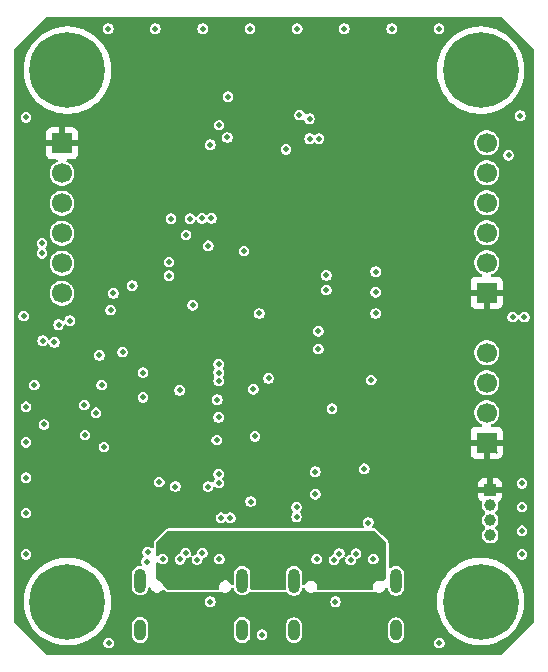
<source format=gbr>
%TF.GenerationSoftware,KiCad,Pcbnew,9.0.5-9.0.5~ubuntu24.04.1*%
%TF.CreationDate,2025-10-15T00:30:22+05:00*%
%TF.ProjectId,AH4,4148342e-6b69-4636-9164-5f7063625858,rev?*%
%TF.SameCoordinates,Original*%
%TF.FileFunction,Copper,L3,Inr*%
%TF.FilePolarity,Positive*%
%FSLAX46Y46*%
G04 Gerber Fmt 4.6, Leading zero omitted, Abs format (unit mm)*
G04 Created by KiCad (PCBNEW 9.0.5-9.0.5~ubuntu24.04.1) date 2025-10-15 00:30:22*
%MOMM*%
%LPD*%
G01*
G04 APERTURE LIST*
%TA.AperFunction,ComponentPad*%
%ADD10R,1.000000X1.000000*%
%TD*%
%TA.AperFunction,ComponentPad*%
%ADD11C,1.000000*%
%TD*%
%TA.AperFunction,HeatsinkPad*%
%ADD12O,1.000000X2.100000*%
%TD*%
%TA.AperFunction,HeatsinkPad*%
%ADD13O,1.000000X1.800000*%
%TD*%
%TA.AperFunction,ComponentPad*%
%ADD14C,0.800000*%
%TD*%
%TA.AperFunction,ComponentPad*%
%ADD15C,6.400000*%
%TD*%
%TA.AperFunction,ComponentPad*%
%ADD16R,1.700000X1.700000*%
%TD*%
%TA.AperFunction,ComponentPad*%
%ADD17C,1.700000*%
%TD*%
%TA.AperFunction,ViaPad*%
%ADD18C,0.500000*%
%TD*%
%TA.AperFunction,Conductor*%
%ADD19C,0.200000*%
%TD*%
G04 APERTURE END LIST*
D10*
%TO.N,VDD*%
%TO.C,J6*%
X229800000Y-105560000D03*
D11*
%TO.N,GND*%
X229800000Y-106830000D03*
%TO.N,/SWD*%
X229800000Y-108100000D03*
%TO.N,/SWC*%
X229800000Y-109370000D03*
%TD*%
D12*
%TO.N,unconnected-(J2-SHIELD-PadS1)_2*%
%TO.C,J2*%
X213180000Y-113235000D03*
D13*
%TO.N,unconnected-(J2-SHIELD-PadS1)_1*%
X213180000Y-117415000D03*
D12*
%TO.N,unconnected-(J2-SHIELD-PadS1)*%
X221820000Y-113235000D03*
D13*
%TO.N,unconnected-(J2-SHIELD-PadS1)_3*%
X221820000Y-117415000D03*
%TD*%
D12*
%TO.N,unconnected-(J1-SHIELD-PadS1)*%
%TO.C,J1*%
X200160000Y-113220000D03*
D13*
%TO.N,unconnected-(J1-SHIELD-PadS1)_2*%
X200160000Y-117400000D03*
D12*
%TO.N,unconnected-(J1-SHIELD-PadS1)_1*%
X208800000Y-113220000D03*
D13*
%TO.N,unconnected-(J1-SHIELD-PadS1)_3*%
X208800000Y-117400000D03*
%TD*%
D14*
%TO.N,N/C*%
%TO.C,H3*%
X191600000Y-115000000D03*
X192302944Y-113302944D03*
X192302944Y-116697056D03*
X194000000Y-112600000D03*
D15*
X194000000Y-115000000D03*
D14*
X194000000Y-117400000D03*
X195697056Y-113302944D03*
X195697056Y-116697056D03*
X196400000Y-115000000D03*
%TD*%
D16*
%TO.N,VDD*%
%TO.C,J5*%
X193548000Y-76200000D03*
D17*
%TO.N,GND*%
X193548000Y-78740000D03*
%TO.N,/AP_SCK*%
X193548000Y-81280000D03*
%TO.N,/AP_MOSI*%
X193548000Y-83820000D03*
%TO.N,/AP_MISO*%
X193548000Y-86360000D03*
%TO.N,/~{AP_CS}*%
X193548000Y-88900000D03*
%TD*%
D14*
%TO.N,N/C*%
%TO.C,H1*%
X191600000Y-70000000D03*
X192302944Y-68302944D03*
X192302944Y-71697056D03*
X194000000Y-67600000D03*
D15*
X194000000Y-70000000D03*
D14*
X194000000Y-72400000D03*
X195697056Y-68302944D03*
X195697056Y-71697056D03*
X196400000Y-70000000D03*
%TD*%
D16*
%TO.N,VDD*%
%TO.C,J4*%
X229500000Y-88840000D03*
D17*
%TO.N,GND*%
X229500000Y-86300000D03*
%TO.N,/AUX1_MOSI*%
X229500000Y-83760000D03*
%TO.N,/AUX1_MISO*%
X229500000Y-81220000D03*
%TO.N,/AUX1_SCK*%
X229500000Y-78680000D03*
%TO.N,/~{AUX1_CS}*%
X229500000Y-76140000D03*
%TD*%
D14*
%TO.N,N/C*%
%TO.C,H2*%
X226600000Y-70000000D03*
X227302944Y-68302944D03*
X227302944Y-71697056D03*
X229000000Y-67600000D03*
D15*
X229000000Y-70000000D03*
D14*
X229000000Y-72400000D03*
X230697056Y-68302944D03*
X230697056Y-71697056D03*
X231400000Y-70000000D03*
%TD*%
%TO.N,N/C*%
%TO.C,H4*%
X226600000Y-115000000D03*
X227302944Y-113302944D03*
X227302944Y-116697056D03*
X229000000Y-112600000D03*
D15*
X229000000Y-115000000D03*
D14*
X229000000Y-117400000D03*
X230697056Y-113302944D03*
X230697056Y-116697056D03*
X231400000Y-115000000D03*
%TD*%
D16*
%TO.N,VDD*%
%TO.C,J3*%
X229500000Y-101540000D03*
D17*
%TO.N,GND*%
X229500000Y-99000000D03*
%TO.N,/AUX1_SCK*%
X229500000Y-96460000D03*
%TO.N,/AUX1_MOSI*%
X229500000Y-93920000D03*
%TD*%
D18*
%TO.N,GND*%
X232500000Y-109000000D03*
X232500000Y-111000000D03*
X209740000Y-97010000D03*
X207800000Y-107900000D03*
X201454019Y-66486980D03*
X190500000Y-107500000D03*
X192025000Y-100000000D03*
X220100000Y-90600000D03*
X207600000Y-72250000D03*
X225463137Y-66493346D03*
X209463137Y-66493346D03*
X205900000Y-105250000D03*
X200400000Y-97700000D03*
X205448515Y-66486980D03*
X211500000Y-113225000D03*
X203150000Y-105250000D03*
X206800000Y-95600003D03*
X209900000Y-101000000D03*
X209520000Y-106520000D03*
X213400000Y-107000000D03*
X232350000Y-73850000D03*
X210250000Y-90600000D03*
X197900000Y-88900000D03*
X215000000Y-104000000D03*
X219725000Y-96225000D03*
X215250000Y-93600000D03*
X197651000Y-90300000D03*
X220400000Y-110600000D03*
X213400000Y-107800000D03*
X207000000Y-107900000D03*
X232479439Y-104974995D03*
X200400000Y-95600000D03*
X231700000Y-90900000D03*
X201775000Y-104875000D03*
X202600000Y-87400000D03*
X213458578Y-66477863D03*
X221463052Y-66477863D03*
X219475000Y-108300000D03*
X190500000Y-98500000D03*
X215000000Y-105900000D03*
X219150000Y-103750000D03*
X197500000Y-118500000D03*
X220100000Y-87050000D03*
X232479439Y-106981532D03*
X208300000Y-111600000D03*
X225500000Y-118500000D03*
X190500000Y-74000000D03*
X206100000Y-115000000D03*
X204600000Y-89900000D03*
X210475000Y-117800000D03*
X212500000Y-76700000D03*
X206800000Y-99400000D03*
X196900000Y-96650000D03*
X193250000Y-91550000D03*
X197463137Y-66493346D03*
X190500000Y-101500000D03*
X220100000Y-88800000D03*
X213700000Y-111400000D03*
X205930000Y-84870000D03*
X217453073Y-66477863D03*
X208960000Y-85310000D03*
X216700000Y-115000000D03*
X190500000Y-111000000D03*
X190300000Y-90800000D03*
X215250000Y-92100000D03*
X190500000Y-104500000D03*
X200800000Y-110800000D03*
X200700000Y-111600000D03*
%TO.N,/NRST*%
X206650000Y-101300000D03*
X206700000Y-97900000D03*
X216400000Y-98650000D03*
%TO.N,/SWD*%
X195500000Y-100900000D03*
%TO.N,Net-(U6-EN)*%
X206875000Y-111400000D03*
X215100000Y-111400000D03*
X219900000Y-111400000D03*
X202075000Y-111400000D03*
%TO.N,VDD*%
X194900000Y-91251000D03*
X218100000Y-84050000D03*
X211100000Y-107700000D03*
X202600000Y-88450000D03*
X215450000Y-108300000D03*
X206627866Y-74039132D03*
X207900000Y-92000000D03*
X213100000Y-72800000D03*
X192050000Y-102775000D03*
X211100000Y-106900000D03*
X213150000Y-96150000D03*
X209750000Y-96060000D03*
X207960000Y-89600000D03*
X210300000Y-106650000D03*
X202375000Y-107850000D03*
X199200000Y-108800000D03*
%TO.N,/SWC*%
X197100000Y-101900000D03*
%TO.N,/FSYNC*%
X199500000Y-88250000D03*
X202600000Y-86250000D03*
X206850000Y-74650000D03*
X204050000Y-83950000D03*
%TO.N,/I2CM_LED*%
X203500000Y-97100000D03*
X232700000Y-90900000D03*
%TO.N,/OIS_LED*%
X206800000Y-96300006D03*
X231350000Y-77200000D03*
%TO.N,/AP_LED*%
X191847000Y-85500000D03*
X194200000Y-91200000D03*
%TO.N,/AUX1_SCK*%
X205400000Y-82550000D03*
X214500000Y-74100000D03*
%TO.N,/AUX1_MOSI*%
X214500000Y-75800000D03*
X206200000Y-82550000D03*
%TO.N,/AUX1_MISO*%
X206100000Y-76300000D03*
X202775000Y-82575000D03*
%TO.N,/~{AUX1_CS}*%
X207550000Y-75700000D03*
X204375000Y-82575000D03*
%TO.N,/AP_SCK*%
X191900000Y-92900000D03*
X215925000Y-88625000D03*
%TO.N,/~{AP_CS}*%
X191850000Y-84650000D03*
X192897000Y-93050000D03*
%TO.N,/AP_MOSI*%
X215925000Y-87375000D03*
X196700000Y-94150000D03*
X191200000Y-96650000D03*
%TO.N,/RXD*%
X196430000Y-99010000D03*
X206800000Y-104200000D03*
%TO.N,/TXD*%
X195440000Y-98350000D03*
X206800000Y-104950000D03*
%TO.N,/INT1*%
X213650000Y-73800000D03*
X215300000Y-75800000D03*
%TO.N,/D1+*%
X205425000Y-110900000D03*
X204004065Y-110892933D03*
%TO.N,/D1-*%
X204970935Y-111432067D03*
X203550000Y-111425000D03*
%TO.N,/D2-*%
X216570000Y-111455000D03*
X217990935Y-111462067D03*
%TO.N,/D2+*%
X217024065Y-110922933D03*
X218445000Y-110930000D03*
%TO.N,/BOOT1*%
X198670000Y-93870000D03*
X211030000Y-96100000D03*
X206800000Y-94900000D03*
%TD*%
D19*
%TO.N,VDD*%
X202600000Y-88450000D02*
X195800000Y-81650000D01*
X195800000Y-81650000D02*
X195800000Y-76200000D01*
X195800000Y-76200000D02*
X193548000Y-76200000D01*
X229500000Y-101540000D02*
X227590000Y-101540000D01*
X227590000Y-101540000D02*
X227450000Y-101400000D01*
X227450000Y-101400000D02*
X227450000Y-92700000D01*
X227450000Y-92700000D02*
X229500000Y-90650000D01*
X229500000Y-90650000D02*
X229500000Y-88840000D01*
X219400000Y-79950000D02*
X219400000Y-80600000D01*
X219400000Y-80600000D02*
X227640000Y-88840000D01*
X227640000Y-88840000D02*
X229500000Y-88840000D01*
X212549000Y-95549000D02*
X210261000Y-95549000D01*
X191474000Y-102199000D02*
X191474000Y-99771768D01*
X200150000Y-107850000D02*
X199200000Y-108800000D01*
X209750000Y-96060000D02*
X209750000Y-93850000D01*
X202950000Y-88800000D02*
X202600000Y-88450000D01*
X229500000Y-101540000D02*
X229500000Y-103700000D01*
X207960000Y-91940000D02*
X207900000Y-92000000D01*
X191474000Y-99771768D02*
X192397000Y-98848768D01*
X229500000Y-103700000D02*
X229800000Y-104000000D01*
X209750000Y-93850000D02*
X207900000Y-92000000D01*
X229800000Y-104000000D02*
X229800000Y-105560000D01*
X207960000Y-89600000D02*
X207960000Y-91940000D01*
X192050000Y-102775000D02*
X191474000Y-102199000D01*
X207960000Y-89600000D02*
X207160000Y-88800000D01*
X202375000Y-107850000D02*
X200150000Y-107850000D01*
X230399000Y-102439000D02*
X229500000Y-101540000D01*
X213150000Y-96150000D02*
X212549000Y-95549000D01*
X207160000Y-88800000D02*
X202950000Y-88800000D01*
X210261000Y-95549000D02*
X209750000Y-96060000D01*
%TD*%
%TA.AperFunction,Conductor*%
%TO.N,GND*%
G36*
X220015677Y-109019685D02*
G01*
X220036319Y-109036319D01*
X220963681Y-109963681D01*
X220997166Y-110025004D01*
X221000000Y-110051362D01*
X221000000Y-112948637D01*
X220980315Y-113015676D01*
X220963681Y-113036318D01*
X220758333Y-113241665D01*
X220697010Y-113275150D01*
X220627318Y-113270166D01*
X220608654Y-113261372D01*
X220590524Y-113250905D01*
X220590522Y-113250904D01*
X220590520Y-113250903D01*
X220458394Y-113215500D01*
X220321606Y-113215500D01*
X220189480Y-113250903D01*
X220189473Y-113250906D01*
X220071025Y-113319291D01*
X220071017Y-113319297D01*
X219974297Y-113416017D01*
X219974291Y-113416025D01*
X219905906Y-113534473D01*
X219905904Y-113534478D01*
X219905903Y-113534480D01*
X219870500Y-113666606D01*
X219870500Y-113803394D01*
X219881355Y-113843908D01*
X219879693Y-113913756D01*
X219840531Y-113971619D01*
X219776303Y-113999123D01*
X219761581Y-114000000D01*
X215238419Y-114000000D01*
X215171380Y-113980315D01*
X215125625Y-113927511D01*
X215115681Y-113858353D01*
X215118641Y-113843919D01*
X215129500Y-113803394D01*
X215129500Y-113666606D01*
X215094097Y-113534480D01*
X215070417Y-113493464D01*
X215025708Y-113416025D01*
X215025702Y-113416017D01*
X214928982Y-113319297D01*
X214928974Y-113319291D01*
X214810526Y-113250906D01*
X214810522Y-113250904D01*
X214810520Y-113250903D01*
X214678394Y-113215500D01*
X214541606Y-113215500D01*
X214409480Y-113250903D01*
X214409473Y-113250906D01*
X214291025Y-113319291D01*
X214291017Y-113319297D01*
X214194297Y-113416017D01*
X214194291Y-113416025D01*
X214125906Y-113534473D01*
X214125903Y-113534478D01*
X214125129Y-113537365D01*
X214124273Y-113540559D01*
X214087910Y-113600218D01*
X214025063Y-113630747D01*
X213955687Y-113622452D01*
X213901809Y-113577967D01*
X213880535Y-113511415D01*
X213880500Y-113508464D01*
X213880500Y-112616004D01*
X213853581Y-112480677D01*
X213853580Y-112480676D01*
X213853580Y-112480672D01*
X213847365Y-112465667D01*
X213800778Y-112353195D01*
X213800771Y-112353182D01*
X213724114Y-112238458D01*
X213724111Y-112238454D01*
X213626545Y-112140888D01*
X213626541Y-112140885D01*
X213511817Y-112064228D01*
X213511804Y-112064221D01*
X213384332Y-112011421D01*
X213384322Y-112011418D01*
X213248995Y-111984500D01*
X213248993Y-111984500D01*
X213111007Y-111984500D01*
X213111005Y-111984500D01*
X212975677Y-112011418D01*
X212975667Y-112011421D01*
X212848195Y-112064221D01*
X212848182Y-112064228D01*
X212733458Y-112140885D01*
X212733454Y-112140888D01*
X212635888Y-112238454D01*
X212635885Y-112238458D01*
X212559228Y-112353182D01*
X212559221Y-112353195D01*
X212506421Y-112480667D01*
X212506418Y-112480677D01*
X212479500Y-112616004D01*
X212479500Y-113853995D01*
X212480097Y-113860058D01*
X212478310Y-113860233D01*
X212472839Y-113921397D01*
X212429978Y-113976575D01*
X212364089Y-113999822D01*
X212357448Y-114000000D01*
X209619568Y-114000000D01*
X209552529Y-113980315D01*
X209506774Y-113927511D01*
X209496830Y-113858353D01*
X209497951Y-113851806D01*
X209499523Y-113843907D01*
X209500500Y-113838993D01*
X209500500Y-112601007D01*
X209500500Y-112601004D01*
X209473581Y-112465677D01*
X209473580Y-112465676D01*
X209473580Y-112465672D01*
X209426991Y-112353195D01*
X209420778Y-112338195D01*
X209420771Y-112338182D01*
X209344114Y-112223458D01*
X209344111Y-112223454D01*
X209246545Y-112125888D01*
X209246541Y-112125885D01*
X209131817Y-112049228D01*
X209131804Y-112049221D01*
X209004332Y-111996421D01*
X209004322Y-111996418D01*
X208868995Y-111969500D01*
X208868993Y-111969500D01*
X208731007Y-111969500D01*
X208731005Y-111969500D01*
X208595677Y-111996418D01*
X208595667Y-111996421D01*
X208468195Y-112049221D01*
X208468182Y-112049228D01*
X208353458Y-112125885D01*
X208353454Y-112125888D01*
X208255888Y-112223454D01*
X208255885Y-112223458D01*
X208179228Y-112338182D01*
X208179221Y-112338195D01*
X208126421Y-112465667D01*
X208126418Y-112465677D01*
X208099500Y-112601004D01*
X208099500Y-113493464D01*
X208079815Y-113560503D01*
X208027011Y-113606258D01*
X207957853Y-113616202D01*
X207894297Y-113587177D01*
X207856523Y-113528399D01*
X207855737Y-113525603D01*
X207854097Y-113519480D01*
X207794368Y-113416025D01*
X207785708Y-113401025D01*
X207785702Y-113401017D01*
X207688982Y-113304297D01*
X207688974Y-113304291D01*
X207570526Y-113235906D01*
X207570522Y-113235904D01*
X207570520Y-113235903D01*
X207438394Y-113200500D01*
X207301606Y-113200500D01*
X207169480Y-113235903D01*
X207169473Y-113235906D01*
X207051025Y-113304291D01*
X207051017Y-113304297D01*
X206954297Y-113401017D01*
X206954291Y-113401025D01*
X206885906Y-113519473D01*
X206885904Y-113519478D01*
X206885903Y-113519480D01*
X206850500Y-113651606D01*
X206850500Y-113788394D01*
X206865374Y-113843906D01*
X206865375Y-113843907D01*
X206863712Y-113913756D01*
X206824549Y-113971619D01*
X206760321Y-113999123D01*
X206745600Y-114000000D01*
X202551362Y-114000000D01*
X202484323Y-113980315D01*
X202463681Y-113963681D01*
X202117582Y-113617582D01*
X202085489Y-113561995D01*
X202074097Y-113519480D01*
X202014368Y-113416025D01*
X202005708Y-113401025D01*
X202005702Y-113401017D01*
X201908982Y-113304297D01*
X201908974Y-113304291D01*
X201790526Y-113235906D01*
X201790522Y-113235904D01*
X201790520Y-113235903D01*
X201790518Y-113235902D01*
X201790515Y-113235901D01*
X201748001Y-113224509D01*
X201734115Y-113216491D01*
X201720670Y-113213567D01*
X201692416Y-113192416D01*
X201536319Y-113036319D01*
X201502834Y-112974996D01*
X201500000Y-112948638D01*
X201500000Y-111761464D01*
X201519685Y-111694425D01*
X201572489Y-111648670D01*
X201641647Y-111638726D01*
X201705203Y-111667751D01*
X201711681Y-111673783D01*
X201714510Y-111676612D01*
X201714511Y-111676613D01*
X201798387Y-111760489D01*
X201901114Y-111819799D01*
X202015691Y-111850500D01*
X202015694Y-111850500D01*
X202134306Y-111850500D01*
X202134309Y-111850500D01*
X202248886Y-111819799D01*
X202351613Y-111760489D01*
X202435489Y-111676613D01*
X202494799Y-111573886D01*
X202525500Y-111459309D01*
X202525500Y-111365691D01*
X203099500Y-111365691D01*
X203099500Y-111484309D01*
X203130201Y-111598886D01*
X203189511Y-111701613D01*
X203273387Y-111785489D01*
X203376114Y-111844799D01*
X203490691Y-111875500D01*
X203490694Y-111875500D01*
X203609306Y-111875500D01*
X203609309Y-111875500D01*
X203723886Y-111844799D01*
X203826613Y-111785489D01*
X203910489Y-111701613D01*
X203969799Y-111598886D01*
X204000500Y-111484309D01*
X204000500Y-111455428D01*
X204020185Y-111388389D01*
X204072989Y-111342634D01*
X204092400Y-111335655D01*
X204177951Y-111312732D01*
X204280678Y-111253422D01*
X204324643Y-111209456D01*
X204385964Y-111175972D01*
X204455655Y-111180956D01*
X204511589Y-111222827D01*
X204536007Y-111288291D01*
X204532097Y-111329231D01*
X204520435Y-111372758D01*
X204520435Y-111491376D01*
X204551136Y-111605953D01*
X204610446Y-111708680D01*
X204694322Y-111792556D01*
X204797049Y-111851866D01*
X204911626Y-111882567D01*
X204911629Y-111882567D01*
X205030241Y-111882567D01*
X205030244Y-111882567D01*
X205144821Y-111851866D01*
X205247548Y-111792556D01*
X205331424Y-111708680D01*
X205390734Y-111605953D01*
X205421435Y-111491376D01*
X205421435Y-111462495D01*
X205441120Y-111395456D01*
X205493924Y-111349701D01*
X205513335Y-111342722D01*
X205520915Y-111340691D01*
X206424500Y-111340691D01*
X206424500Y-111459309D01*
X206455201Y-111573886D01*
X206514511Y-111676613D01*
X206598387Y-111760489D01*
X206701114Y-111819799D01*
X206815691Y-111850500D01*
X206815694Y-111850500D01*
X206934306Y-111850500D01*
X206934309Y-111850500D01*
X207048886Y-111819799D01*
X207151613Y-111760489D01*
X207235489Y-111676613D01*
X207294799Y-111573886D01*
X207325500Y-111459309D01*
X207325500Y-111340691D01*
X214649500Y-111340691D01*
X214649500Y-111459309D01*
X214680201Y-111573886D01*
X214739511Y-111676613D01*
X214823387Y-111760489D01*
X214926114Y-111819799D01*
X215040691Y-111850500D01*
X215040694Y-111850500D01*
X215159306Y-111850500D01*
X215159309Y-111850500D01*
X215273886Y-111819799D01*
X215376613Y-111760489D01*
X215460489Y-111676613D01*
X215519799Y-111573886D01*
X215550500Y-111459309D01*
X215550500Y-111395691D01*
X216119500Y-111395691D01*
X216119500Y-111514309D01*
X216150201Y-111628886D01*
X216209511Y-111731613D01*
X216293387Y-111815489D01*
X216396114Y-111874799D01*
X216510691Y-111905500D01*
X216510694Y-111905500D01*
X216629306Y-111905500D01*
X216629309Y-111905500D01*
X216743886Y-111874799D01*
X216846613Y-111815489D01*
X216930489Y-111731613D01*
X216989799Y-111628886D01*
X217020500Y-111514309D01*
X217020500Y-111485428D01*
X217040185Y-111418389D01*
X217092989Y-111372634D01*
X217112400Y-111365655D01*
X217197951Y-111342732D01*
X217300678Y-111283422D01*
X217344643Y-111239456D01*
X217405964Y-111205972D01*
X217475655Y-111210956D01*
X217531589Y-111252827D01*
X217556007Y-111318291D01*
X217552098Y-111359231D01*
X217548293Y-111373433D01*
X217540435Y-111402758D01*
X217540435Y-111521376D01*
X217571136Y-111635953D01*
X217630446Y-111738680D01*
X217714322Y-111822556D01*
X217817049Y-111881866D01*
X217931626Y-111912567D01*
X217931629Y-111912567D01*
X218050241Y-111912567D01*
X218050244Y-111912567D01*
X218164821Y-111881866D01*
X218267548Y-111822556D01*
X218351424Y-111738680D01*
X218410734Y-111635953D01*
X218441435Y-111521376D01*
X218441435Y-111492495D01*
X218461120Y-111425456D01*
X218513924Y-111379701D01*
X218533335Y-111372722D01*
X218618886Y-111349799D01*
X218634661Y-111340691D01*
X219449500Y-111340691D01*
X219449500Y-111459309D01*
X219480201Y-111573886D01*
X219539511Y-111676613D01*
X219623387Y-111760489D01*
X219726114Y-111819799D01*
X219840691Y-111850500D01*
X219840694Y-111850500D01*
X219959306Y-111850500D01*
X219959309Y-111850500D01*
X220073886Y-111819799D01*
X220176613Y-111760489D01*
X220260489Y-111676613D01*
X220319799Y-111573886D01*
X220350500Y-111459309D01*
X220350500Y-111340691D01*
X220319799Y-111226114D01*
X220260489Y-111123387D01*
X220176613Y-111039511D01*
X220073886Y-110980201D01*
X219959309Y-110949500D01*
X219840691Y-110949500D01*
X219726114Y-110980201D01*
X219726112Y-110980201D01*
X219726112Y-110980202D01*
X219623387Y-111039511D01*
X219623384Y-111039513D01*
X219539513Y-111123384D01*
X219539511Y-111123387D01*
X219488953Y-111210956D01*
X219480201Y-111226114D01*
X219449500Y-111340691D01*
X218634661Y-111340691D01*
X218721613Y-111290489D01*
X218805489Y-111206613D01*
X218864799Y-111103886D01*
X218895500Y-110989309D01*
X218895500Y-110870691D01*
X218864799Y-110756114D01*
X218805489Y-110653387D01*
X218721613Y-110569511D01*
X218618886Y-110510201D01*
X218504309Y-110479500D01*
X218385691Y-110479500D01*
X218271114Y-110510201D01*
X218271112Y-110510201D01*
X218271112Y-110510202D01*
X218168387Y-110569511D01*
X218168384Y-110569513D01*
X218084513Y-110653384D01*
X218084511Y-110653387D01*
X218025201Y-110756114D01*
X217994500Y-110870691D01*
X217994500Y-110870693D01*
X217994500Y-110899571D01*
X217974815Y-110966610D01*
X217922011Y-111012365D01*
X217902596Y-111019345D01*
X217817049Y-111042268D01*
X217817048Y-111042268D01*
X217817046Y-111042269D01*
X217714322Y-111101578D01*
X217714318Y-111101581D01*
X217670356Y-111145543D01*
X217609033Y-111179027D01*
X217539341Y-111174042D01*
X217483408Y-111132170D01*
X217458992Y-111066706D01*
X217462901Y-111025770D01*
X217474565Y-110982242D01*
X217474565Y-110863624D01*
X217443864Y-110749047D01*
X217384554Y-110646320D01*
X217300678Y-110562444D01*
X217197951Y-110503134D01*
X217083374Y-110472433D01*
X216964756Y-110472433D01*
X216850179Y-110503134D01*
X216850177Y-110503134D01*
X216850177Y-110503135D01*
X216747452Y-110562444D01*
X216747449Y-110562446D01*
X216663578Y-110646317D01*
X216663576Y-110646320D01*
X216604266Y-110749047D01*
X216573565Y-110863624D01*
X216573565Y-110863626D01*
X216573565Y-110892504D01*
X216553880Y-110959543D01*
X216501076Y-111005298D01*
X216481661Y-111012278D01*
X216396114Y-111035201D01*
X216396113Y-111035201D01*
X216396111Y-111035202D01*
X216293387Y-111094511D01*
X216293384Y-111094513D01*
X216209513Y-111178384D01*
X216209511Y-111178387D01*
X216162110Y-111260488D01*
X216150201Y-111281114D01*
X216119500Y-111395691D01*
X215550500Y-111395691D01*
X215550500Y-111340691D01*
X215519799Y-111226114D01*
X215460489Y-111123387D01*
X215376613Y-111039511D01*
X215273886Y-110980201D01*
X215159309Y-110949500D01*
X215040691Y-110949500D01*
X214926114Y-110980201D01*
X214926112Y-110980201D01*
X214926112Y-110980202D01*
X214823387Y-111039511D01*
X214823384Y-111039513D01*
X214739513Y-111123384D01*
X214739511Y-111123387D01*
X214688953Y-111210956D01*
X214680201Y-111226114D01*
X214649500Y-111340691D01*
X207325500Y-111340691D01*
X207294799Y-111226114D01*
X207235489Y-111123387D01*
X207151613Y-111039511D01*
X207048886Y-110980201D01*
X206934309Y-110949500D01*
X206815691Y-110949500D01*
X206701114Y-110980201D01*
X206701112Y-110980201D01*
X206701112Y-110980202D01*
X206598387Y-111039511D01*
X206598384Y-111039513D01*
X206514513Y-111123384D01*
X206514511Y-111123387D01*
X206463953Y-111210956D01*
X206455201Y-111226114D01*
X206424500Y-111340691D01*
X205520915Y-111340691D01*
X205598886Y-111319799D01*
X205701613Y-111260489D01*
X205785489Y-111176613D01*
X205844799Y-111073886D01*
X205875500Y-110959309D01*
X205875500Y-110840691D01*
X205844799Y-110726114D01*
X205785489Y-110623387D01*
X205701613Y-110539511D01*
X205598886Y-110480201D01*
X205484309Y-110449500D01*
X205365691Y-110449500D01*
X205251114Y-110480201D01*
X205251112Y-110480201D01*
X205251112Y-110480202D01*
X205148387Y-110539511D01*
X205148384Y-110539513D01*
X205064513Y-110623384D01*
X205064511Y-110623387D01*
X205051271Y-110646320D01*
X205005201Y-110726114D01*
X204974500Y-110840691D01*
X204974500Y-110840693D01*
X204974500Y-110869571D01*
X204954815Y-110936610D01*
X204902011Y-110982365D01*
X204882596Y-110989345D01*
X204797049Y-111012268D01*
X204797048Y-111012268D01*
X204797046Y-111012269D01*
X204694322Y-111071578D01*
X204694318Y-111071581D01*
X204650356Y-111115543D01*
X204589033Y-111149027D01*
X204519341Y-111144042D01*
X204463408Y-111102170D01*
X204438992Y-111036706D01*
X204442901Y-110995770D01*
X204454565Y-110952242D01*
X204454565Y-110833624D01*
X204423864Y-110719047D01*
X204364554Y-110616320D01*
X204280678Y-110532444D01*
X204177951Y-110473134D01*
X204063374Y-110442433D01*
X203944756Y-110442433D01*
X203830179Y-110473134D01*
X203830177Y-110473134D01*
X203830177Y-110473135D01*
X203727452Y-110532444D01*
X203727449Y-110532446D01*
X203643578Y-110616317D01*
X203643576Y-110616320D01*
X203584266Y-110719047D01*
X203553565Y-110833624D01*
X203553565Y-110833626D01*
X203553565Y-110862504D01*
X203533880Y-110929543D01*
X203481076Y-110975298D01*
X203461661Y-110982278D01*
X203376114Y-111005201D01*
X203376113Y-111005201D01*
X203376111Y-111005202D01*
X203273387Y-111064511D01*
X203273384Y-111064513D01*
X203189513Y-111148384D01*
X203189511Y-111148387D01*
X203133799Y-111244883D01*
X203130201Y-111251114D01*
X203099500Y-111365691D01*
X202525500Y-111365691D01*
X202525500Y-111340691D01*
X202494799Y-111226114D01*
X202435489Y-111123387D01*
X202351613Y-111039511D01*
X202248886Y-110980201D01*
X202134309Y-110949500D01*
X202015691Y-110949500D01*
X201901114Y-110980201D01*
X201901112Y-110980201D01*
X201901112Y-110980202D01*
X201798387Y-111039511D01*
X201798384Y-111039513D01*
X201711681Y-111126217D01*
X201650358Y-111159702D01*
X201580666Y-111154718D01*
X201524733Y-111112846D01*
X201500316Y-111047382D01*
X201500000Y-111038536D01*
X201500000Y-110051362D01*
X201519685Y-109984323D01*
X201536319Y-109963681D01*
X202463681Y-109036319D01*
X202525004Y-109002834D01*
X202551362Y-109000000D01*
X219948638Y-109000000D01*
X220015677Y-109019685D01*
G37*
%TD.AperFunction*%
%TD*%
%TA.AperFunction,Conductor*%
%TO.N,VDD*%
G36*
X230808363Y-65520185D02*
G01*
X230829005Y-65536819D01*
X233463181Y-68170995D01*
X233496666Y-68232318D01*
X233499500Y-68258676D01*
X233499500Y-116741324D01*
X233479815Y-116808363D01*
X233463181Y-116829005D01*
X230829005Y-119463181D01*
X230767682Y-119496666D01*
X230741324Y-119499500D01*
X192258676Y-119499500D01*
X192191637Y-119479815D01*
X192170995Y-119463181D01*
X189536819Y-116829005D01*
X189503334Y-116767682D01*
X189500500Y-116741324D01*
X189500500Y-114818209D01*
X190299500Y-114818209D01*
X190299500Y-115181790D01*
X190335137Y-115543630D01*
X190406064Y-115900212D01*
X190406067Y-115900223D01*
X190511614Y-116248165D01*
X190650754Y-116584078D01*
X190650756Y-116584083D01*
X190822140Y-116904720D01*
X190822151Y-116904738D01*
X191024140Y-117207035D01*
X191024150Y-117207049D01*
X191254807Y-117488106D01*
X191511893Y-117745192D01*
X191511898Y-117745196D01*
X191511899Y-117745197D01*
X191792956Y-117975854D01*
X192095268Y-118177853D01*
X192095277Y-118177858D01*
X192095279Y-118177859D01*
X192415916Y-118349243D01*
X192415918Y-118349243D01*
X192415924Y-118349247D01*
X192751836Y-118488386D01*
X193099767Y-118593930D01*
X193099773Y-118593931D01*
X193099776Y-118593932D01*
X193099787Y-118593935D01*
X193456369Y-118664862D01*
X193818206Y-118700500D01*
X193818209Y-118700500D01*
X194181791Y-118700500D01*
X194181794Y-118700500D01*
X194543631Y-118664862D01*
X194613045Y-118651054D01*
X194900212Y-118593935D01*
X194900223Y-118593932D01*
X194900223Y-118593931D01*
X194900233Y-118593930D01*
X195248164Y-118488386D01*
X195363310Y-118440691D01*
X197049500Y-118440691D01*
X197049500Y-118559309D01*
X197080201Y-118673886D01*
X197139511Y-118776613D01*
X197223387Y-118860489D01*
X197326114Y-118919799D01*
X197440691Y-118950500D01*
X197440694Y-118950500D01*
X197559306Y-118950500D01*
X197559309Y-118950500D01*
X197673886Y-118919799D01*
X197776613Y-118860489D01*
X197860489Y-118776613D01*
X197919799Y-118673886D01*
X197950500Y-118559309D01*
X197950500Y-118440691D01*
X197919799Y-118326114D01*
X197860489Y-118223387D01*
X197776613Y-118139511D01*
X197673886Y-118080201D01*
X197559309Y-118049500D01*
X197440691Y-118049500D01*
X197326114Y-118080201D01*
X197326112Y-118080201D01*
X197326112Y-118080202D01*
X197223387Y-118139511D01*
X197223384Y-118139513D01*
X197139513Y-118223384D01*
X197139511Y-118223387D01*
X197080201Y-118326114D01*
X197049500Y-118440691D01*
X195363310Y-118440691D01*
X195584076Y-118349247D01*
X195627359Y-118326112D01*
X195632796Y-118323206D01*
X195776226Y-118246541D01*
X195904732Y-118177853D01*
X196207044Y-117975854D01*
X196337252Y-117868995D01*
X199459499Y-117868995D01*
X199486418Y-118004322D01*
X199486421Y-118004332D01*
X199539221Y-118131804D01*
X199539228Y-118131817D01*
X199615885Y-118246541D01*
X199615888Y-118246545D01*
X199713454Y-118344111D01*
X199713458Y-118344114D01*
X199828182Y-118420771D01*
X199828195Y-118420778D01*
X199876275Y-118440693D01*
X199955672Y-118473580D01*
X199955676Y-118473580D01*
X199955677Y-118473581D01*
X200091004Y-118500500D01*
X200091007Y-118500500D01*
X200228995Y-118500500D01*
X200320041Y-118482389D01*
X200364328Y-118473580D01*
X200491811Y-118420775D01*
X200606542Y-118344114D01*
X200704114Y-118246542D01*
X200780775Y-118131811D01*
X200833580Y-118004328D01*
X200857516Y-117883995D01*
X200860500Y-117868995D01*
X208099499Y-117868995D01*
X208126418Y-118004322D01*
X208126421Y-118004332D01*
X208179221Y-118131804D01*
X208179228Y-118131817D01*
X208255885Y-118246541D01*
X208255888Y-118246545D01*
X208353454Y-118344111D01*
X208353458Y-118344114D01*
X208468182Y-118420771D01*
X208468195Y-118420778D01*
X208516275Y-118440693D01*
X208595672Y-118473580D01*
X208595676Y-118473580D01*
X208595677Y-118473581D01*
X208731004Y-118500500D01*
X208731007Y-118500500D01*
X208868995Y-118500500D01*
X208960041Y-118482389D01*
X209004328Y-118473580D01*
X209131811Y-118420775D01*
X209246542Y-118344114D01*
X209344114Y-118246542D01*
X209420775Y-118131811D01*
X209473580Y-118004328D01*
X209497516Y-117883995D01*
X209500500Y-117868995D01*
X209500500Y-117740691D01*
X210024500Y-117740691D01*
X210024500Y-117859309D01*
X210055201Y-117973886D01*
X210114511Y-118076613D01*
X210198387Y-118160489D01*
X210301114Y-118219799D01*
X210415691Y-118250500D01*
X210415694Y-118250500D01*
X210534306Y-118250500D01*
X210534309Y-118250500D01*
X210648886Y-118219799D01*
X210751613Y-118160489D01*
X210835489Y-118076613D01*
X210894799Y-117973886D01*
X210918885Y-117883995D01*
X212479499Y-117883995D01*
X212506418Y-118019322D01*
X212506421Y-118019332D01*
X212559221Y-118146804D01*
X212559228Y-118146817D01*
X212635885Y-118261541D01*
X212635888Y-118261545D01*
X212733454Y-118359111D01*
X212733458Y-118359114D01*
X212848182Y-118435771D01*
X212848195Y-118435778D01*
X212975667Y-118488578D01*
X212975672Y-118488580D01*
X212975676Y-118488580D01*
X212975677Y-118488581D01*
X213111004Y-118515500D01*
X213111007Y-118515500D01*
X213248995Y-118515500D01*
X213340041Y-118497389D01*
X213384328Y-118488580D01*
X213511811Y-118435775D01*
X213626542Y-118359114D01*
X213724114Y-118261542D01*
X213800775Y-118146811D01*
X213853580Y-118019328D01*
X213880500Y-117883995D01*
X221119499Y-117883995D01*
X221146418Y-118019322D01*
X221146421Y-118019332D01*
X221199221Y-118146804D01*
X221199228Y-118146817D01*
X221275885Y-118261541D01*
X221275888Y-118261545D01*
X221373454Y-118359111D01*
X221373458Y-118359114D01*
X221488182Y-118435771D01*
X221488195Y-118435778D01*
X221615667Y-118488578D01*
X221615672Y-118488580D01*
X221615676Y-118488580D01*
X221615677Y-118488581D01*
X221751004Y-118515500D01*
X221751007Y-118515500D01*
X221888995Y-118515500D01*
X221980041Y-118497389D01*
X222024328Y-118488580D01*
X222139943Y-118440691D01*
X225049500Y-118440691D01*
X225049500Y-118559309D01*
X225080201Y-118673886D01*
X225139511Y-118776613D01*
X225223387Y-118860489D01*
X225326114Y-118919799D01*
X225440691Y-118950500D01*
X225440694Y-118950500D01*
X225559306Y-118950500D01*
X225559309Y-118950500D01*
X225673886Y-118919799D01*
X225776613Y-118860489D01*
X225860489Y-118776613D01*
X225919799Y-118673886D01*
X225950500Y-118559309D01*
X225950500Y-118440691D01*
X225919799Y-118326114D01*
X225860489Y-118223387D01*
X225776613Y-118139511D01*
X225673886Y-118080201D01*
X225559309Y-118049500D01*
X225440691Y-118049500D01*
X225326114Y-118080201D01*
X225326112Y-118080201D01*
X225326112Y-118080202D01*
X225223387Y-118139511D01*
X225223384Y-118139513D01*
X225139513Y-118223384D01*
X225139511Y-118223387D01*
X225080201Y-118326114D01*
X225049500Y-118440691D01*
X222139943Y-118440691D01*
X222151811Y-118435775D01*
X222266542Y-118359114D01*
X222266545Y-118359111D01*
X222280774Y-118344883D01*
X222364111Y-118261545D01*
X222364114Y-118261542D01*
X222440775Y-118146811D01*
X222493580Y-118019328D01*
X222520500Y-117883993D01*
X222520500Y-116946007D01*
X222520500Y-116946004D01*
X222493581Y-116810677D01*
X222493580Y-116810676D01*
X222493580Y-116810672D01*
X222475773Y-116767682D01*
X222440778Y-116683195D01*
X222440771Y-116683182D01*
X222364114Y-116568458D01*
X222364111Y-116568454D01*
X222266545Y-116470888D01*
X222266541Y-116470885D01*
X222151817Y-116394228D01*
X222151804Y-116394221D01*
X222024332Y-116341421D01*
X222024322Y-116341418D01*
X221888995Y-116314500D01*
X221888993Y-116314500D01*
X221751007Y-116314500D01*
X221751005Y-116314500D01*
X221615677Y-116341418D01*
X221615667Y-116341421D01*
X221488195Y-116394221D01*
X221488182Y-116394228D01*
X221373458Y-116470885D01*
X221373454Y-116470888D01*
X221275888Y-116568454D01*
X221275885Y-116568458D01*
X221199228Y-116683182D01*
X221199221Y-116683195D01*
X221146421Y-116810667D01*
X221146418Y-116810677D01*
X221119500Y-116946004D01*
X221119500Y-116946007D01*
X221119500Y-117883993D01*
X221119500Y-117883995D01*
X221119499Y-117883995D01*
X213880500Y-117883995D01*
X213880500Y-117883993D01*
X213880500Y-116946007D01*
X213880500Y-116946004D01*
X213853581Y-116810677D01*
X213853580Y-116810676D01*
X213853580Y-116810672D01*
X213835773Y-116767682D01*
X213800778Y-116683195D01*
X213800771Y-116683182D01*
X213724114Y-116568458D01*
X213724111Y-116568454D01*
X213626545Y-116470888D01*
X213626541Y-116470885D01*
X213511817Y-116394228D01*
X213511804Y-116394221D01*
X213384332Y-116341421D01*
X213384322Y-116341418D01*
X213248995Y-116314500D01*
X213248993Y-116314500D01*
X213111007Y-116314500D01*
X213111005Y-116314500D01*
X212975677Y-116341418D01*
X212975667Y-116341421D01*
X212848195Y-116394221D01*
X212848182Y-116394228D01*
X212733458Y-116470885D01*
X212733454Y-116470888D01*
X212635888Y-116568454D01*
X212635885Y-116568458D01*
X212559228Y-116683182D01*
X212559221Y-116683195D01*
X212506421Y-116810667D01*
X212506418Y-116810677D01*
X212479500Y-116946004D01*
X212479500Y-116946007D01*
X212479500Y-117883993D01*
X212479500Y-117883995D01*
X212479499Y-117883995D01*
X210918885Y-117883995D01*
X210925500Y-117859309D01*
X210925500Y-117740691D01*
X210894799Y-117626114D01*
X210835489Y-117523387D01*
X210751613Y-117439511D01*
X210648886Y-117380201D01*
X210534309Y-117349500D01*
X210415691Y-117349500D01*
X210301114Y-117380201D01*
X210301112Y-117380201D01*
X210301112Y-117380202D01*
X210198387Y-117439511D01*
X210198384Y-117439513D01*
X210114513Y-117523384D01*
X210114511Y-117523387D01*
X210055201Y-117626114D01*
X210024500Y-117740691D01*
X209500500Y-117740691D01*
X209500500Y-116931004D01*
X209473581Y-116795677D01*
X209473580Y-116795676D01*
X209473580Y-116795672D01*
X209461986Y-116767682D01*
X209420778Y-116668195D01*
X209420771Y-116668182D01*
X209344114Y-116553458D01*
X209344111Y-116553454D01*
X209246545Y-116455888D01*
X209246541Y-116455885D01*
X209131817Y-116379228D01*
X209131804Y-116379221D01*
X209004332Y-116326421D01*
X209004322Y-116326418D01*
X208868995Y-116299500D01*
X208868993Y-116299500D01*
X208731007Y-116299500D01*
X208731005Y-116299500D01*
X208595677Y-116326418D01*
X208595667Y-116326421D01*
X208468195Y-116379221D01*
X208468182Y-116379228D01*
X208353458Y-116455885D01*
X208353454Y-116455888D01*
X208255888Y-116553454D01*
X208255885Y-116553458D01*
X208179228Y-116668182D01*
X208179221Y-116668195D01*
X208126421Y-116795667D01*
X208126418Y-116795677D01*
X208099500Y-116931004D01*
X208099500Y-116931007D01*
X208099500Y-117868993D01*
X208099500Y-117868995D01*
X208099499Y-117868995D01*
X200860500Y-117868995D01*
X200860500Y-116931004D01*
X200833581Y-116795677D01*
X200833580Y-116795676D01*
X200833580Y-116795672D01*
X200821986Y-116767682D01*
X200780778Y-116668195D01*
X200780771Y-116668182D01*
X200704114Y-116553458D01*
X200704111Y-116553454D01*
X200606545Y-116455888D01*
X200606541Y-116455885D01*
X200491817Y-116379228D01*
X200491804Y-116379221D01*
X200364332Y-116326421D01*
X200364322Y-116326418D01*
X200228995Y-116299500D01*
X200228993Y-116299500D01*
X200091007Y-116299500D01*
X200091005Y-116299500D01*
X199955677Y-116326418D01*
X199955667Y-116326421D01*
X199828195Y-116379221D01*
X199828182Y-116379228D01*
X199713458Y-116455885D01*
X199713454Y-116455888D01*
X199615888Y-116553454D01*
X199615885Y-116553458D01*
X199539228Y-116668182D01*
X199539221Y-116668195D01*
X199486421Y-116795667D01*
X199486418Y-116795677D01*
X199459500Y-116931004D01*
X199459500Y-116931007D01*
X199459500Y-117868993D01*
X199459500Y-117868995D01*
X199459499Y-117868995D01*
X196337252Y-117868995D01*
X196488101Y-117745197D01*
X196745197Y-117488101D01*
X196975854Y-117207044D01*
X197177853Y-116904732D01*
X197228127Y-116810677D01*
X197296274Y-116683182D01*
X197349247Y-116584076D01*
X197488386Y-116248164D01*
X197593930Y-115900233D01*
X197593932Y-115900223D01*
X197593935Y-115900212D01*
X197664862Y-115543630D01*
X197700500Y-115181794D01*
X197700500Y-114940691D01*
X205649500Y-114940691D01*
X205649500Y-115059309D01*
X205680201Y-115173886D01*
X205739511Y-115276613D01*
X205823387Y-115360489D01*
X205926114Y-115419799D01*
X206040691Y-115450500D01*
X206040694Y-115450500D01*
X206159306Y-115450500D01*
X206159309Y-115450500D01*
X206273886Y-115419799D01*
X206376613Y-115360489D01*
X206460489Y-115276613D01*
X206519799Y-115173886D01*
X206550500Y-115059309D01*
X206550500Y-114940691D01*
X216249500Y-114940691D01*
X216249500Y-115059309D01*
X216280201Y-115173886D01*
X216339511Y-115276613D01*
X216423387Y-115360489D01*
X216526114Y-115419799D01*
X216640691Y-115450500D01*
X216640694Y-115450500D01*
X216759306Y-115450500D01*
X216759309Y-115450500D01*
X216873886Y-115419799D01*
X216976613Y-115360489D01*
X217060489Y-115276613D01*
X217119799Y-115173886D01*
X217150500Y-115059309D01*
X217150500Y-114940691D01*
X217119799Y-114826114D01*
X217115235Y-114818209D01*
X225299500Y-114818209D01*
X225299500Y-115181790D01*
X225335137Y-115543630D01*
X225406064Y-115900212D01*
X225406067Y-115900223D01*
X225511614Y-116248165D01*
X225650754Y-116584078D01*
X225650756Y-116584083D01*
X225822140Y-116904720D01*
X225822151Y-116904738D01*
X226024140Y-117207035D01*
X226024150Y-117207049D01*
X226254807Y-117488106D01*
X226511893Y-117745192D01*
X226511898Y-117745196D01*
X226511899Y-117745197D01*
X226792956Y-117975854D01*
X227095268Y-118177853D01*
X227095277Y-118177858D01*
X227095279Y-118177859D01*
X227415916Y-118349243D01*
X227415918Y-118349243D01*
X227415924Y-118349247D01*
X227751836Y-118488386D01*
X228099767Y-118593930D01*
X228099773Y-118593931D01*
X228099776Y-118593932D01*
X228099787Y-118593935D01*
X228456369Y-118664862D01*
X228818206Y-118700500D01*
X228818209Y-118700500D01*
X229181791Y-118700500D01*
X229181794Y-118700500D01*
X229543631Y-118664862D01*
X229613045Y-118651054D01*
X229900212Y-118593935D01*
X229900223Y-118593932D01*
X229900223Y-118593931D01*
X229900233Y-118593930D01*
X230248164Y-118488386D01*
X230584076Y-118349247D01*
X230904732Y-118177853D01*
X231207044Y-117975854D01*
X231488101Y-117745197D01*
X231745197Y-117488101D01*
X231975854Y-117207044D01*
X232177853Y-116904732D01*
X232349247Y-116584076D01*
X232488386Y-116248164D01*
X232593930Y-115900233D01*
X232593932Y-115900223D01*
X232593935Y-115900212D01*
X232664862Y-115543630D01*
X232700500Y-115181794D01*
X232700500Y-114818206D01*
X232664862Y-114456369D01*
X232636566Y-114314114D01*
X232593935Y-114099787D01*
X232593932Y-114099776D01*
X232593931Y-114099773D01*
X232593930Y-114099767D01*
X232488386Y-113751836D01*
X232349247Y-113415924D01*
X232341283Y-113401025D01*
X232177859Y-113095279D01*
X232177858Y-113095277D01*
X232177853Y-113095268D01*
X231975854Y-112792956D01*
X231745197Y-112511899D01*
X231745196Y-112511898D01*
X231745192Y-112511893D01*
X231488106Y-112254807D01*
X231207049Y-112024150D01*
X231207048Y-112024149D01*
X231207044Y-112024146D01*
X230904732Y-111822147D01*
X230904727Y-111822144D01*
X230904720Y-111822140D01*
X230584083Y-111650756D01*
X230584078Y-111650754D01*
X230248165Y-111511614D01*
X229900223Y-111406067D01*
X229900212Y-111406064D01*
X229543630Y-111335137D01*
X229271111Y-111308296D01*
X229181794Y-111299500D01*
X228818206Y-111299500D01*
X228735679Y-111307628D01*
X228456369Y-111335137D01*
X228099787Y-111406064D01*
X228099776Y-111406067D01*
X227751834Y-111511614D01*
X227415921Y-111650754D01*
X227415916Y-111650756D01*
X227095279Y-111822140D01*
X227095261Y-111822151D01*
X226792964Y-112024140D01*
X226792950Y-112024150D01*
X226511893Y-112254807D01*
X226254807Y-112511893D01*
X226024150Y-112792950D01*
X226024140Y-112792964D01*
X225822151Y-113095261D01*
X225822140Y-113095279D01*
X225650756Y-113415916D01*
X225650754Y-113415921D01*
X225511614Y-113751834D01*
X225406067Y-114099776D01*
X225406064Y-114099787D01*
X225335137Y-114456369D01*
X225299500Y-114818209D01*
X217115235Y-114818209D01*
X217060489Y-114723387D01*
X216976613Y-114639511D01*
X216873886Y-114580201D01*
X216759309Y-114549500D01*
X216640691Y-114549500D01*
X216526114Y-114580201D01*
X216526112Y-114580201D01*
X216526112Y-114580202D01*
X216423387Y-114639511D01*
X216423384Y-114639513D01*
X216339513Y-114723384D01*
X216339511Y-114723387D01*
X216280201Y-114826114D01*
X216249500Y-114940691D01*
X206550500Y-114940691D01*
X206519799Y-114826114D01*
X206460489Y-114723387D01*
X206376613Y-114639511D01*
X206273886Y-114580201D01*
X206159309Y-114549500D01*
X206040691Y-114549500D01*
X205926114Y-114580201D01*
X205926112Y-114580201D01*
X205926112Y-114580202D01*
X205823387Y-114639511D01*
X205823384Y-114639513D01*
X205739513Y-114723384D01*
X205739511Y-114723387D01*
X205680201Y-114826114D01*
X205649500Y-114940691D01*
X197700500Y-114940691D01*
X197700500Y-114818206D01*
X197664862Y-114456369D01*
X197636566Y-114314114D01*
X197593935Y-114099787D01*
X197593932Y-114099776D01*
X197593931Y-114099773D01*
X197593930Y-114099767D01*
X197514825Y-113838995D01*
X199459499Y-113838995D01*
X199486418Y-113974322D01*
X199486421Y-113974332D01*
X199539221Y-114101804D01*
X199539228Y-114101817D01*
X199615885Y-114216541D01*
X199615888Y-114216545D01*
X199713454Y-114314111D01*
X199713458Y-114314114D01*
X199828182Y-114390771D01*
X199828195Y-114390778D01*
X199955667Y-114443578D01*
X199955672Y-114443580D01*
X199955676Y-114443580D01*
X199955677Y-114443581D01*
X200091004Y-114470500D01*
X200091007Y-114470500D01*
X200228995Y-114470500D01*
X200320041Y-114452389D01*
X200364328Y-114443580D01*
X200491811Y-114390775D01*
X200606542Y-114314114D01*
X200704114Y-114216542D01*
X200780775Y-114101811D01*
X200833580Y-113974328D01*
X200851999Y-113881725D01*
X200884383Y-113819817D01*
X200945098Y-113785243D01*
X201014868Y-113788982D01*
X201071540Y-113829848D01*
X201093390Y-113873824D01*
X201105901Y-113920515D01*
X201105906Y-113920526D01*
X201174291Y-114038974D01*
X201174295Y-114038979D01*
X201174296Y-114038981D01*
X201271019Y-114135704D01*
X201271021Y-114135705D01*
X201271025Y-114135708D01*
X201389473Y-114204093D01*
X201389480Y-114204097D01*
X201521606Y-114239500D01*
X201521608Y-114239500D01*
X201658392Y-114239500D01*
X201658394Y-114239500D01*
X201790520Y-114204097D01*
X201908981Y-114135704D01*
X202005704Y-114038981D01*
X202013720Y-114025095D01*
X202064284Y-113976879D01*
X202132891Y-113963653D01*
X202197756Y-113989618D01*
X202208790Y-113999411D01*
X202318366Y-114108987D01*
X202334716Y-114123674D01*
X202334730Y-114123686D01*
X202334738Y-114123693D01*
X202343136Y-114130460D01*
X202355379Y-114140327D01*
X202426424Y-114177490D01*
X202493456Y-114197173D01*
X202493458Y-114197173D01*
X202493464Y-114197175D01*
X202551362Y-114205500D01*
X202551366Y-114205500D01*
X206745599Y-114205500D01*
X206745600Y-114205500D01*
X206757821Y-114205136D01*
X206772542Y-114204259D01*
X206841216Y-114188031D01*
X206905444Y-114160527D01*
X206927903Y-114149237D01*
X206927908Y-114149231D01*
X206929651Y-114148018D01*
X206931674Y-114147340D01*
X206935825Y-114145254D01*
X206936124Y-114145850D01*
X206995906Y-114125836D01*
X207062551Y-114142362D01*
X207069360Y-114146293D01*
X207169480Y-114204097D01*
X207301606Y-114239500D01*
X207301608Y-114239500D01*
X207438392Y-114239500D01*
X207438394Y-114239500D01*
X207570520Y-114204097D01*
X207688981Y-114135704D01*
X207785704Y-114038981D01*
X207854097Y-113920520D01*
X207856632Y-113911056D01*
X207871680Y-113886366D01*
X207884161Y-113860283D01*
X207889641Y-113856898D01*
X207892994Y-113851397D01*
X207919006Y-113838759D01*
X207943606Y-113823566D01*
X207951870Y-113822794D01*
X207955841Y-113820866D01*
X207978625Y-113819169D01*
X207982570Y-113819239D01*
X207987100Y-113819610D01*
X207988890Y-113819352D01*
X207996068Y-113819481D01*
X208026647Y-113829057D01*
X208057661Y-113837140D01*
X208059771Y-113839430D01*
X208062744Y-113840361D01*
X208083294Y-113864951D01*
X208105013Y-113888517D01*
X208106402Y-113892604D01*
X208107548Y-113893975D01*
X208107945Y-113897144D01*
X208115467Y-113919268D01*
X208126418Y-113974323D01*
X208126421Y-113974332D01*
X208179221Y-114101804D01*
X208179228Y-114101817D01*
X208255885Y-114216541D01*
X208255888Y-114216545D01*
X208353454Y-114314111D01*
X208353458Y-114314114D01*
X208468182Y-114390771D01*
X208468195Y-114390778D01*
X208595667Y-114443578D01*
X208595672Y-114443580D01*
X208595676Y-114443580D01*
X208595677Y-114443581D01*
X208731004Y-114470500D01*
X208731007Y-114470500D01*
X208868995Y-114470500D01*
X208960041Y-114452389D01*
X209004328Y-114443580D01*
X209131811Y-114390775D01*
X209246542Y-114314114D01*
X209344114Y-114216542D01*
X209344117Y-114216536D01*
X209347883Y-114211949D01*
X209405627Y-114172611D01*
X209475471Y-114170736D01*
X209491782Y-114176293D01*
X209494624Y-114177487D01*
X209494627Y-114177488D01*
X209494631Y-114177490D01*
X209561670Y-114197175D01*
X209619568Y-114205500D01*
X209619572Y-114205500D01*
X212357441Y-114205500D01*
X212357448Y-114205500D01*
X212362954Y-114205426D01*
X212362981Y-114205425D01*
X212363001Y-114205425D01*
X212369579Y-114205249D01*
X212369583Y-114205248D01*
X212369595Y-114205248D01*
X212432463Y-114193614D01*
X212485731Y-114174819D01*
X212555495Y-114171077D01*
X212616213Y-114205648D01*
X212630086Y-114222863D01*
X212635883Y-114231539D01*
X212635888Y-114231545D01*
X212733454Y-114329111D01*
X212733458Y-114329114D01*
X212848182Y-114405771D01*
X212848195Y-114405778D01*
X212939461Y-114443581D01*
X212975672Y-114458580D01*
X212975676Y-114458580D01*
X212975677Y-114458581D01*
X213111004Y-114485500D01*
X213111007Y-114485500D01*
X213248995Y-114485500D01*
X213340041Y-114467389D01*
X213384328Y-114458580D01*
X213511811Y-114405775D01*
X213626542Y-114329114D01*
X213724114Y-114231542D01*
X213800775Y-114116811D01*
X213853580Y-113989328D01*
X213864633Y-113933762D01*
X213865119Y-113932831D01*
X213865043Y-113931781D01*
X213881278Y-113901939D01*
X213897017Y-113871851D01*
X213897931Y-113871330D01*
X213898434Y-113870407D01*
X213928219Y-113854083D01*
X213957733Y-113837277D01*
X213959085Y-113837167D01*
X213959706Y-113836827D01*
X213968490Y-113836402D01*
X213994906Y-113834255D01*
X213997924Y-113834466D01*
X214000666Y-113834794D01*
X214011884Y-113835443D01*
X214012526Y-113835488D01*
X214044637Y-113847409D01*
X214076820Y-113858915D01*
X214077296Y-113859533D01*
X214078028Y-113859805D01*
X214098573Y-113887162D01*
X214119450Y-113914272D01*
X214119849Y-113915494D01*
X214119985Y-113915674D01*
X214120006Y-113915974D01*
X214123644Y-113927090D01*
X214125902Y-113935517D01*
X214125906Y-113935526D01*
X214194291Y-114053974D01*
X214194295Y-114053979D01*
X214194296Y-114053981D01*
X214291019Y-114150704D01*
X214291021Y-114150705D01*
X214291025Y-114150708D01*
X214405060Y-114216545D01*
X214409480Y-114219097D01*
X214541606Y-114254500D01*
X214541608Y-114254500D01*
X214678392Y-114254500D01*
X214678394Y-114254500D01*
X214810520Y-114219097D01*
X214928981Y-114150704D01*
X214928982Y-114150702D01*
X214935177Y-114147126D01*
X215003077Y-114130653D01*
X215057707Y-114146291D01*
X215113482Y-114177490D01*
X215180521Y-114197175D01*
X215238419Y-114205500D01*
X215238423Y-114205500D01*
X219761580Y-114205500D01*
X219761581Y-114205500D01*
X219773801Y-114205136D01*
X219788523Y-114204259D01*
X219857198Y-114188031D01*
X219921426Y-114160527D01*
X219921440Y-114160519D01*
X219921449Y-114160516D01*
X219935633Y-114153384D01*
X219943887Y-114149236D01*
X219943887Y-114149235D01*
X219950719Y-114145801D01*
X220019456Y-114133276D01*
X220068416Y-114149201D01*
X220071018Y-114150703D01*
X220071019Y-114150704D01*
X220189480Y-114219097D01*
X220321606Y-114254500D01*
X220321608Y-114254500D01*
X220458392Y-114254500D01*
X220458394Y-114254500D01*
X220590520Y-114219097D01*
X220708981Y-114150704D01*
X220805704Y-114053981D01*
X220874097Y-113935520D01*
X220886609Y-113888824D01*
X220922973Y-113829165D01*
X220985819Y-113798636D01*
X221055195Y-113806930D01*
X221109073Y-113851416D01*
X221128000Y-113896728D01*
X221146418Y-113989320D01*
X221146421Y-113989332D01*
X221199221Y-114116804D01*
X221199228Y-114116817D01*
X221275885Y-114231541D01*
X221275888Y-114231545D01*
X221373454Y-114329111D01*
X221373458Y-114329114D01*
X221488182Y-114405771D01*
X221488195Y-114405778D01*
X221579461Y-114443581D01*
X221615672Y-114458580D01*
X221615676Y-114458580D01*
X221615677Y-114458581D01*
X221751004Y-114485500D01*
X221751007Y-114485500D01*
X221888995Y-114485500D01*
X221980041Y-114467389D01*
X222024328Y-114458580D01*
X222151811Y-114405775D01*
X222266542Y-114329114D01*
X222364114Y-114231542D01*
X222440775Y-114116811D01*
X222493580Y-113989328D01*
X222507266Y-113920526D01*
X222520500Y-113853995D01*
X222520500Y-112616004D01*
X222493581Y-112480677D01*
X222493580Y-112480676D01*
X222493580Y-112480672D01*
X222487365Y-112465667D01*
X222440778Y-112353195D01*
X222440771Y-112353182D01*
X222364114Y-112238458D01*
X222364111Y-112238454D01*
X222266545Y-112140888D01*
X222266541Y-112140885D01*
X222151817Y-112064228D01*
X222151804Y-112064221D01*
X222024332Y-112011421D01*
X222024322Y-112011418D01*
X221888995Y-111984500D01*
X221888993Y-111984500D01*
X221751007Y-111984500D01*
X221751005Y-111984500D01*
X221615677Y-112011418D01*
X221615667Y-112011421D01*
X221488195Y-112064221D01*
X221488177Y-112064231D01*
X221398390Y-112124225D01*
X221331713Y-112145103D01*
X221264333Y-112126618D01*
X221217643Y-112074639D01*
X221205500Y-112021123D01*
X221205500Y-110940691D01*
X232049500Y-110940691D01*
X232049500Y-111059309D01*
X232080201Y-111173886D01*
X232139511Y-111276613D01*
X232223387Y-111360489D01*
X232326114Y-111419799D01*
X232440691Y-111450500D01*
X232440694Y-111450500D01*
X232559306Y-111450500D01*
X232559309Y-111450500D01*
X232673886Y-111419799D01*
X232776613Y-111360489D01*
X232860489Y-111276613D01*
X232919799Y-111173886D01*
X232950500Y-111059309D01*
X232950500Y-110940691D01*
X232919799Y-110826114D01*
X232860489Y-110723387D01*
X232776613Y-110639511D01*
X232673886Y-110580201D01*
X232559309Y-110549500D01*
X232440691Y-110549500D01*
X232326114Y-110580201D01*
X232326112Y-110580201D01*
X232326112Y-110580202D01*
X232223387Y-110639511D01*
X232223384Y-110639513D01*
X232139513Y-110723384D01*
X232139511Y-110723387D01*
X232080201Y-110826114D01*
X232049500Y-110940691D01*
X221205500Y-110940691D01*
X221205500Y-110051361D01*
X221204321Y-110029381D01*
X221201488Y-110003034D01*
X221201487Y-110003032D01*
X221198491Y-109993464D01*
X221177529Y-109926518D01*
X221144044Y-109865195D01*
X221144039Y-109865188D01*
X221109001Y-109818384D01*
X221108998Y-109818381D01*
X221108991Y-109818371D01*
X220651106Y-109360486D01*
X220181634Y-108891013D01*
X220181633Y-108891012D01*
X220165283Y-108876325D01*
X220165269Y-108876313D01*
X220144620Y-108859672D01*
X220073575Y-108822509D01*
X220006543Y-108802826D01*
X220005894Y-108802732D01*
X219948638Y-108794500D01*
X219916964Y-108794500D01*
X219849925Y-108774815D01*
X219804170Y-108722011D01*
X219794226Y-108652853D01*
X219823251Y-108589297D01*
X219829283Y-108582819D01*
X219831901Y-108580201D01*
X219835489Y-108576613D01*
X219894799Y-108473886D01*
X219925500Y-108359309D01*
X219925500Y-108240691D01*
X219894799Y-108126114D01*
X219835489Y-108023387D01*
X219751613Y-107939511D01*
X219648886Y-107880201D01*
X219534309Y-107849500D01*
X219415691Y-107849500D01*
X219301114Y-107880201D01*
X219301112Y-107880201D01*
X219301112Y-107880202D01*
X219198387Y-107939511D01*
X219198384Y-107939513D01*
X219114513Y-108023384D01*
X219114511Y-108023387D01*
X219083780Y-108076615D01*
X219055201Y-108126114D01*
X219024500Y-108240691D01*
X219024500Y-108359309D01*
X219055201Y-108473886D01*
X219114511Y-108576613D01*
X219114513Y-108576615D01*
X219120717Y-108582819D01*
X219154202Y-108644142D01*
X219149218Y-108713834D01*
X219107346Y-108769767D01*
X219041882Y-108794184D01*
X219033036Y-108794500D01*
X202551361Y-108794500D01*
X202529381Y-108795678D01*
X202503034Y-108798511D01*
X202503032Y-108798512D01*
X202426521Y-108822470D01*
X202426516Y-108822471D01*
X202365188Y-108855960D01*
X202318384Y-108890998D01*
X202318363Y-108891016D01*
X201391013Y-109818365D01*
X201391012Y-109818366D01*
X201376325Y-109834716D01*
X201376313Y-109834730D01*
X201359672Y-109855379D01*
X201322509Y-109926424D01*
X201302826Y-109993456D01*
X201302825Y-109993464D01*
X201294501Y-110051361D01*
X201294500Y-110051365D01*
X201294500Y-110358036D01*
X201274815Y-110425075D01*
X201222011Y-110470830D01*
X201152853Y-110480774D01*
X201089297Y-110451749D01*
X201082819Y-110445717D01*
X201076615Y-110439513D01*
X201076613Y-110439511D01*
X200973886Y-110380201D01*
X200859309Y-110349500D01*
X200740691Y-110349500D01*
X200626114Y-110380201D01*
X200626112Y-110380201D01*
X200626112Y-110380202D01*
X200523387Y-110439511D01*
X200523384Y-110439513D01*
X200439513Y-110523384D01*
X200439511Y-110523387D01*
X200406709Y-110580202D01*
X200380201Y-110626114D01*
X200349500Y-110740691D01*
X200349500Y-110859309D01*
X200380201Y-110973886D01*
X200439511Y-111076613D01*
X200439512Y-111076614D01*
X200443575Y-111083651D01*
X200441471Y-111084865D01*
X200462230Y-111138541D01*
X200448200Y-111206987D01*
X200426343Y-111236555D01*
X200339510Y-111323387D01*
X200289843Y-111409413D01*
X200280201Y-111426114D01*
X200249500Y-111540691D01*
X200249500Y-111659309D01*
X200261359Y-111703566D01*
X200280202Y-111773889D01*
X200285751Y-111783500D01*
X200302224Y-111851400D01*
X200279371Y-111917427D01*
X200224450Y-111960618D01*
X200178364Y-111969500D01*
X200091005Y-111969500D01*
X199955677Y-111996418D01*
X199955667Y-111996421D01*
X199828195Y-112049221D01*
X199828182Y-112049228D01*
X199713458Y-112125885D01*
X199713454Y-112125888D01*
X199615888Y-112223454D01*
X199615885Y-112223458D01*
X199539228Y-112338182D01*
X199539221Y-112338195D01*
X199486421Y-112465667D01*
X199486418Y-112465677D01*
X199459500Y-112601004D01*
X199459500Y-112601007D01*
X199459500Y-113838993D01*
X199459500Y-113838995D01*
X199459499Y-113838995D01*
X197514825Y-113838995D01*
X197488386Y-113751836D01*
X197349247Y-113415924D01*
X197341283Y-113401025D01*
X197177859Y-113095279D01*
X197177858Y-113095277D01*
X197177853Y-113095268D01*
X196975854Y-112792956D01*
X196745197Y-112511899D01*
X196745196Y-112511898D01*
X196745192Y-112511893D01*
X196488106Y-112254807D01*
X196207049Y-112024150D01*
X196207048Y-112024149D01*
X196207044Y-112024146D01*
X195904732Y-111822147D01*
X195904727Y-111822144D01*
X195904720Y-111822140D01*
X195584083Y-111650756D01*
X195584078Y-111650754D01*
X195248165Y-111511614D01*
X194900223Y-111406067D01*
X194900212Y-111406064D01*
X194543630Y-111335137D01*
X194271111Y-111308296D01*
X194181794Y-111299500D01*
X193818206Y-111299500D01*
X193735679Y-111307628D01*
X193456369Y-111335137D01*
X193099787Y-111406064D01*
X193099776Y-111406067D01*
X192751834Y-111511614D01*
X192415921Y-111650754D01*
X192415916Y-111650756D01*
X192095279Y-111822140D01*
X192095261Y-111822151D01*
X191792964Y-112024140D01*
X191792950Y-112024150D01*
X191511893Y-112254807D01*
X191254807Y-112511893D01*
X191024150Y-112792950D01*
X191024140Y-112792964D01*
X190822151Y-113095261D01*
X190822140Y-113095279D01*
X190650756Y-113415916D01*
X190650754Y-113415921D01*
X190511614Y-113751834D01*
X190406067Y-114099776D01*
X190406064Y-114099787D01*
X190335137Y-114456369D01*
X190299500Y-114818209D01*
X189500500Y-114818209D01*
X189500500Y-110940691D01*
X190049500Y-110940691D01*
X190049500Y-111059309D01*
X190080201Y-111173886D01*
X190139511Y-111276613D01*
X190223387Y-111360489D01*
X190326114Y-111419799D01*
X190440691Y-111450500D01*
X190440694Y-111450500D01*
X190559306Y-111450500D01*
X190559309Y-111450500D01*
X190673886Y-111419799D01*
X190776613Y-111360489D01*
X190860489Y-111276613D01*
X190919799Y-111173886D01*
X190950500Y-111059309D01*
X190950500Y-110940691D01*
X190919799Y-110826114D01*
X190860489Y-110723387D01*
X190776613Y-110639511D01*
X190673886Y-110580201D01*
X190559309Y-110549500D01*
X190440691Y-110549500D01*
X190326114Y-110580201D01*
X190326112Y-110580201D01*
X190326112Y-110580202D01*
X190223387Y-110639511D01*
X190223384Y-110639513D01*
X190139513Y-110723384D01*
X190139511Y-110723387D01*
X190080201Y-110826114D01*
X190049500Y-110940691D01*
X189500500Y-110940691D01*
X189500500Y-107440691D01*
X190049500Y-107440691D01*
X190049500Y-107559309D01*
X190080201Y-107673886D01*
X190139511Y-107776613D01*
X190223387Y-107860489D01*
X190326114Y-107919799D01*
X190440691Y-107950500D01*
X190440694Y-107950500D01*
X190559306Y-107950500D01*
X190559309Y-107950500D01*
X190673886Y-107919799D01*
X190776613Y-107860489D01*
X190796411Y-107840691D01*
X206549500Y-107840691D01*
X206549500Y-107959309D01*
X206580201Y-108073886D01*
X206639511Y-108176613D01*
X206723387Y-108260489D01*
X206826114Y-108319799D01*
X206940691Y-108350500D01*
X206940694Y-108350500D01*
X207059306Y-108350500D01*
X207059309Y-108350500D01*
X207173886Y-108319799D01*
X207276613Y-108260489D01*
X207312319Y-108224783D01*
X207373642Y-108191298D01*
X207443334Y-108196282D01*
X207487681Y-108224783D01*
X207523387Y-108260489D01*
X207626114Y-108319799D01*
X207740691Y-108350500D01*
X207740694Y-108350500D01*
X207859306Y-108350500D01*
X207859309Y-108350500D01*
X207973886Y-108319799D01*
X208076613Y-108260489D01*
X208160489Y-108176613D01*
X208219799Y-108073886D01*
X208250500Y-107959309D01*
X208250500Y-107840691D01*
X208219799Y-107726114D01*
X208160489Y-107623387D01*
X208076613Y-107539511D01*
X207973886Y-107480201D01*
X207859309Y-107449500D01*
X207740691Y-107449500D01*
X207626114Y-107480201D01*
X207626112Y-107480201D01*
X207626112Y-107480202D01*
X207523387Y-107539511D01*
X207523384Y-107539513D01*
X207487681Y-107575217D01*
X207426358Y-107608702D01*
X207356666Y-107603718D01*
X207312319Y-107575217D01*
X207276615Y-107539513D01*
X207276613Y-107539511D01*
X207173886Y-107480201D01*
X207059309Y-107449500D01*
X206940691Y-107449500D01*
X206826114Y-107480201D01*
X206826112Y-107480201D01*
X206826112Y-107480202D01*
X206723387Y-107539511D01*
X206723384Y-107539513D01*
X206639513Y-107623384D01*
X206639511Y-107623387D01*
X206610355Y-107673887D01*
X206580201Y-107726114D01*
X206549500Y-107840691D01*
X190796411Y-107840691D01*
X190860489Y-107776613D01*
X190919799Y-107673886D01*
X190950500Y-107559309D01*
X190950500Y-107440691D01*
X190919799Y-107326114D01*
X190860489Y-107223387D01*
X190776613Y-107139511D01*
X190673886Y-107080201D01*
X190559309Y-107049500D01*
X190440691Y-107049500D01*
X190326114Y-107080201D01*
X190326112Y-107080201D01*
X190326112Y-107080202D01*
X190223387Y-107139511D01*
X190223384Y-107139513D01*
X190139513Y-107223384D01*
X190139511Y-107223387D01*
X190088166Y-107312319D01*
X190080201Y-107326114D01*
X190049500Y-107440691D01*
X189500500Y-107440691D01*
X189500500Y-106460691D01*
X209069500Y-106460691D01*
X209069500Y-106579309D01*
X209100201Y-106693886D01*
X209159511Y-106796613D01*
X209243387Y-106880489D01*
X209346114Y-106939799D01*
X209460691Y-106970500D01*
X209460694Y-106970500D01*
X209579306Y-106970500D01*
X209579309Y-106970500D01*
X209690557Y-106940691D01*
X212949500Y-106940691D01*
X212949500Y-107059309D01*
X212980201Y-107173886D01*
X213039511Y-107276613D01*
X213039513Y-107276615D01*
X213075217Y-107312319D01*
X213108702Y-107373642D01*
X213103718Y-107443334D01*
X213075217Y-107487681D01*
X213039513Y-107523384D01*
X213039511Y-107523387D01*
X213020748Y-107555886D01*
X212980201Y-107626114D01*
X212949500Y-107740691D01*
X212949500Y-107859309D01*
X212980201Y-107973886D01*
X213039511Y-108076613D01*
X213123387Y-108160489D01*
X213226114Y-108219799D01*
X213340691Y-108250500D01*
X213340694Y-108250500D01*
X213459306Y-108250500D01*
X213459309Y-108250500D01*
X213573886Y-108219799D01*
X213676613Y-108160489D01*
X213760489Y-108076613D01*
X213819799Y-107973886D01*
X213850500Y-107859309D01*
X213850500Y-107740691D01*
X213819799Y-107626114D01*
X213760489Y-107523387D01*
X213724783Y-107487681D01*
X213691298Y-107426358D01*
X213696282Y-107356666D01*
X213724783Y-107312319D01*
X213760489Y-107276613D01*
X213819799Y-107173886D01*
X213850500Y-107059309D01*
X213850500Y-106940691D01*
X213819799Y-106826114D01*
X213760489Y-106723387D01*
X213676613Y-106639511D01*
X213573886Y-106580201D01*
X213459309Y-106549500D01*
X213340691Y-106549500D01*
X213226114Y-106580201D01*
X213226112Y-106580201D01*
X213226112Y-106580202D01*
X213123387Y-106639511D01*
X213123384Y-106639513D01*
X213039513Y-106723384D01*
X213039511Y-106723387D01*
X212990864Y-106807646D01*
X212980201Y-106826114D01*
X212949500Y-106940691D01*
X209690557Y-106940691D01*
X209693886Y-106939799D01*
X209796613Y-106880489D01*
X209880489Y-106796613D01*
X209939799Y-106693886D01*
X209970500Y-106579309D01*
X209970500Y-106460691D01*
X209939799Y-106346114D01*
X209880489Y-106243387D01*
X209796613Y-106159511D01*
X209693886Y-106100201D01*
X209579309Y-106069500D01*
X209460691Y-106069500D01*
X209346114Y-106100201D01*
X209346112Y-106100201D01*
X209346112Y-106100202D01*
X209243387Y-106159511D01*
X209243384Y-106159513D01*
X209159513Y-106243384D01*
X209159511Y-106243387D01*
X209100201Y-106346114D01*
X209069500Y-106460691D01*
X189500500Y-106460691D01*
X189500500Y-105840691D01*
X214549500Y-105840691D01*
X214549500Y-105959309D01*
X214580201Y-106073886D01*
X214639511Y-106176613D01*
X214723387Y-106260489D01*
X214826114Y-106319799D01*
X214940691Y-106350500D01*
X214940694Y-106350500D01*
X215059306Y-106350500D01*
X215059309Y-106350500D01*
X215173886Y-106319799D01*
X215276613Y-106260489D01*
X215360489Y-106176613D01*
X215419799Y-106073886D01*
X215450500Y-105959309D01*
X215450500Y-105840691D01*
X215442276Y-105810000D01*
X228800000Y-105810000D01*
X228800000Y-106107844D01*
X228806401Y-106167372D01*
X228806403Y-106167379D01*
X228856645Y-106302086D01*
X228856649Y-106302093D01*
X228942809Y-106417187D01*
X228942812Y-106417190D01*
X229057910Y-106503353D01*
X229061686Y-106505415D01*
X229064729Y-106508458D01*
X229065011Y-106508669D01*
X229064980Y-106508709D01*
X229111093Y-106554819D01*
X229125946Y-106623091D01*
X229123879Y-106638439D01*
X229099500Y-106761002D01*
X229099500Y-106761007D01*
X229099500Y-106898993D01*
X229099500Y-106898995D01*
X229099499Y-106898995D01*
X229126418Y-107034322D01*
X229126421Y-107034332D01*
X229179221Y-107161804D01*
X229179228Y-107161817D01*
X229255885Y-107276541D01*
X229255888Y-107276545D01*
X229356662Y-107377319D01*
X229390147Y-107438642D01*
X229385163Y-107508334D01*
X229356662Y-107552681D01*
X229255888Y-107653454D01*
X229255885Y-107653458D01*
X229179228Y-107768182D01*
X229179221Y-107768195D01*
X229126421Y-107895667D01*
X229126418Y-107895677D01*
X229099500Y-108031004D01*
X229099500Y-108031007D01*
X229099500Y-108168993D01*
X229099500Y-108168995D01*
X229099499Y-108168995D01*
X229126418Y-108304322D01*
X229126421Y-108304332D01*
X229179221Y-108431804D01*
X229179228Y-108431817D01*
X229255885Y-108546541D01*
X229255888Y-108546545D01*
X229356662Y-108647319D01*
X229390147Y-108708642D01*
X229385163Y-108778334D01*
X229356662Y-108822681D01*
X229255888Y-108923454D01*
X229255885Y-108923458D01*
X229179228Y-109038182D01*
X229179221Y-109038195D01*
X229126421Y-109165667D01*
X229126418Y-109165677D01*
X229099500Y-109301004D01*
X229099500Y-109301007D01*
X229099500Y-109438993D01*
X229099500Y-109438995D01*
X229099499Y-109438995D01*
X229126418Y-109574322D01*
X229126421Y-109574332D01*
X229179221Y-109701804D01*
X229179228Y-109701817D01*
X229255885Y-109816541D01*
X229255888Y-109816545D01*
X229353454Y-109914111D01*
X229353458Y-109914114D01*
X229468182Y-109990771D01*
X229468195Y-109990778D01*
X229561392Y-110029381D01*
X229595672Y-110043580D01*
X229595676Y-110043580D01*
X229595677Y-110043581D01*
X229731004Y-110070500D01*
X229731007Y-110070500D01*
X229868995Y-110070500D01*
X229965190Y-110051365D01*
X230004328Y-110043580D01*
X230125319Y-109993464D01*
X230131804Y-109990778D01*
X230131804Y-109990777D01*
X230131811Y-109990775D01*
X230246542Y-109914114D01*
X230344114Y-109816542D01*
X230420775Y-109701811D01*
X230473580Y-109574328D01*
X230500500Y-109438993D01*
X230500500Y-109301007D01*
X230500500Y-109301004D01*
X230473581Y-109165677D01*
X230473580Y-109165676D01*
X230473580Y-109165672D01*
X230473578Y-109165667D01*
X230420778Y-109038195D01*
X230420768Y-109038177D01*
X230396232Y-109001456D01*
X230396231Y-109001455D01*
X230355629Y-108940691D01*
X232049500Y-108940691D01*
X232049500Y-109059309D01*
X232080201Y-109173886D01*
X232139511Y-109276613D01*
X232223387Y-109360489D01*
X232326114Y-109419799D01*
X232440691Y-109450500D01*
X232440694Y-109450500D01*
X232559306Y-109450500D01*
X232559309Y-109450500D01*
X232673886Y-109419799D01*
X232776613Y-109360489D01*
X232860489Y-109276613D01*
X232919799Y-109173886D01*
X232950500Y-109059309D01*
X232950500Y-108940691D01*
X232919799Y-108826114D01*
X232860489Y-108723387D01*
X232776613Y-108639511D01*
X232673886Y-108580201D01*
X232559309Y-108549500D01*
X232440691Y-108549500D01*
X232326114Y-108580201D01*
X232326112Y-108580201D01*
X232326112Y-108580202D01*
X232223387Y-108639511D01*
X232223384Y-108639513D01*
X232139513Y-108723384D01*
X232139511Y-108723387D01*
X232080333Y-108825886D01*
X232080201Y-108826114D01*
X232049500Y-108940691D01*
X230355629Y-108940691D01*
X230344114Y-108923458D01*
X230344111Y-108923454D01*
X230243338Y-108822681D01*
X230209853Y-108761358D01*
X230214837Y-108691666D01*
X230243338Y-108647319D01*
X230344111Y-108546545D01*
X230344114Y-108546542D01*
X230420775Y-108431811D01*
X230473580Y-108304328D01*
X230490394Y-108219799D01*
X230500500Y-108168995D01*
X230500500Y-108031004D01*
X230473581Y-107895677D01*
X230473580Y-107895676D01*
X230473580Y-107895672D01*
X230459007Y-107860489D01*
X230420778Y-107768195D01*
X230420771Y-107768182D01*
X230344114Y-107653458D01*
X230344111Y-107653454D01*
X230243338Y-107552681D01*
X230209853Y-107491358D01*
X230214837Y-107421666D01*
X230243338Y-107377319D01*
X230344111Y-107276545D01*
X230344114Y-107276542D01*
X230420775Y-107161811D01*
X230473580Y-107034328D01*
X230495879Y-106922223D01*
X232028939Y-106922223D01*
X232028939Y-107040841D01*
X232059640Y-107155418D01*
X232118950Y-107258145D01*
X232202826Y-107342021D01*
X232305553Y-107401331D01*
X232420130Y-107432032D01*
X232420133Y-107432032D01*
X232538745Y-107432032D01*
X232538748Y-107432032D01*
X232653325Y-107401331D01*
X232756052Y-107342021D01*
X232839928Y-107258145D01*
X232899238Y-107155418D01*
X232929939Y-107040841D01*
X232929939Y-106922223D01*
X232899238Y-106807646D01*
X232839928Y-106704919D01*
X232756052Y-106621043D01*
X232653325Y-106561733D01*
X232538748Y-106531032D01*
X232420130Y-106531032D01*
X232305553Y-106561733D01*
X232305551Y-106561733D01*
X232305551Y-106561734D01*
X232202826Y-106621043D01*
X232202823Y-106621045D01*
X232118952Y-106704916D01*
X232118950Y-106704919D01*
X232066011Y-106796612D01*
X232059640Y-106807646D01*
X232028939Y-106922223D01*
X230495879Y-106922223D01*
X230500500Y-106898993D01*
X230500500Y-106761007D01*
X230500500Y-106761004D01*
X230476120Y-106638440D01*
X230482347Y-106568848D01*
X230525210Y-106513671D01*
X230538316Y-106505412D01*
X230542098Y-106503347D01*
X230657187Y-106417190D01*
X230657190Y-106417187D01*
X230743350Y-106302093D01*
X230743354Y-106302086D01*
X230793596Y-106167379D01*
X230793598Y-106167372D01*
X230799999Y-106107844D01*
X230800000Y-106107827D01*
X230800000Y-105810000D01*
X230009618Y-105810000D01*
X230060064Y-105759554D01*
X230102851Y-105685445D01*
X230125000Y-105602787D01*
X230125000Y-105517213D01*
X230102851Y-105434555D01*
X230060064Y-105360446D01*
X230009618Y-105310000D01*
X230050000Y-105310000D01*
X230800000Y-105310000D01*
X230800000Y-105012172D01*
X230799999Y-105012155D01*
X230793598Y-104952627D01*
X230793597Y-104952622D01*
X230792953Y-104950895D01*
X230792952Y-104950894D01*
X230792952Y-104950892D01*
X230779821Y-104915686D01*
X232028939Y-104915686D01*
X232028939Y-105034304D01*
X232059640Y-105148881D01*
X232118950Y-105251608D01*
X232202826Y-105335484D01*
X232305553Y-105394794D01*
X232420130Y-105425495D01*
X232420133Y-105425495D01*
X232538745Y-105425495D01*
X232538748Y-105425495D01*
X232653325Y-105394794D01*
X232756052Y-105335484D01*
X232839928Y-105251608D01*
X232899238Y-105148881D01*
X232929939Y-105034304D01*
X232929939Y-104915686D01*
X232899238Y-104801109D01*
X232839928Y-104698382D01*
X232756052Y-104614506D01*
X232653325Y-104555196D01*
X232538748Y-104524495D01*
X232420130Y-104524495D01*
X232305553Y-104555196D01*
X232305551Y-104555196D01*
X232305551Y-104555197D01*
X232202826Y-104614506D01*
X232202823Y-104614508D01*
X232118952Y-104698379D01*
X232118950Y-104698382D01*
X232059640Y-104801109D01*
X232028939Y-104915686D01*
X230779821Y-104915686D01*
X230743354Y-104817913D01*
X230743350Y-104817906D01*
X230657190Y-104702812D01*
X230657187Y-104702809D01*
X230542093Y-104616649D01*
X230542086Y-104616645D01*
X230407379Y-104566403D01*
X230407372Y-104566401D01*
X230347844Y-104560000D01*
X230050000Y-104560000D01*
X230050000Y-105310000D01*
X230009618Y-105310000D01*
X229999554Y-105299936D01*
X229925445Y-105257149D01*
X229842787Y-105235000D01*
X229757213Y-105235000D01*
X229674555Y-105257149D01*
X229600446Y-105299936D01*
X229539936Y-105360446D01*
X229497149Y-105434555D01*
X229475000Y-105517213D01*
X229475000Y-105602787D01*
X229497149Y-105685445D01*
X229539936Y-105759554D01*
X229590382Y-105810000D01*
X228800000Y-105810000D01*
X215442276Y-105810000D01*
X215419799Y-105726114D01*
X215360489Y-105623387D01*
X215276613Y-105539511D01*
X215173886Y-105480201D01*
X215059309Y-105449500D01*
X214940691Y-105449500D01*
X214826114Y-105480201D01*
X214826112Y-105480201D01*
X214826112Y-105480202D01*
X214723387Y-105539511D01*
X214723384Y-105539513D01*
X214639513Y-105623384D01*
X214639511Y-105623387D01*
X214580201Y-105726114D01*
X214549500Y-105840691D01*
X189500500Y-105840691D01*
X189500500Y-104440691D01*
X190049500Y-104440691D01*
X190049500Y-104559309D01*
X190080201Y-104673886D01*
X190139511Y-104776613D01*
X190223387Y-104860489D01*
X190326114Y-104919799D01*
X190440691Y-104950500D01*
X190440694Y-104950500D01*
X190559306Y-104950500D01*
X190559309Y-104950500D01*
X190673886Y-104919799D01*
X190776613Y-104860489D01*
X190821411Y-104815691D01*
X201324500Y-104815691D01*
X201324500Y-104934309D01*
X201355201Y-105048886D01*
X201414511Y-105151613D01*
X201498387Y-105235489D01*
X201601114Y-105294799D01*
X201715691Y-105325500D01*
X201715694Y-105325500D01*
X201834306Y-105325500D01*
X201834309Y-105325500D01*
X201948886Y-105294799D01*
X202051613Y-105235489D01*
X202096411Y-105190691D01*
X202699500Y-105190691D01*
X202699500Y-105309309D01*
X202730201Y-105423886D01*
X202789511Y-105526613D01*
X202873387Y-105610489D01*
X202976114Y-105669799D01*
X203090691Y-105700500D01*
X203090694Y-105700500D01*
X203209306Y-105700500D01*
X203209309Y-105700500D01*
X203323886Y-105669799D01*
X203426613Y-105610489D01*
X203510489Y-105526613D01*
X203569799Y-105423886D01*
X203600500Y-105309309D01*
X203600500Y-105190691D01*
X205449500Y-105190691D01*
X205449500Y-105309309D01*
X205480201Y-105423886D01*
X205539511Y-105526613D01*
X205623387Y-105610489D01*
X205726114Y-105669799D01*
X205840691Y-105700500D01*
X205840694Y-105700500D01*
X205959306Y-105700500D01*
X205959309Y-105700500D01*
X206073886Y-105669799D01*
X206176613Y-105610489D01*
X206260489Y-105526613D01*
X206319799Y-105423886D01*
X206331691Y-105379504D01*
X206368055Y-105319845D01*
X206430902Y-105289316D01*
X206500277Y-105297611D01*
X206516092Y-105306869D01*
X206516349Y-105306425D01*
X206523385Y-105310487D01*
X206523387Y-105310489D01*
X206626114Y-105369799D01*
X206740691Y-105400500D01*
X206740694Y-105400500D01*
X206859306Y-105400500D01*
X206859309Y-105400500D01*
X206973886Y-105369799D01*
X207076613Y-105310489D01*
X207160489Y-105226613D01*
X207219799Y-105123886D01*
X207249737Y-105012155D01*
X228800000Y-105012155D01*
X228800000Y-105310000D01*
X229550000Y-105310000D01*
X229550000Y-104560000D01*
X229252155Y-104560000D01*
X229192627Y-104566401D01*
X229192620Y-104566403D01*
X229057913Y-104616645D01*
X229057906Y-104616649D01*
X228942812Y-104702809D01*
X228942809Y-104702812D01*
X228856649Y-104817906D01*
X228856645Y-104817913D01*
X228806403Y-104952620D01*
X228806401Y-104952627D01*
X228800000Y-105012155D01*
X207249737Y-105012155D01*
X207250500Y-105009309D01*
X207250500Y-104890691D01*
X207219799Y-104776114D01*
X207160489Y-104673387D01*
X207149783Y-104662681D01*
X207116298Y-104601358D01*
X207121282Y-104531666D01*
X207149783Y-104487319D01*
X207160489Y-104476613D01*
X207219799Y-104373886D01*
X207250500Y-104259309D01*
X207250500Y-104140691D01*
X207219799Y-104026114D01*
X207170480Y-103940691D01*
X214549500Y-103940691D01*
X214549500Y-104059309D01*
X214580201Y-104173886D01*
X214639511Y-104276613D01*
X214723387Y-104360489D01*
X214826114Y-104419799D01*
X214940691Y-104450500D01*
X214940694Y-104450500D01*
X215059306Y-104450500D01*
X215059309Y-104450500D01*
X215173886Y-104419799D01*
X215276613Y-104360489D01*
X215360489Y-104276613D01*
X215419799Y-104173886D01*
X215450500Y-104059309D01*
X215450500Y-103940691D01*
X215419799Y-103826114D01*
X215372715Y-103744562D01*
X215360493Y-103723393D01*
X215360490Y-103723390D01*
X215360489Y-103723387D01*
X215327793Y-103690691D01*
X218699500Y-103690691D01*
X218699500Y-103809309D01*
X218730201Y-103923886D01*
X218789511Y-104026613D01*
X218873387Y-104110489D01*
X218976114Y-104169799D01*
X219090691Y-104200500D01*
X219090694Y-104200500D01*
X219209306Y-104200500D01*
X219209309Y-104200500D01*
X219323886Y-104169799D01*
X219426613Y-104110489D01*
X219510489Y-104026613D01*
X219569799Y-103923886D01*
X219600500Y-103809309D01*
X219600500Y-103690691D01*
X219569799Y-103576114D01*
X219510489Y-103473387D01*
X219426613Y-103389511D01*
X219323886Y-103330201D01*
X219209309Y-103299500D01*
X219090691Y-103299500D01*
X218976114Y-103330201D01*
X218976112Y-103330201D01*
X218976112Y-103330202D01*
X218873387Y-103389511D01*
X218873384Y-103389513D01*
X218789513Y-103473384D01*
X218789511Y-103473387D01*
X218730201Y-103576114D01*
X218699500Y-103690691D01*
X215327793Y-103690691D01*
X215276613Y-103639511D01*
X215173886Y-103580201D01*
X215059309Y-103549500D01*
X214940691Y-103549500D01*
X214826114Y-103580201D01*
X214826112Y-103580201D01*
X214826112Y-103580202D01*
X214723387Y-103639511D01*
X214723384Y-103639513D01*
X214639513Y-103723384D01*
X214639511Y-103723387D01*
X214606709Y-103780202D01*
X214580201Y-103826114D01*
X214549500Y-103940691D01*
X207170480Y-103940691D01*
X207160489Y-103923387D01*
X207076613Y-103839511D01*
X206973886Y-103780201D01*
X206859309Y-103749500D01*
X206740691Y-103749500D01*
X206626114Y-103780201D01*
X206626112Y-103780201D01*
X206626112Y-103780202D01*
X206523387Y-103839511D01*
X206523384Y-103839513D01*
X206439513Y-103923384D01*
X206439511Y-103923387D01*
X206380201Y-104026114D01*
X206349500Y-104140691D01*
X206349500Y-104259309D01*
X206380201Y-104373886D01*
X206439511Y-104476613D01*
X206450219Y-104487321D01*
X206483702Y-104548646D01*
X206478715Y-104618337D01*
X206471907Y-104633428D01*
X206463232Y-104649665D01*
X206439511Y-104673387D01*
X206380201Y-104776114D01*
X206364621Y-104834257D01*
X206357906Y-104846828D01*
X206343007Y-104862001D01*
X206331942Y-104880155D01*
X206319020Y-104886432D01*
X206308955Y-104896683D01*
X206288222Y-104901392D01*
X206269095Y-104910684D01*
X206254829Y-104908977D01*
X206240821Y-104912160D01*
X206220831Y-104904911D01*
X206199719Y-104902387D01*
X206183907Y-104893131D01*
X206183651Y-104893575D01*
X206176614Y-104889512D01*
X206176613Y-104889511D01*
X206073886Y-104830201D01*
X205959309Y-104799500D01*
X205840691Y-104799500D01*
X205726114Y-104830201D01*
X205726112Y-104830201D01*
X205726112Y-104830202D01*
X205623387Y-104889511D01*
X205623384Y-104889513D01*
X205539513Y-104973384D01*
X205539511Y-104973387D01*
X205495920Y-105048889D01*
X205480201Y-105076114D01*
X205449500Y-105190691D01*
X203600500Y-105190691D01*
X203569799Y-105076114D01*
X203510489Y-104973387D01*
X203426613Y-104889511D01*
X203323886Y-104830201D01*
X203209309Y-104799500D01*
X203090691Y-104799500D01*
X202976114Y-104830201D01*
X202976112Y-104830201D01*
X202976112Y-104830202D01*
X202873387Y-104889511D01*
X202873384Y-104889513D01*
X202789513Y-104973384D01*
X202789511Y-104973387D01*
X202745920Y-105048889D01*
X202730201Y-105076114D01*
X202699500Y-105190691D01*
X202096411Y-105190691D01*
X202135489Y-105151613D01*
X202151497Y-105123887D01*
X202153417Y-105120562D01*
X202153417Y-105120561D01*
X202194797Y-105048889D01*
X202194798Y-105048887D01*
X202194799Y-105048886D01*
X202225500Y-104934309D01*
X202225500Y-104815691D01*
X202194799Y-104701114D01*
X202135489Y-104598387D01*
X202051613Y-104514511D01*
X201948886Y-104455201D01*
X201834309Y-104424500D01*
X201715691Y-104424500D01*
X201601114Y-104455201D01*
X201601112Y-104455201D01*
X201601112Y-104455202D01*
X201498387Y-104514511D01*
X201498384Y-104514513D01*
X201414513Y-104598384D01*
X201414511Y-104598387D01*
X201370920Y-104673889D01*
X201355201Y-104701114D01*
X201324500Y-104815691D01*
X190821411Y-104815691D01*
X190860489Y-104776613D01*
X190873224Y-104754554D01*
X190878417Y-104745562D01*
X190878417Y-104745561D01*
X190919797Y-104673889D01*
X190919798Y-104673887D01*
X190919799Y-104673886D01*
X190950500Y-104559309D01*
X190950500Y-104440691D01*
X190919799Y-104326114D01*
X190860489Y-104223387D01*
X190776613Y-104139511D01*
X190673886Y-104080201D01*
X190559309Y-104049500D01*
X190440691Y-104049500D01*
X190326114Y-104080201D01*
X190326112Y-104080201D01*
X190326112Y-104080202D01*
X190223387Y-104139511D01*
X190223384Y-104139513D01*
X190139513Y-104223384D01*
X190139511Y-104223387D01*
X190108780Y-104276615D01*
X190080201Y-104326114D01*
X190049500Y-104440691D01*
X189500500Y-104440691D01*
X189500500Y-101440691D01*
X190049500Y-101440691D01*
X190049500Y-101559309D01*
X190080201Y-101673886D01*
X190139511Y-101776613D01*
X190223387Y-101860489D01*
X190326114Y-101919799D01*
X190440691Y-101950500D01*
X190440694Y-101950500D01*
X190559306Y-101950500D01*
X190559309Y-101950500D01*
X190673886Y-101919799D01*
X190776613Y-101860489D01*
X190796411Y-101840691D01*
X196649500Y-101840691D01*
X196649500Y-101959309D01*
X196680201Y-102073886D01*
X196739511Y-102176613D01*
X196823387Y-102260489D01*
X196926114Y-102319799D01*
X197040691Y-102350500D01*
X197040694Y-102350500D01*
X197159306Y-102350500D01*
X197159309Y-102350500D01*
X197273886Y-102319799D01*
X197376613Y-102260489D01*
X197460489Y-102176613D01*
X197519799Y-102073886D01*
X197550500Y-101959309D01*
X197550500Y-101840691D01*
X197519799Y-101726114D01*
X197460489Y-101623387D01*
X197376613Y-101539511D01*
X197273886Y-101480201D01*
X197159309Y-101449500D01*
X197040691Y-101449500D01*
X196926114Y-101480201D01*
X196926112Y-101480201D01*
X196926112Y-101480202D01*
X196823387Y-101539511D01*
X196823384Y-101539513D01*
X196739513Y-101623384D01*
X196739511Y-101623387D01*
X196710355Y-101673887D01*
X196680201Y-101726114D01*
X196649500Y-101840691D01*
X190796411Y-101840691D01*
X190860489Y-101776613D01*
X190919799Y-101673886D01*
X190950500Y-101559309D01*
X190950500Y-101440691D01*
X190919799Y-101326114D01*
X190860489Y-101223387D01*
X190776613Y-101139511D01*
X190673886Y-101080201D01*
X190559309Y-101049500D01*
X190440691Y-101049500D01*
X190326114Y-101080201D01*
X190326112Y-101080201D01*
X190326112Y-101080202D01*
X190223387Y-101139511D01*
X190223384Y-101139513D01*
X190139513Y-101223384D01*
X190139511Y-101223387D01*
X190108780Y-101276615D01*
X190080201Y-101326114D01*
X190049500Y-101440691D01*
X189500500Y-101440691D01*
X189500500Y-100840691D01*
X195049500Y-100840691D01*
X195049500Y-100959309D01*
X195080201Y-101073886D01*
X195139511Y-101176613D01*
X195223387Y-101260489D01*
X195326114Y-101319799D01*
X195440691Y-101350500D01*
X195440694Y-101350500D01*
X195559306Y-101350500D01*
X195559309Y-101350500D01*
X195673886Y-101319799D01*
X195776613Y-101260489D01*
X195796411Y-101240691D01*
X206199500Y-101240691D01*
X206199500Y-101359309D01*
X206230201Y-101473886D01*
X206289511Y-101576613D01*
X206373387Y-101660489D01*
X206476114Y-101719799D01*
X206590691Y-101750500D01*
X206590694Y-101750500D01*
X206709306Y-101750500D01*
X206709309Y-101750500D01*
X206823886Y-101719799D01*
X206926613Y-101660489D01*
X207010489Y-101576613D01*
X207069799Y-101473886D01*
X207100500Y-101359309D01*
X207100500Y-101240691D01*
X207069799Y-101126114D01*
X207010489Y-101023387D01*
X206927793Y-100940691D01*
X209449500Y-100940691D01*
X209449500Y-101059309D01*
X209480201Y-101173886D01*
X209539511Y-101276613D01*
X209623387Y-101360489D01*
X209726114Y-101419799D01*
X209840691Y-101450500D01*
X209840694Y-101450500D01*
X209959306Y-101450500D01*
X209959309Y-101450500D01*
X210073886Y-101419799D01*
X210176613Y-101360489D01*
X210260489Y-101276613D01*
X210319799Y-101173886D01*
X210350500Y-101059309D01*
X210350500Y-100940691D01*
X210319799Y-100826114D01*
X210260489Y-100723387D01*
X210179257Y-100642155D01*
X228150000Y-100642155D01*
X228150000Y-101290000D01*
X229066988Y-101290000D01*
X229034075Y-101347007D01*
X229000000Y-101474174D01*
X229000000Y-101605826D01*
X229034075Y-101732993D01*
X229066988Y-101790000D01*
X228150000Y-101790000D01*
X228150000Y-102437844D01*
X228156401Y-102497372D01*
X228156403Y-102497379D01*
X228206645Y-102632086D01*
X228206649Y-102632093D01*
X228292809Y-102747187D01*
X228292812Y-102747190D01*
X228407906Y-102833350D01*
X228407913Y-102833354D01*
X228542620Y-102883596D01*
X228542627Y-102883598D01*
X228602155Y-102889999D01*
X228602172Y-102890000D01*
X229250000Y-102890000D01*
X229250000Y-101973012D01*
X229307007Y-102005925D01*
X229434174Y-102040000D01*
X229565826Y-102040000D01*
X229692993Y-102005925D01*
X229750000Y-101973012D01*
X229750000Y-102890000D01*
X230397828Y-102890000D01*
X230397844Y-102889999D01*
X230457372Y-102883598D01*
X230457379Y-102883596D01*
X230592086Y-102833354D01*
X230592093Y-102833350D01*
X230707187Y-102747190D01*
X230707190Y-102747187D01*
X230793350Y-102632093D01*
X230793354Y-102632086D01*
X230843596Y-102497379D01*
X230843598Y-102497372D01*
X230849999Y-102437844D01*
X230850000Y-102437827D01*
X230850000Y-101790000D01*
X229933012Y-101790000D01*
X229965925Y-101732993D01*
X230000000Y-101605826D01*
X230000000Y-101474174D01*
X229965925Y-101347007D01*
X229933012Y-101290000D01*
X230850000Y-101290000D01*
X230850000Y-100642172D01*
X230849999Y-100642155D01*
X230843598Y-100582627D01*
X230843596Y-100582620D01*
X230793354Y-100447913D01*
X230793350Y-100447906D01*
X230707190Y-100332812D01*
X230707187Y-100332809D01*
X230592093Y-100246649D01*
X230592086Y-100246645D01*
X230457379Y-100196403D01*
X230457372Y-100196401D01*
X230397844Y-100190000D01*
X229995565Y-100190000D01*
X229928526Y-100170315D01*
X229882771Y-100117511D01*
X229872827Y-100048353D01*
X229901852Y-99984797D01*
X229948112Y-99951439D01*
X229953608Y-99949162D01*
X229997598Y-99930941D01*
X230169655Y-99815977D01*
X230315977Y-99669655D01*
X230430941Y-99497598D01*
X230510130Y-99306420D01*
X230550500Y-99103465D01*
X230550500Y-98896535D01*
X230510130Y-98693580D01*
X230430941Y-98502402D01*
X230315977Y-98330345D01*
X230315975Y-98330342D01*
X230169657Y-98184024D01*
X230073533Y-98119797D01*
X229997598Y-98069059D01*
X229976908Y-98060489D01*
X229806420Y-97989870D01*
X229806412Y-97989868D01*
X229603469Y-97949500D01*
X229603465Y-97949500D01*
X229396535Y-97949500D01*
X229396530Y-97949500D01*
X229193587Y-97989868D01*
X229193579Y-97989870D01*
X229002403Y-98069058D01*
X228830342Y-98184024D01*
X228684024Y-98330342D01*
X228569058Y-98502403D01*
X228489870Y-98693579D01*
X228489868Y-98693587D01*
X228449500Y-98896530D01*
X228449500Y-99103469D01*
X228489868Y-99306412D01*
X228489870Y-99306420D01*
X228569058Y-99497596D01*
X228684024Y-99669657D01*
X228830342Y-99815975D01*
X228830345Y-99815977D01*
X229002402Y-99930941D01*
X229041993Y-99947340D01*
X229051888Y-99951439D01*
X229106291Y-99995280D01*
X229128356Y-100061574D01*
X229111077Y-100129274D01*
X229059939Y-100176884D01*
X229004435Y-100190000D01*
X228602155Y-100190000D01*
X228542627Y-100196401D01*
X228542620Y-100196403D01*
X228407913Y-100246645D01*
X228407906Y-100246649D01*
X228292812Y-100332809D01*
X228292809Y-100332812D01*
X228206649Y-100447906D01*
X228206645Y-100447913D01*
X228156403Y-100582620D01*
X228156401Y-100582627D01*
X228150000Y-100642155D01*
X210179257Y-100642155D01*
X210176613Y-100639511D01*
X210073886Y-100580201D01*
X209959309Y-100549500D01*
X209840691Y-100549500D01*
X209726114Y-100580201D01*
X209726112Y-100580201D01*
X209726112Y-100580202D01*
X209623387Y-100639511D01*
X209623384Y-100639513D01*
X209539513Y-100723384D01*
X209539511Y-100723387D01*
X209480201Y-100826114D01*
X209449500Y-100940691D01*
X206927793Y-100940691D01*
X206926613Y-100939511D01*
X206823886Y-100880201D01*
X206709309Y-100849500D01*
X206590691Y-100849500D01*
X206476114Y-100880201D01*
X206476112Y-100880201D01*
X206476112Y-100880202D01*
X206373387Y-100939511D01*
X206373384Y-100939513D01*
X206289513Y-101023384D01*
X206289511Y-101023387D01*
X206256709Y-101080202D01*
X206230201Y-101126114D01*
X206199500Y-101240691D01*
X195796411Y-101240691D01*
X195860489Y-101176613D01*
X195919799Y-101073886D01*
X195950500Y-100959309D01*
X195950500Y-100840691D01*
X195919799Y-100726114D01*
X195860489Y-100623387D01*
X195776613Y-100539511D01*
X195673886Y-100480201D01*
X195559309Y-100449500D01*
X195440691Y-100449500D01*
X195326114Y-100480201D01*
X195326112Y-100480201D01*
X195326112Y-100480202D01*
X195223387Y-100539511D01*
X195223384Y-100539513D01*
X195139513Y-100623384D01*
X195139511Y-100623387D01*
X195080201Y-100726114D01*
X195049500Y-100840691D01*
X189500500Y-100840691D01*
X189500500Y-99940691D01*
X191574500Y-99940691D01*
X191574500Y-100059309D01*
X191605201Y-100173886D01*
X191664511Y-100276613D01*
X191748387Y-100360489D01*
X191851114Y-100419799D01*
X191965691Y-100450500D01*
X191965694Y-100450500D01*
X192084306Y-100450500D01*
X192084309Y-100450500D01*
X192198886Y-100419799D01*
X192301613Y-100360489D01*
X192385489Y-100276613D01*
X192444799Y-100173886D01*
X192475500Y-100059309D01*
X192475500Y-99940691D01*
X192444799Y-99826114D01*
X192385489Y-99723387D01*
X192301613Y-99639511D01*
X192198886Y-99580201D01*
X192084309Y-99549500D01*
X191965691Y-99549500D01*
X191851114Y-99580201D01*
X191851112Y-99580201D01*
X191851112Y-99580202D01*
X191748387Y-99639511D01*
X191748384Y-99639513D01*
X191664513Y-99723384D01*
X191664511Y-99723387D01*
X191643091Y-99760488D01*
X191605201Y-99826114D01*
X191574500Y-99940691D01*
X189500500Y-99940691D01*
X189500500Y-98950691D01*
X195979500Y-98950691D01*
X195979500Y-99069309D01*
X196010201Y-99183886D01*
X196069511Y-99286613D01*
X196153387Y-99370489D01*
X196256114Y-99429799D01*
X196370691Y-99460500D01*
X196370694Y-99460500D01*
X196489306Y-99460500D01*
X196489309Y-99460500D01*
X196603886Y-99429799D01*
X196706613Y-99370489D01*
X196736411Y-99340691D01*
X206349500Y-99340691D01*
X206349500Y-99459309D01*
X206380201Y-99573886D01*
X206439511Y-99676613D01*
X206523387Y-99760489D01*
X206626114Y-99819799D01*
X206740691Y-99850500D01*
X206740694Y-99850500D01*
X206859306Y-99850500D01*
X206859309Y-99850500D01*
X206973886Y-99819799D01*
X207076613Y-99760489D01*
X207160489Y-99676613D01*
X207219799Y-99573886D01*
X207250500Y-99459309D01*
X207250500Y-99340691D01*
X207219799Y-99226114D01*
X207160489Y-99123387D01*
X207076613Y-99039511D01*
X206973886Y-98980201D01*
X206859309Y-98949500D01*
X206740691Y-98949500D01*
X206626114Y-98980201D01*
X206626112Y-98980201D01*
X206626112Y-98980202D01*
X206523387Y-99039511D01*
X206523384Y-99039513D01*
X206439513Y-99123384D01*
X206439511Y-99123387D01*
X206404582Y-99183886D01*
X206380201Y-99226114D01*
X206349500Y-99340691D01*
X196736411Y-99340691D01*
X196790489Y-99286613D01*
X196849799Y-99183886D01*
X196880500Y-99069309D01*
X196880500Y-98950691D01*
X196849799Y-98836114D01*
X196790489Y-98733387D01*
X196706613Y-98649511D01*
X196604735Y-98590691D01*
X215949500Y-98590691D01*
X215949500Y-98709309D01*
X215980201Y-98823886D01*
X216039511Y-98926613D01*
X216123387Y-99010489D01*
X216226114Y-99069799D01*
X216340691Y-99100500D01*
X216340694Y-99100500D01*
X216459306Y-99100500D01*
X216459309Y-99100500D01*
X216573886Y-99069799D01*
X216676613Y-99010489D01*
X216760489Y-98926613D01*
X216819799Y-98823886D01*
X216850500Y-98709309D01*
X216850500Y-98590691D01*
X216819799Y-98476114D01*
X216760489Y-98373387D01*
X216676613Y-98289511D01*
X216573886Y-98230201D01*
X216459309Y-98199500D01*
X216340691Y-98199500D01*
X216226114Y-98230201D01*
X216226112Y-98230201D01*
X216226112Y-98230202D01*
X216123387Y-98289511D01*
X216123384Y-98289513D01*
X216039513Y-98373384D01*
X216039511Y-98373387D01*
X216000652Y-98440693D01*
X215980201Y-98476114D01*
X215949500Y-98590691D01*
X196604735Y-98590691D01*
X196603886Y-98590201D01*
X196489309Y-98559500D01*
X196370691Y-98559500D01*
X196256114Y-98590201D01*
X196256112Y-98590201D01*
X196256112Y-98590202D01*
X196153387Y-98649511D01*
X196153384Y-98649513D01*
X196069513Y-98733384D01*
X196069511Y-98733387D01*
X196010201Y-98836114D01*
X195979500Y-98950691D01*
X189500500Y-98950691D01*
X189500500Y-98440691D01*
X190049500Y-98440691D01*
X190049500Y-98559309D01*
X190080201Y-98673886D01*
X190139511Y-98776613D01*
X190223387Y-98860489D01*
X190326114Y-98919799D01*
X190440691Y-98950500D01*
X190440694Y-98950500D01*
X190559306Y-98950500D01*
X190559309Y-98950500D01*
X190673886Y-98919799D01*
X190776613Y-98860489D01*
X190860489Y-98776613D01*
X190919799Y-98673886D01*
X190950500Y-98559309D01*
X190950500Y-98440691D01*
X190919799Y-98326114D01*
X190899347Y-98290691D01*
X194989500Y-98290691D01*
X194989500Y-98409309D01*
X195020201Y-98523886D01*
X195079511Y-98626613D01*
X195163387Y-98710489D01*
X195266114Y-98769799D01*
X195380691Y-98800500D01*
X195380694Y-98800500D01*
X195499306Y-98800500D01*
X195499309Y-98800500D01*
X195613886Y-98769799D01*
X195716613Y-98710489D01*
X195800489Y-98626613D01*
X195859799Y-98523886D01*
X195890500Y-98409309D01*
X195890500Y-98290691D01*
X195859799Y-98176114D01*
X195800489Y-98073387D01*
X195716613Y-97989511D01*
X195613886Y-97930201D01*
X195499309Y-97899500D01*
X195380691Y-97899500D01*
X195266114Y-97930201D01*
X195266112Y-97930201D01*
X195266112Y-97930202D01*
X195163387Y-97989511D01*
X195163384Y-97989513D01*
X195079513Y-98073384D01*
X195079511Y-98073387D01*
X195020201Y-98176114D01*
X194989500Y-98290691D01*
X190899347Y-98290691D01*
X190860489Y-98223387D01*
X190776613Y-98139511D01*
X190673886Y-98080201D01*
X190559309Y-98049500D01*
X190440691Y-98049500D01*
X190326114Y-98080201D01*
X190326112Y-98080201D01*
X190326112Y-98080202D01*
X190223387Y-98139511D01*
X190223384Y-98139513D01*
X190139513Y-98223384D01*
X190139511Y-98223387D01*
X190100652Y-98290693D01*
X190080201Y-98326114D01*
X190049500Y-98440691D01*
X189500500Y-98440691D01*
X189500500Y-97640691D01*
X199949500Y-97640691D01*
X199949500Y-97759309D01*
X199980201Y-97873886D01*
X200039511Y-97976613D01*
X200123387Y-98060489D01*
X200226114Y-98119799D01*
X200340691Y-98150500D01*
X200340694Y-98150500D01*
X200459306Y-98150500D01*
X200459309Y-98150500D01*
X200573886Y-98119799D01*
X200676613Y-98060489D01*
X200760489Y-97976613D01*
X200819799Y-97873886D01*
X200828694Y-97840691D01*
X206249500Y-97840691D01*
X206249500Y-97959309D01*
X206280201Y-98073886D01*
X206339511Y-98176613D01*
X206423387Y-98260489D01*
X206526114Y-98319799D01*
X206640691Y-98350500D01*
X206640694Y-98350500D01*
X206759306Y-98350500D01*
X206759309Y-98350500D01*
X206873886Y-98319799D01*
X206976613Y-98260489D01*
X207060489Y-98176613D01*
X207119799Y-98073886D01*
X207150500Y-97959309D01*
X207150500Y-97840691D01*
X207119799Y-97726114D01*
X207060489Y-97623387D01*
X206976613Y-97539511D01*
X206873886Y-97480201D01*
X206759309Y-97449500D01*
X206640691Y-97449500D01*
X206526114Y-97480201D01*
X206526112Y-97480201D01*
X206526112Y-97480202D01*
X206423387Y-97539511D01*
X206423384Y-97539513D01*
X206339513Y-97623384D01*
X206339511Y-97623387D01*
X206280201Y-97726114D01*
X206249500Y-97840691D01*
X200828694Y-97840691D01*
X200850500Y-97759309D01*
X200850500Y-97640691D01*
X200819799Y-97526114D01*
X200760489Y-97423387D01*
X200676613Y-97339511D01*
X200573886Y-97280201D01*
X200459309Y-97249500D01*
X200340691Y-97249500D01*
X200226114Y-97280201D01*
X200226112Y-97280201D01*
X200226112Y-97280202D01*
X200123387Y-97339511D01*
X200123384Y-97339513D01*
X200039513Y-97423384D01*
X200039511Y-97423387D01*
X200006709Y-97480202D01*
X199980201Y-97526114D01*
X199949500Y-97640691D01*
X189500500Y-97640691D01*
X189500500Y-96590691D01*
X190749500Y-96590691D01*
X190749500Y-96709309D01*
X190780201Y-96823886D01*
X190839511Y-96926613D01*
X190923387Y-97010489D01*
X191026114Y-97069799D01*
X191140691Y-97100500D01*
X191140694Y-97100500D01*
X191259306Y-97100500D01*
X191259309Y-97100500D01*
X191373886Y-97069799D01*
X191476613Y-97010489D01*
X191560489Y-96926613D01*
X191619799Y-96823886D01*
X191650500Y-96709309D01*
X191650500Y-96590691D01*
X196449500Y-96590691D01*
X196449500Y-96709309D01*
X196480201Y-96823886D01*
X196539511Y-96926613D01*
X196623387Y-97010489D01*
X196726114Y-97069799D01*
X196840691Y-97100500D01*
X196840694Y-97100500D01*
X196959306Y-97100500D01*
X196959309Y-97100500D01*
X197073886Y-97069799D01*
X197124302Y-97040691D01*
X203049500Y-97040691D01*
X203049500Y-97159309D01*
X203080201Y-97273886D01*
X203139511Y-97376613D01*
X203223387Y-97460489D01*
X203326114Y-97519799D01*
X203440691Y-97550500D01*
X203440694Y-97550500D01*
X203559306Y-97550500D01*
X203559309Y-97550500D01*
X203673886Y-97519799D01*
X203776613Y-97460489D01*
X203860489Y-97376613D01*
X203919799Y-97273886D01*
X203950500Y-97159309D01*
X203950500Y-97040691D01*
X203926384Y-96950691D01*
X209289500Y-96950691D01*
X209289500Y-97069309D01*
X209320201Y-97183886D01*
X209379511Y-97286613D01*
X209463387Y-97370489D01*
X209566114Y-97429799D01*
X209680691Y-97460500D01*
X209680694Y-97460500D01*
X209799306Y-97460500D01*
X209799309Y-97460500D01*
X209913886Y-97429799D01*
X210016613Y-97370489D01*
X210100489Y-97286613D01*
X210159799Y-97183886D01*
X210190500Y-97069309D01*
X210190500Y-96950691D01*
X210159799Y-96836114D01*
X210100489Y-96733387D01*
X210016613Y-96649511D01*
X209913886Y-96590201D01*
X209799309Y-96559500D01*
X209680691Y-96559500D01*
X209566114Y-96590201D01*
X209566112Y-96590201D01*
X209566112Y-96590202D01*
X209463387Y-96649511D01*
X209463384Y-96649513D01*
X209379513Y-96733384D01*
X209379511Y-96733387D01*
X209320201Y-96836114D01*
X209289500Y-96950691D01*
X203926384Y-96950691D01*
X203919799Y-96926114D01*
X203860489Y-96823387D01*
X203776613Y-96739511D01*
X203673886Y-96680201D01*
X203559309Y-96649500D01*
X203440691Y-96649500D01*
X203326114Y-96680201D01*
X203326112Y-96680201D01*
X203326112Y-96680202D01*
X203223387Y-96739511D01*
X203223384Y-96739513D01*
X203139513Y-96823384D01*
X203139511Y-96823387D01*
X203080201Y-96926114D01*
X203049500Y-97040691D01*
X197124302Y-97040691D01*
X197176613Y-97010489D01*
X197260489Y-96926613D01*
X197319799Y-96823886D01*
X197350500Y-96709309D01*
X197350500Y-96590691D01*
X197319799Y-96476114D01*
X197260489Y-96373387D01*
X197176613Y-96289511D01*
X197073886Y-96230201D01*
X196959309Y-96199500D01*
X196840691Y-96199500D01*
X196726114Y-96230201D01*
X196726112Y-96230201D01*
X196726112Y-96230202D01*
X196623387Y-96289511D01*
X196623384Y-96289513D01*
X196539513Y-96373384D01*
X196539511Y-96373387D01*
X196480201Y-96476114D01*
X196449500Y-96590691D01*
X191650500Y-96590691D01*
X191619799Y-96476114D01*
X191560489Y-96373387D01*
X191476613Y-96289511D01*
X191373886Y-96230201D01*
X191259309Y-96199500D01*
X191140691Y-96199500D01*
X191026114Y-96230201D01*
X191026112Y-96230201D01*
X191026112Y-96230202D01*
X190923387Y-96289511D01*
X190923384Y-96289513D01*
X190839513Y-96373384D01*
X190839511Y-96373387D01*
X190780201Y-96476114D01*
X190749500Y-96590691D01*
X189500500Y-96590691D01*
X189500500Y-95540691D01*
X199949500Y-95540691D01*
X199949500Y-95659309D01*
X199980201Y-95773886D01*
X200039511Y-95876613D01*
X200123387Y-95960489D01*
X200226114Y-96019799D01*
X200340691Y-96050500D01*
X200340694Y-96050500D01*
X200459306Y-96050500D01*
X200459309Y-96050500D01*
X200573886Y-96019799D01*
X200676613Y-95960489D01*
X200760489Y-95876613D01*
X200819799Y-95773886D01*
X200850500Y-95659309D01*
X200850500Y-95540691D01*
X200819799Y-95426114D01*
X200760489Y-95323387D01*
X200676613Y-95239511D01*
X200573886Y-95180201D01*
X200459309Y-95149500D01*
X200340691Y-95149500D01*
X200226114Y-95180201D01*
X200226112Y-95180201D01*
X200226112Y-95180202D01*
X200123387Y-95239511D01*
X200123384Y-95239513D01*
X200039513Y-95323384D01*
X200039511Y-95323387D01*
X199980201Y-95426114D01*
X199949500Y-95540691D01*
X189500500Y-95540691D01*
X189500500Y-94840691D01*
X206349500Y-94840691D01*
X206349500Y-94959309D01*
X206380201Y-95073886D01*
X206439511Y-95176613D01*
X206439512Y-95176614D01*
X206443575Y-95183651D01*
X206441824Y-95184661D01*
X206463095Y-95239686D01*
X206449056Y-95308130D01*
X206441827Y-95319378D01*
X206439511Y-95323390D01*
X206380201Y-95426117D01*
X206349500Y-95540694D01*
X206349500Y-95659312D01*
X206380201Y-95773889D01*
X206439511Y-95876616D01*
X206439512Y-95876617D01*
X206443575Y-95883654D01*
X206441824Y-95884664D01*
X206463095Y-95939689D01*
X206449056Y-96008133D01*
X206441827Y-96019381D01*
X206423507Y-96051112D01*
X206380201Y-96126120D01*
X206349500Y-96240697D01*
X206349500Y-96359315D01*
X206380201Y-96473892D01*
X206439511Y-96576619D01*
X206523387Y-96660495D01*
X206626114Y-96719805D01*
X206740691Y-96750506D01*
X206740694Y-96750506D01*
X206859306Y-96750506D01*
X206859309Y-96750506D01*
X206973886Y-96719805D01*
X207076613Y-96660495D01*
X207160489Y-96576619D01*
X207219799Y-96473892D01*
X207250500Y-96359315D01*
X207250500Y-96240697D01*
X207219799Y-96126120D01*
X207170476Y-96040691D01*
X210579500Y-96040691D01*
X210579500Y-96159309D01*
X210610201Y-96273886D01*
X210669511Y-96376613D01*
X210753387Y-96460489D01*
X210856114Y-96519799D01*
X210970691Y-96550500D01*
X210970694Y-96550500D01*
X211089306Y-96550500D01*
X211089309Y-96550500D01*
X211203886Y-96519799D01*
X211306613Y-96460489D01*
X211390489Y-96376613D01*
X211449799Y-96273886D01*
X211478790Y-96165691D01*
X219274500Y-96165691D01*
X219274500Y-96284309D01*
X219305201Y-96398886D01*
X219364511Y-96501613D01*
X219448387Y-96585489D01*
X219551114Y-96644799D01*
X219665691Y-96675500D01*
X219665694Y-96675500D01*
X219784306Y-96675500D01*
X219784309Y-96675500D01*
X219898886Y-96644799D01*
X220001613Y-96585489D01*
X220085489Y-96501613D01*
X220144799Y-96398886D01*
X220156148Y-96356530D01*
X228449500Y-96356530D01*
X228449500Y-96563469D01*
X228489868Y-96766412D01*
X228489870Y-96766420D01*
X228556224Y-96926613D01*
X228569059Y-96957598D01*
X228624580Y-97040691D01*
X228684024Y-97129657D01*
X228830342Y-97275975D01*
X228830345Y-97275977D01*
X229002402Y-97390941D01*
X229193580Y-97470130D01*
X229396530Y-97510499D01*
X229396534Y-97510500D01*
X229396535Y-97510500D01*
X229603466Y-97510500D01*
X229603467Y-97510499D01*
X229806420Y-97470130D01*
X229997598Y-97390941D01*
X230169655Y-97275977D01*
X230315977Y-97129655D01*
X230430941Y-96957598D01*
X230510130Y-96766420D01*
X230550500Y-96563465D01*
X230550500Y-96356535D01*
X230510130Y-96153580D01*
X230430941Y-95962402D01*
X230315977Y-95790345D01*
X230315975Y-95790342D01*
X230169657Y-95644024D01*
X230015011Y-95540694D01*
X229997598Y-95529059D01*
X229806420Y-95449870D01*
X229806412Y-95449868D01*
X229603469Y-95409500D01*
X229603465Y-95409500D01*
X229396535Y-95409500D01*
X229396530Y-95409500D01*
X229193587Y-95449868D01*
X229193579Y-95449870D01*
X229002403Y-95529058D01*
X228830342Y-95644024D01*
X228684024Y-95790342D01*
X228569058Y-95962403D01*
X228489870Y-96153579D01*
X228489868Y-96153587D01*
X228449500Y-96356530D01*
X220156148Y-96356530D01*
X220175500Y-96284309D01*
X220175500Y-96165691D01*
X220144799Y-96051114D01*
X220085489Y-95948387D01*
X220001613Y-95864511D01*
X219898886Y-95805201D01*
X219784309Y-95774500D01*
X219665691Y-95774500D01*
X219551114Y-95805201D01*
X219551112Y-95805201D01*
X219551112Y-95805202D01*
X219448387Y-95864511D01*
X219448384Y-95864513D01*
X219364513Y-95948384D01*
X219364511Y-95948387D01*
X219311218Y-96040693D01*
X219305201Y-96051114D01*
X219274500Y-96165691D01*
X211478790Y-96165691D01*
X211480500Y-96159309D01*
X211480500Y-96040691D01*
X211449799Y-95926114D01*
X211390489Y-95823387D01*
X211306613Y-95739511D01*
X211203886Y-95680201D01*
X211089309Y-95649500D01*
X210970691Y-95649500D01*
X210856114Y-95680201D01*
X210856112Y-95680201D01*
X210856112Y-95680202D01*
X210753387Y-95739511D01*
X210753384Y-95739513D01*
X210669513Y-95823384D01*
X210669511Y-95823387D01*
X210634716Y-95883654D01*
X210610201Y-95926114D01*
X210579500Y-96040691D01*
X207170476Y-96040691D01*
X207160489Y-96023393D01*
X207158753Y-96021657D01*
X207153554Y-96012805D01*
X207146851Y-95986053D01*
X207136904Y-95960324D01*
X207138480Y-95952638D01*
X207136574Y-95945030D01*
X207145399Y-95918898D01*
X207150941Y-95891878D01*
X207158170Y-95880630D01*
X207158540Y-95879989D01*
X207158931Y-95878834D01*
X207159444Y-95878423D01*
X207160484Y-95876620D01*
X207160489Y-95876616D01*
X207219799Y-95773889D01*
X207250500Y-95659312D01*
X207250500Y-95540694D01*
X207219799Y-95426117D01*
X207160489Y-95323390D01*
X207160487Y-95323388D01*
X207156425Y-95316352D01*
X207158176Y-95315340D01*
X207136904Y-95260321D01*
X207150941Y-95191875D01*
X207158170Y-95180627D01*
X207160485Y-95176616D01*
X207160489Y-95176613D01*
X207219799Y-95073886D01*
X207250500Y-94959309D01*
X207250500Y-94840691D01*
X207219799Y-94726114D01*
X207160489Y-94623387D01*
X207076613Y-94539511D01*
X206973886Y-94480201D01*
X206859309Y-94449500D01*
X206740691Y-94449500D01*
X206626114Y-94480201D01*
X206626112Y-94480201D01*
X206626112Y-94480202D01*
X206523387Y-94539511D01*
X206523384Y-94539513D01*
X206439513Y-94623384D01*
X206439511Y-94623387D01*
X206380201Y-94726114D01*
X206349500Y-94840691D01*
X189500500Y-94840691D01*
X189500500Y-94090691D01*
X196249500Y-94090691D01*
X196249500Y-94209309D01*
X196280201Y-94323886D01*
X196339511Y-94426613D01*
X196423387Y-94510489D01*
X196526114Y-94569799D01*
X196640691Y-94600500D01*
X196640694Y-94600500D01*
X196759306Y-94600500D01*
X196759309Y-94600500D01*
X196873886Y-94569799D01*
X196976613Y-94510489D01*
X197060489Y-94426613D01*
X197119799Y-94323886D01*
X197150500Y-94209309D01*
X197150500Y-94090691D01*
X197119799Y-93976114D01*
X197060489Y-93873387D01*
X196997793Y-93810691D01*
X198219500Y-93810691D01*
X198219500Y-93929309D01*
X198250201Y-94043886D01*
X198309511Y-94146613D01*
X198393387Y-94230489D01*
X198496114Y-94289799D01*
X198610691Y-94320500D01*
X198610694Y-94320500D01*
X198729306Y-94320500D01*
X198729309Y-94320500D01*
X198843886Y-94289799D01*
X198946613Y-94230489D01*
X199030489Y-94146613D01*
X199089799Y-94043886D01*
X199120500Y-93929309D01*
X199120500Y-93810691D01*
X199089799Y-93696114D01*
X199031168Y-93594564D01*
X199031168Y-93594562D01*
X199030493Y-93593393D01*
X199030490Y-93593390D01*
X199030489Y-93593387D01*
X198977793Y-93540691D01*
X214799500Y-93540691D01*
X214799500Y-93659309D01*
X214830201Y-93773886D01*
X214889511Y-93876613D01*
X214973387Y-93960489D01*
X215076114Y-94019799D01*
X215190691Y-94050500D01*
X215190694Y-94050500D01*
X215309306Y-94050500D01*
X215309309Y-94050500D01*
X215423886Y-94019799D01*
X215526613Y-93960489D01*
X215610489Y-93876613D01*
X215645178Y-93816530D01*
X228449500Y-93816530D01*
X228449500Y-94023469D01*
X228489868Y-94226412D01*
X228489870Y-94226420D01*
X228569058Y-94417596D01*
X228684024Y-94589657D01*
X228830342Y-94735975D01*
X228830345Y-94735977D01*
X229002402Y-94850941D01*
X229193580Y-94930130D01*
X229340259Y-94959306D01*
X229396530Y-94970499D01*
X229396534Y-94970500D01*
X229396535Y-94970500D01*
X229603466Y-94970500D01*
X229603467Y-94970499D01*
X229806420Y-94930130D01*
X229997598Y-94850941D01*
X230169655Y-94735977D01*
X230315977Y-94589655D01*
X230430941Y-94417598D01*
X230510130Y-94226420D01*
X230550500Y-94023465D01*
X230550500Y-93816535D01*
X230510130Y-93613580D01*
X230430941Y-93422402D01*
X230315977Y-93250345D01*
X230315975Y-93250342D01*
X230169657Y-93104024D01*
X230000040Y-92990691D01*
X229997598Y-92989059D01*
X229925768Y-92959306D01*
X229806420Y-92909870D01*
X229806412Y-92909868D01*
X229603469Y-92869500D01*
X229603465Y-92869500D01*
X229396535Y-92869500D01*
X229396530Y-92869500D01*
X229193587Y-92909868D01*
X229193579Y-92909870D01*
X229002403Y-92989058D01*
X228830342Y-93104024D01*
X228684024Y-93250342D01*
X228569058Y-93422403D01*
X228489870Y-93613579D01*
X228489868Y-93613587D01*
X228449500Y-93816530D01*
X215645178Y-93816530D01*
X215669799Y-93773886D01*
X215700500Y-93659309D01*
X215700500Y-93540691D01*
X215669799Y-93426114D01*
X215610489Y-93323387D01*
X215526613Y-93239511D01*
X215423886Y-93180201D01*
X215309309Y-93149500D01*
X215190691Y-93149500D01*
X215076114Y-93180201D01*
X215076112Y-93180201D01*
X215076112Y-93180202D01*
X214973387Y-93239511D01*
X214973384Y-93239513D01*
X214889513Y-93323384D01*
X214889511Y-93323387D01*
X214832344Y-93422403D01*
X214830201Y-93426114D01*
X214799500Y-93540691D01*
X198977793Y-93540691D01*
X198946613Y-93509511D01*
X198843886Y-93450201D01*
X198729309Y-93419500D01*
X198610691Y-93419500D01*
X198496114Y-93450201D01*
X198496112Y-93450201D01*
X198496112Y-93450202D01*
X198393387Y-93509511D01*
X198393384Y-93509513D01*
X198309513Y-93593384D01*
X198309511Y-93593387D01*
X198271451Y-93659309D01*
X198250201Y-93696114D01*
X198219500Y-93810691D01*
X196997793Y-93810691D01*
X196976613Y-93789511D01*
X196873886Y-93730201D01*
X196759309Y-93699500D01*
X196640691Y-93699500D01*
X196526114Y-93730201D01*
X196526112Y-93730201D01*
X196526112Y-93730202D01*
X196423387Y-93789511D01*
X196423384Y-93789513D01*
X196339513Y-93873384D01*
X196339511Y-93873387D01*
X196280201Y-93976114D01*
X196249500Y-94090691D01*
X189500500Y-94090691D01*
X189500500Y-92840691D01*
X191449500Y-92840691D01*
X191449500Y-92959309D01*
X191480201Y-93073886D01*
X191539511Y-93176613D01*
X191623387Y-93260489D01*
X191726114Y-93319799D01*
X191840691Y-93350500D01*
X191840694Y-93350500D01*
X191959306Y-93350500D01*
X191959309Y-93350500D01*
X192073886Y-93319799D01*
X192176613Y-93260489D01*
X192260489Y-93176613D01*
X192260489Y-93176612D01*
X192266236Y-93170866D01*
X192267740Y-93172370D01*
X192315071Y-93137806D01*
X192384816Y-93133646D01*
X192445740Y-93167853D01*
X192473512Y-93216622D01*
X192474093Y-93216382D01*
X192476005Y-93220999D01*
X192476802Y-93222399D01*
X192477201Y-93223886D01*
X192536511Y-93326613D01*
X192620387Y-93410489D01*
X192723114Y-93469799D01*
X192837691Y-93500500D01*
X192837694Y-93500500D01*
X192956306Y-93500500D01*
X192956309Y-93500500D01*
X193070886Y-93469799D01*
X193173613Y-93410489D01*
X193257489Y-93326613D01*
X193316799Y-93223886D01*
X193347500Y-93109309D01*
X193347500Y-92990691D01*
X193316799Y-92876114D01*
X193257489Y-92773387D01*
X193173613Y-92689511D01*
X193070886Y-92630201D01*
X192956309Y-92599500D01*
X192837691Y-92599500D01*
X192723114Y-92630201D01*
X192723112Y-92630201D01*
X192723112Y-92630202D01*
X192620387Y-92689511D01*
X192620384Y-92689513D01*
X192530764Y-92779134D01*
X192529262Y-92777632D01*
X192481896Y-92812204D01*
X192412149Y-92816346D01*
X192351236Y-92782121D01*
X192323487Y-92733377D01*
X192322907Y-92733618D01*
X192320990Y-92728991D01*
X192320195Y-92727594D01*
X192319799Y-92726114D01*
X192260489Y-92623387D01*
X192176613Y-92539511D01*
X192073886Y-92480201D01*
X191959309Y-92449500D01*
X191840691Y-92449500D01*
X191726114Y-92480201D01*
X191726112Y-92480201D01*
X191726112Y-92480202D01*
X191623387Y-92539511D01*
X191623384Y-92539513D01*
X191539513Y-92623384D01*
X191539511Y-92623387D01*
X191480201Y-92726114D01*
X191449500Y-92840691D01*
X189500500Y-92840691D01*
X189500500Y-92040691D01*
X214799500Y-92040691D01*
X214799500Y-92159309D01*
X214830201Y-92273886D01*
X214889511Y-92376613D01*
X214973387Y-92460489D01*
X215076114Y-92519799D01*
X215190691Y-92550500D01*
X215190694Y-92550500D01*
X215309306Y-92550500D01*
X215309309Y-92550500D01*
X215423886Y-92519799D01*
X215526613Y-92460489D01*
X215610489Y-92376613D01*
X215669799Y-92273886D01*
X215700500Y-92159309D01*
X215700500Y-92040691D01*
X215669799Y-91926114D01*
X215610489Y-91823387D01*
X215526613Y-91739511D01*
X215423886Y-91680201D01*
X215309309Y-91649500D01*
X215190691Y-91649500D01*
X215076114Y-91680201D01*
X215076112Y-91680201D01*
X215076112Y-91680202D01*
X214973387Y-91739511D01*
X214973384Y-91739513D01*
X214889513Y-91823384D01*
X214889511Y-91823387D01*
X214830201Y-91926114D01*
X214799500Y-92040691D01*
X189500500Y-92040691D01*
X189500500Y-91490691D01*
X192799500Y-91490691D01*
X192799500Y-91609309D01*
X192830201Y-91723886D01*
X192889511Y-91826613D01*
X192973387Y-91910489D01*
X193076114Y-91969799D01*
X193190691Y-92000500D01*
X193190694Y-92000500D01*
X193309306Y-92000500D01*
X193309309Y-92000500D01*
X193423886Y-91969799D01*
X193526613Y-91910489D01*
X193610489Y-91826613D01*
X193669799Y-91723886D01*
X193700500Y-91609309D01*
X193700500Y-91609305D01*
X193702330Y-91602476D01*
X193738695Y-91542815D01*
X193801542Y-91512286D01*
X193870917Y-91520581D01*
X193909786Y-91546888D01*
X193923387Y-91560489D01*
X194026114Y-91619799D01*
X194140691Y-91650500D01*
X194140694Y-91650500D01*
X194259306Y-91650500D01*
X194259309Y-91650500D01*
X194373886Y-91619799D01*
X194476613Y-91560489D01*
X194560489Y-91476613D01*
X194619799Y-91373886D01*
X194650500Y-91259309D01*
X194650500Y-91140691D01*
X194619799Y-91026114D01*
X194560489Y-90923387D01*
X194476613Y-90839511D01*
X194373886Y-90780201D01*
X194259309Y-90749500D01*
X194140691Y-90749500D01*
X194026114Y-90780201D01*
X194026112Y-90780201D01*
X194026112Y-90780202D01*
X193923387Y-90839511D01*
X193923384Y-90839513D01*
X193839513Y-90923384D01*
X193839511Y-90923387D01*
X193780201Y-91026112D01*
X193747669Y-91147524D01*
X193711303Y-91207185D01*
X193648456Y-91237713D01*
X193579081Y-91229418D01*
X193540213Y-91203111D01*
X193526615Y-91189513D01*
X193526613Y-91189511D01*
X193423886Y-91130201D01*
X193309309Y-91099500D01*
X193190691Y-91099500D01*
X193076114Y-91130201D01*
X193076112Y-91130201D01*
X193076112Y-91130202D01*
X192973387Y-91189511D01*
X192973384Y-91189513D01*
X192889513Y-91273384D01*
X192889511Y-91273387D01*
X192830201Y-91376114D01*
X192799500Y-91490691D01*
X189500500Y-91490691D01*
X189500500Y-90740691D01*
X189849500Y-90740691D01*
X189849500Y-90859309D01*
X189880201Y-90973886D01*
X189939511Y-91076613D01*
X190023387Y-91160489D01*
X190126114Y-91219799D01*
X190240691Y-91250500D01*
X190240694Y-91250500D01*
X190359306Y-91250500D01*
X190359309Y-91250500D01*
X190473886Y-91219799D01*
X190576613Y-91160489D01*
X190660489Y-91076613D01*
X190719799Y-90973886D01*
X190750500Y-90859309D01*
X190750500Y-90740691D01*
X190719799Y-90626114D01*
X190660489Y-90523387D01*
X190576613Y-90439511D01*
X190473886Y-90380201D01*
X190369901Y-90352338D01*
X190363041Y-90350500D01*
X190359309Y-90349500D01*
X190240691Y-90349500D01*
X190126114Y-90380201D01*
X190126112Y-90380201D01*
X190126112Y-90380202D01*
X190023387Y-90439511D01*
X190023384Y-90439513D01*
X189939513Y-90523384D01*
X189939511Y-90523387D01*
X189908780Y-90576615D01*
X189880201Y-90626114D01*
X189849500Y-90740691D01*
X189500500Y-90740691D01*
X189500500Y-90240691D01*
X197200500Y-90240691D01*
X197200500Y-90359309D01*
X197231201Y-90473886D01*
X197290511Y-90576613D01*
X197374387Y-90660489D01*
X197477114Y-90719799D01*
X197591691Y-90750500D01*
X197591694Y-90750500D01*
X197710306Y-90750500D01*
X197710309Y-90750500D01*
X197824886Y-90719799D01*
X197927613Y-90660489D01*
X198011489Y-90576613D01*
X198032228Y-90540691D01*
X209799500Y-90540691D01*
X209799500Y-90659309D01*
X209830201Y-90773886D01*
X209889511Y-90876613D01*
X209973387Y-90960489D01*
X210076114Y-91019799D01*
X210190691Y-91050500D01*
X210190694Y-91050500D01*
X210309306Y-91050500D01*
X210309309Y-91050500D01*
X210423886Y-91019799D01*
X210526613Y-90960489D01*
X210610489Y-90876613D01*
X210669799Y-90773886D01*
X210700500Y-90659309D01*
X210700500Y-90540691D01*
X219649500Y-90540691D01*
X219649500Y-90659309D01*
X219680201Y-90773886D01*
X219739511Y-90876613D01*
X219823387Y-90960489D01*
X219926114Y-91019799D01*
X220040691Y-91050500D01*
X220040694Y-91050500D01*
X220159306Y-91050500D01*
X220159309Y-91050500D01*
X220273886Y-91019799D01*
X220376613Y-90960489D01*
X220460489Y-90876613D01*
X220481228Y-90840691D01*
X231249500Y-90840691D01*
X231249500Y-90959309D01*
X231280201Y-91073886D01*
X231339511Y-91176613D01*
X231423387Y-91260489D01*
X231526114Y-91319799D01*
X231640691Y-91350500D01*
X231640694Y-91350500D01*
X231759306Y-91350500D01*
X231759309Y-91350500D01*
X231873886Y-91319799D01*
X231976613Y-91260489D01*
X232060489Y-91176613D01*
X232092613Y-91120972D01*
X232143180Y-91072757D01*
X232211787Y-91059535D01*
X232276652Y-91085503D01*
X232307386Y-91120972D01*
X232339511Y-91176613D01*
X232423387Y-91260489D01*
X232526114Y-91319799D01*
X232640691Y-91350500D01*
X232640694Y-91350500D01*
X232759306Y-91350500D01*
X232759309Y-91350500D01*
X232873886Y-91319799D01*
X232976613Y-91260489D01*
X233060489Y-91176613D01*
X233119799Y-91073886D01*
X233150500Y-90959309D01*
X233150500Y-90840691D01*
X233119799Y-90726114D01*
X233060489Y-90623387D01*
X232976613Y-90539511D01*
X232873886Y-90480201D01*
X232759309Y-90449500D01*
X232640691Y-90449500D01*
X232526114Y-90480201D01*
X232526112Y-90480201D01*
X232526112Y-90480202D01*
X232423387Y-90539511D01*
X232423384Y-90539513D01*
X232339513Y-90623384D01*
X232339511Y-90623387D01*
X232307387Y-90679027D01*
X232256819Y-90727242D01*
X232188212Y-90740464D01*
X232123347Y-90714496D01*
X232092613Y-90679027D01*
X232081908Y-90660486D01*
X232060489Y-90623387D01*
X231976613Y-90539511D01*
X231873886Y-90480201D01*
X231759309Y-90449500D01*
X231640691Y-90449500D01*
X231526114Y-90480201D01*
X231526112Y-90480201D01*
X231526112Y-90480202D01*
X231423387Y-90539511D01*
X231423384Y-90539513D01*
X231339513Y-90623384D01*
X231339511Y-90623387D01*
X231318091Y-90660488D01*
X231280201Y-90726114D01*
X231249500Y-90840691D01*
X220481228Y-90840691D01*
X220497691Y-90812177D01*
X220519795Y-90773894D01*
X220519797Y-90773890D01*
X220519798Y-90773887D01*
X220519799Y-90773886D01*
X220550500Y-90659309D01*
X220550500Y-90540691D01*
X220519799Y-90426114D01*
X220460489Y-90323387D01*
X220376613Y-90239511D01*
X220273886Y-90180201D01*
X220159309Y-90149500D01*
X220040691Y-90149500D01*
X219926114Y-90180201D01*
X219926112Y-90180201D01*
X219926112Y-90180202D01*
X219823387Y-90239511D01*
X219823384Y-90239513D01*
X219739513Y-90323384D01*
X219739511Y-90323387D01*
X219706709Y-90380202D01*
X219680201Y-90426114D01*
X219649500Y-90540691D01*
X210700500Y-90540691D01*
X210669799Y-90426114D01*
X210610489Y-90323387D01*
X210526613Y-90239511D01*
X210423886Y-90180201D01*
X210309309Y-90149500D01*
X210190691Y-90149500D01*
X210076114Y-90180201D01*
X210076112Y-90180201D01*
X210076112Y-90180202D01*
X209973387Y-90239511D01*
X209973384Y-90239513D01*
X209889513Y-90323384D01*
X209889511Y-90323387D01*
X209856709Y-90380202D01*
X209830201Y-90426114D01*
X209799500Y-90540691D01*
X198032228Y-90540691D01*
X198048691Y-90512177D01*
X198070795Y-90473894D01*
X198070797Y-90473890D01*
X198070798Y-90473887D01*
X198070799Y-90473886D01*
X198101500Y-90359309D01*
X198101500Y-90240691D01*
X198070799Y-90126114D01*
X198011489Y-90023387D01*
X197927613Y-89939511D01*
X197824886Y-89880201D01*
X197710309Y-89849500D01*
X197591691Y-89849500D01*
X197477114Y-89880201D01*
X197477112Y-89880201D01*
X197477112Y-89880202D01*
X197374387Y-89939511D01*
X197374384Y-89939513D01*
X197290513Y-90023384D01*
X197290511Y-90023387D01*
X197261355Y-90073887D01*
X197231201Y-90126114D01*
X197200500Y-90240691D01*
X189500500Y-90240691D01*
X189500500Y-88796530D01*
X192497500Y-88796530D01*
X192497500Y-89003469D01*
X192537868Y-89206412D01*
X192537870Y-89206420D01*
X192617058Y-89397596D01*
X192732024Y-89569657D01*
X192878342Y-89715975D01*
X192878345Y-89715977D01*
X193050402Y-89830941D01*
X193241580Y-89910130D01*
X193444530Y-89950499D01*
X193444534Y-89950500D01*
X193444535Y-89950500D01*
X193651466Y-89950500D01*
X193651467Y-89950499D01*
X193854420Y-89910130D01*
X194022060Y-89840691D01*
X204149500Y-89840691D01*
X204149500Y-89959309D01*
X204180201Y-90073886D01*
X204239511Y-90176613D01*
X204323387Y-90260489D01*
X204426114Y-90319799D01*
X204540691Y-90350500D01*
X204540694Y-90350500D01*
X204659306Y-90350500D01*
X204659309Y-90350500D01*
X204773886Y-90319799D01*
X204876613Y-90260489D01*
X204960489Y-90176613D01*
X205019799Y-90073886D01*
X205050500Y-89959309D01*
X205050500Y-89840691D01*
X205019799Y-89726114D01*
X204960489Y-89623387D01*
X204876613Y-89539511D01*
X204773886Y-89480201D01*
X204659309Y-89449500D01*
X204540691Y-89449500D01*
X204426114Y-89480201D01*
X204426112Y-89480201D01*
X204426112Y-89480202D01*
X204323387Y-89539511D01*
X204323384Y-89539513D01*
X204239513Y-89623384D01*
X204239511Y-89623387D01*
X204180201Y-89726114D01*
X204149500Y-89840691D01*
X194022060Y-89840691D01*
X194045598Y-89830941D01*
X194217655Y-89715977D01*
X194363977Y-89569655D01*
X194478941Y-89397598D01*
X194558130Y-89206420D01*
X194598500Y-89003465D01*
X194598500Y-88840691D01*
X197449500Y-88840691D01*
X197449500Y-88959309D01*
X197480201Y-89073886D01*
X197539511Y-89176613D01*
X197623387Y-89260489D01*
X197726114Y-89319799D01*
X197840691Y-89350500D01*
X197840694Y-89350500D01*
X197959306Y-89350500D01*
X197959309Y-89350500D01*
X198073886Y-89319799D01*
X198176613Y-89260489D01*
X198260489Y-89176613D01*
X198319799Y-89073886D01*
X198350500Y-88959309D01*
X198350500Y-88840691D01*
X198319799Y-88726114D01*
X198260489Y-88623387D01*
X198176613Y-88539511D01*
X198073886Y-88480201D01*
X197959309Y-88449500D01*
X197840691Y-88449500D01*
X197726114Y-88480201D01*
X197726112Y-88480201D01*
X197726112Y-88480202D01*
X197623387Y-88539511D01*
X197623384Y-88539513D01*
X197539513Y-88623384D01*
X197539511Y-88623387D01*
X197480201Y-88726114D01*
X197449500Y-88840691D01*
X194598500Y-88840691D01*
X194598500Y-88796535D01*
X194558130Y-88593580D01*
X194478941Y-88402402D01*
X194460014Y-88374075D01*
X194378082Y-88251454D01*
X194378081Y-88251453D01*
X194363978Y-88230346D01*
X194363974Y-88230341D01*
X194324324Y-88190691D01*
X199049500Y-88190691D01*
X199049500Y-88309309D01*
X199080201Y-88423886D01*
X199139511Y-88526613D01*
X199223387Y-88610489D01*
X199326114Y-88669799D01*
X199440691Y-88700500D01*
X199440694Y-88700500D01*
X199559306Y-88700500D01*
X199559309Y-88700500D01*
X199673886Y-88669799D01*
X199776613Y-88610489D01*
X199821411Y-88565691D01*
X215474500Y-88565691D01*
X215474500Y-88684309D01*
X215505201Y-88798886D01*
X215564511Y-88901613D01*
X215648387Y-88985489D01*
X215751114Y-89044799D01*
X215865691Y-89075500D01*
X215865694Y-89075500D01*
X215984306Y-89075500D01*
X215984309Y-89075500D01*
X216098886Y-89044799D01*
X216201613Y-88985489D01*
X216285489Y-88901613D01*
X216344799Y-88798886D01*
X216360392Y-88740691D01*
X219649500Y-88740691D01*
X219649500Y-88859309D01*
X219680201Y-88973886D01*
X219739511Y-89076613D01*
X219823387Y-89160489D01*
X219926114Y-89219799D01*
X220040691Y-89250500D01*
X220040694Y-89250500D01*
X220159306Y-89250500D01*
X220159309Y-89250500D01*
X220273886Y-89219799D01*
X220376613Y-89160489D01*
X220460489Y-89076613D01*
X220519799Y-88973886D01*
X220550500Y-88859309D01*
X220550500Y-88740691D01*
X220519799Y-88626114D01*
X220460489Y-88523387D01*
X220376613Y-88439511D01*
X220273886Y-88380201D01*
X220159309Y-88349500D01*
X220040691Y-88349500D01*
X219926114Y-88380201D01*
X219926112Y-88380201D01*
X219926112Y-88380202D01*
X219823387Y-88439511D01*
X219823384Y-88439513D01*
X219739513Y-88523384D01*
X219739511Y-88523387D01*
X219715087Y-88565691D01*
X219680201Y-88626114D01*
X219649500Y-88740691D01*
X216360392Y-88740691D01*
X216375500Y-88684309D01*
X216375500Y-88565691D01*
X216344799Y-88451114D01*
X216285489Y-88348387D01*
X216201613Y-88264511D01*
X216098886Y-88205201D01*
X215984309Y-88174500D01*
X215865691Y-88174500D01*
X215751114Y-88205201D01*
X215751112Y-88205201D01*
X215751112Y-88205202D01*
X215648387Y-88264511D01*
X215648384Y-88264513D01*
X215564513Y-88348384D01*
X215564511Y-88348387D01*
X215520920Y-88423889D01*
X215505201Y-88451114D01*
X215474500Y-88565691D01*
X199821411Y-88565691D01*
X199860489Y-88526613D01*
X199873224Y-88504554D01*
X199878417Y-88495562D01*
X199878417Y-88495561D01*
X199904080Y-88451112D01*
X199919799Y-88423886D01*
X199950500Y-88309309D01*
X199950500Y-88190691D01*
X199919799Y-88076114D01*
X199860489Y-87973387D01*
X199829257Y-87942155D01*
X228150000Y-87942155D01*
X228150000Y-88590000D01*
X229066988Y-88590000D01*
X229034075Y-88647007D01*
X229000000Y-88774174D01*
X229000000Y-88905826D01*
X229034075Y-89032993D01*
X229066988Y-89090000D01*
X228150000Y-89090000D01*
X228150000Y-89737844D01*
X228156401Y-89797372D01*
X228156403Y-89797379D01*
X228206645Y-89932086D01*
X228206649Y-89932093D01*
X228292809Y-90047187D01*
X228292812Y-90047190D01*
X228407906Y-90133350D01*
X228407913Y-90133354D01*
X228542620Y-90183596D01*
X228542627Y-90183598D01*
X228602155Y-90189999D01*
X228602172Y-90190000D01*
X229250000Y-90190000D01*
X229250000Y-89273012D01*
X229307007Y-89305925D01*
X229434174Y-89340000D01*
X229565826Y-89340000D01*
X229692993Y-89305925D01*
X229750000Y-89273012D01*
X229750000Y-90190000D01*
X230397828Y-90190000D01*
X230397844Y-90189999D01*
X230457372Y-90183598D01*
X230457379Y-90183596D01*
X230592086Y-90133354D01*
X230592093Y-90133350D01*
X230707187Y-90047190D01*
X230707190Y-90047187D01*
X230793350Y-89932093D01*
X230793354Y-89932086D01*
X230843596Y-89797379D01*
X230843598Y-89797372D01*
X230849999Y-89737844D01*
X230850000Y-89737827D01*
X230850000Y-89090000D01*
X229933012Y-89090000D01*
X229965925Y-89032993D01*
X230000000Y-88905826D01*
X230000000Y-88774174D01*
X229965925Y-88647007D01*
X229933012Y-88590000D01*
X230850000Y-88590000D01*
X230850000Y-87942172D01*
X230849999Y-87942155D01*
X230843598Y-87882627D01*
X230843596Y-87882620D01*
X230793354Y-87747913D01*
X230793350Y-87747906D01*
X230707190Y-87632812D01*
X230707187Y-87632809D01*
X230592093Y-87546649D01*
X230592086Y-87546645D01*
X230457379Y-87496403D01*
X230457372Y-87496401D01*
X230397844Y-87490000D01*
X229995565Y-87490000D01*
X229928526Y-87470315D01*
X229882771Y-87417511D01*
X229872827Y-87348353D01*
X229901852Y-87284797D01*
X229948112Y-87251439D01*
X229953608Y-87249162D01*
X229997598Y-87230941D01*
X230169655Y-87115977D01*
X230315977Y-86969655D01*
X230430941Y-86797598D01*
X230510130Y-86606420D01*
X230550500Y-86403465D01*
X230550500Y-86196535D01*
X230510130Y-85993580D01*
X230430941Y-85802402D01*
X230315977Y-85630345D01*
X230315975Y-85630342D01*
X230169657Y-85484024D01*
X229997972Y-85369309D01*
X229997598Y-85369059D01*
X229893915Y-85326112D01*
X229806420Y-85289870D01*
X229806412Y-85289868D01*
X229603469Y-85249500D01*
X229603465Y-85249500D01*
X229396535Y-85249500D01*
X229396530Y-85249500D01*
X229193587Y-85289868D01*
X229193579Y-85289870D01*
X229002403Y-85369058D01*
X228830342Y-85484024D01*
X228684024Y-85630342D01*
X228569058Y-85802403D01*
X228489870Y-85993579D01*
X228489868Y-85993587D01*
X228449500Y-86196530D01*
X228449500Y-86403469D01*
X228489868Y-86606412D01*
X228489870Y-86606420D01*
X228569059Y-86797598D01*
X228621520Y-86876112D01*
X228684024Y-86969657D01*
X228830342Y-87115975D01*
X228830345Y-87115977D01*
X229002402Y-87230941D01*
X229041993Y-87247340D01*
X229051888Y-87251439D01*
X229106291Y-87295280D01*
X229128356Y-87361574D01*
X229111077Y-87429274D01*
X229059939Y-87476884D01*
X229004435Y-87490000D01*
X228602155Y-87490000D01*
X228542627Y-87496401D01*
X228542620Y-87496403D01*
X228407913Y-87546645D01*
X228407906Y-87546649D01*
X228292812Y-87632809D01*
X228292809Y-87632812D01*
X228206649Y-87747906D01*
X228206645Y-87747913D01*
X228156403Y-87882620D01*
X228156401Y-87882627D01*
X228150000Y-87942155D01*
X199829257Y-87942155D01*
X199776613Y-87889511D01*
X199673886Y-87830201D01*
X199559309Y-87799500D01*
X199440691Y-87799500D01*
X199326114Y-87830201D01*
X199326112Y-87830201D01*
X199326112Y-87830202D01*
X199223387Y-87889511D01*
X199223384Y-87889513D01*
X199139513Y-87973384D01*
X199139511Y-87973387D01*
X199080201Y-88076114D01*
X199049500Y-88190691D01*
X194324324Y-88190691D01*
X194217657Y-88084024D01*
X194052075Y-87973387D01*
X194045598Y-87969059D01*
X193980687Y-87942172D01*
X193854420Y-87889870D01*
X193854412Y-87889868D01*
X193651469Y-87849500D01*
X193651465Y-87849500D01*
X193444535Y-87849500D01*
X193444530Y-87849500D01*
X193241587Y-87889868D01*
X193241579Y-87889870D01*
X193050403Y-87969058D01*
X192878342Y-88084024D01*
X192732024Y-88230342D01*
X192617058Y-88402403D01*
X192537870Y-88593579D01*
X192537868Y-88593587D01*
X192497500Y-88796530D01*
X189500500Y-88796530D01*
X189500500Y-86256530D01*
X192497500Y-86256530D01*
X192497500Y-86463469D01*
X192537868Y-86666412D01*
X192537870Y-86666420D01*
X192617058Y-86857596D01*
X192732024Y-87029657D01*
X192878342Y-87175975D01*
X192878345Y-87175977D01*
X193050402Y-87290941D01*
X193241580Y-87370130D01*
X193444465Y-87410486D01*
X193444530Y-87410499D01*
X193444534Y-87410500D01*
X193444535Y-87410500D01*
X193651466Y-87410500D01*
X193651467Y-87410499D01*
X193854420Y-87370130D01*
X193925492Y-87340691D01*
X202149500Y-87340691D01*
X202149500Y-87459309D01*
X202180201Y-87573886D01*
X202239511Y-87676613D01*
X202323387Y-87760489D01*
X202426114Y-87819799D01*
X202540691Y-87850500D01*
X202540694Y-87850500D01*
X202659306Y-87850500D01*
X202659309Y-87850500D01*
X202773886Y-87819799D01*
X202876613Y-87760489D01*
X202960489Y-87676613D01*
X203019799Y-87573886D01*
X203050500Y-87459309D01*
X203050500Y-87340691D01*
X203043801Y-87315691D01*
X215474500Y-87315691D01*
X215474500Y-87434309D01*
X215505201Y-87548886D01*
X215564511Y-87651613D01*
X215648387Y-87735489D01*
X215751114Y-87794799D01*
X215865691Y-87825500D01*
X215865694Y-87825500D01*
X215984306Y-87825500D01*
X215984309Y-87825500D01*
X216098886Y-87794799D01*
X216201613Y-87735489D01*
X216285489Y-87651613D01*
X216344799Y-87548886D01*
X216375500Y-87434309D01*
X216375500Y-87315691D01*
X216344799Y-87201114D01*
X216285489Y-87098387D01*
X216201613Y-87014511D01*
X216160356Y-86990691D01*
X219649500Y-86990691D01*
X219649500Y-87109309D01*
X219680201Y-87223886D01*
X219739511Y-87326613D01*
X219823387Y-87410489D01*
X219926114Y-87469799D01*
X220040691Y-87500500D01*
X220040694Y-87500500D01*
X220159306Y-87500500D01*
X220159309Y-87500500D01*
X220273886Y-87469799D01*
X220376613Y-87410489D01*
X220460489Y-87326613D01*
X220519799Y-87223886D01*
X220550500Y-87109309D01*
X220550500Y-86990691D01*
X220519799Y-86876114D01*
X220460489Y-86773387D01*
X220376613Y-86689511D01*
X220273886Y-86630201D01*
X220159309Y-86599500D01*
X220040691Y-86599500D01*
X219926114Y-86630201D01*
X219926112Y-86630201D01*
X219926112Y-86630202D01*
X219823387Y-86689511D01*
X219823384Y-86689513D01*
X219739513Y-86773384D01*
X219739511Y-86773387D01*
X219680201Y-86876114D01*
X219649500Y-86990691D01*
X216160356Y-86990691D01*
X216098886Y-86955201D01*
X215984309Y-86924500D01*
X215865691Y-86924500D01*
X215751114Y-86955201D01*
X215751112Y-86955201D01*
X215751112Y-86955202D01*
X215648387Y-87014511D01*
X215648384Y-87014513D01*
X215564513Y-87098384D01*
X215564511Y-87098387D01*
X215505201Y-87201114D01*
X215474500Y-87315691D01*
X203043801Y-87315691D01*
X203019799Y-87226114D01*
X202960489Y-87123387D01*
X202876613Y-87039511D01*
X202773886Y-86980201D01*
X202659309Y-86949500D01*
X202540691Y-86949500D01*
X202426114Y-86980201D01*
X202426112Y-86980201D01*
X202426112Y-86980202D01*
X202323387Y-87039511D01*
X202323384Y-87039513D01*
X202239513Y-87123384D01*
X202239511Y-87123387D01*
X202180201Y-87226114D01*
X202149500Y-87340691D01*
X193925492Y-87340691D01*
X194045598Y-87290941D01*
X194137610Y-87229461D01*
X194137612Y-87229460D01*
X194180038Y-87201112D01*
X194217655Y-87175977D01*
X194363977Y-87029655D01*
X194478941Y-86857598D01*
X194558130Y-86666420D01*
X194598500Y-86463465D01*
X194598500Y-86256535D01*
X194588598Y-86206753D01*
X194588598Y-86206751D01*
X194585403Y-86190691D01*
X202149500Y-86190691D01*
X202149500Y-86309309D01*
X202180201Y-86423886D01*
X202239511Y-86526613D01*
X202323387Y-86610489D01*
X202426114Y-86669799D01*
X202540691Y-86700500D01*
X202540694Y-86700500D01*
X202659306Y-86700500D01*
X202659309Y-86700500D01*
X202773886Y-86669799D01*
X202876613Y-86610489D01*
X202960489Y-86526613D01*
X203019799Y-86423886D01*
X203050500Y-86309309D01*
X203050500Y-86190691D01*
X203019799Y-86076114D01*
X202960489Y-85973387D01*
X202876613Y-85889511D01*
X202773886Y-85830201D01*
X202659309Y-85799500D01*
X202540691Y-85799500D01*
X202426114Y-85830201D01*
X202426112Y-85830201D01*
X202426112Y-85830202D01*
X202323387Y-85889511D01*
X202323384Y-85889513D01*
X202239513Y-85973384D01*
X202239511Y-85973387D01*
X202180201Y-86076114D01*
X202149500Y-86190691D01*
X194585403Y-86190691D01*
X194558131Y-86053587D01*
X194558130Y-86053580D01*
X194478941Y-85862402D01*
X194363977Y-85690345D01*
X194363975Y-85690342D01*
X194217657Y-85544024D01*
X194131626Y-85486541D01*
X194045598Y-85429059D01*
X193854420Y-85349870D01*
X193854412Y-85349868D01*
X193651469Y-85309500D01*
X193651465Y-85309500D01*
X193444535Y-85309500D01*
X193444530Y-85309500D01*
X193241587Y-85349868D01*
X193241579Y-85349870D01*
X193050403Y-85429058D01*
X192878342Y-85544024D01*
X192732024Y-85690342D01*
X192617058Y-85862403D01*
X192537870Y-86053579D01*
X192537868Y-86053587D01*
X192497500Y-86256530D01*
X189500500Y-86256530D01*
X189500500Y-85440691D01*
X191396500Y-85440691D01*
X191396500Y-85559309D01*
X191427201Y-85673886D01*
X191486511Y-85776613D01*
X191570387Y-85860489D01*
X191673114Y-85919799D01*
X191787691Y-85950500D01*
X191787694Y-85950500D01*
X191906306Y-85950500D01*
X191906309Y-85950500D01*
X192020886Y-85919799D01*
X192123613Y-85860489D01*
X192207489Y-85776613D01*
X192266799Y-85673886D01*
X192297500Y-85559309D01*
X192297500Y-85440691D01*
X192266799Y-85326114D01*
X192207489Y-85223387D01*
X192148283Y-85164181D01*
X192114798Y-85102858D01*
X192119782Y-85033166D01*
X192148283Y-84988819D01*
X192151283Y-84985819D01*
X192210489Y-84926613D01*
X192269799Y-84823886D01*
X192300500Y-84709309D01*
X192300500Y-84590691D01*
X192269799Y-84476114D01*
X192210489Y-84373387D01*
X192126613Y-84289511D01*
X192023886Y-84230201D01*
X191909309Y-84199500D01*
X191790691Y-84199500D01*
X191676114Y-84230201D01*
X191676112Y-84230201D01*
X191676112Y-84230202D01*
X191573387Y-84289511D01*
X191573384Y-84289513D01*
X191489513Y-84373384D01*
X191489511Y-84373387D01*
X191430201Y-84476114D01*
X191399500Y-84590691D01*
X191399500Y-84709309D01*
X191430201Y-84823886D01*
X191489511Y-84926613D01*
X191489513Y-84926615D01*
X191548717Y-84985819D01*
X191582202Y-85047142D01*
X191577218Y-85116834D01*
X191548717Y-85161181D01*
X191486513Y-85223384D01*
X191486511Y-85223387D01*
X191471435Y-85249500D01*
X191427201Y-85326114D01*
X191396500Y-85440691D01*
X189500500Y-85440691D01*
X189500500Y-83716530D01*
X192497500Y-83716530D01*
X192497500Y-83923469D01*
X192537868Y-84126412D01*
X192537870Y-84126420D01*
X192617058Y-84317596D01*
X192732024Y-84489657D01*
X192878342Y-84635975D01*
X192878345Y-84635977D01*
X193050402Y-84750941D01*
X193241580Y-84830130D01*
X193389234Y-84859500D01*
X193444530Y-84870499D01*
X193444534Y-84870500D01*
X193444535Y-84870500D01*
X193651466Y-84870500D01*
X193651467Y-84870499D01*
X193854420Y-84830130D01*
X193901350Y-84810691D01*
X205479500Y-84810691D01*
X205479500Y-84929309D01*
X205510201Y-85043886D01*
X205569511Y-85146613D01*
X205653387Y-85230489D01*
X205756114Y-85289799D01*
X205870691Y-85320500D01*
X205870694Y-85320500D01*
X205989306Y-85320500D01*
X205989309Y-85320500D01*
X206103886Y-85289799D01*
X206171622Y-85250691D01*
X208509500Y-85250691D01*
X208509500Y-85369309D01*
X208540201Y-85483886D01*
X208599511Y-85586613D01*
X208683387Y-85670489D01*
X208786114Y-85729799D01*
X208900691Y-85760500D01*
X208900694Y-85760500D01*
X209019306Y-85760500D01*
X209019309Y-85760500D01*
X209133886Y-85729799D01*
X209236613Y-85670489D01*
X209320489Y-85586613D01*
X209379799Y-85483886D01*
X209410500Y-85369309D01*
X209410500Y-85250691D01*
X209379799Y-85136114D01*
X209320489Y-85033387D01*
X209236613Y-84949511D01*
X209133886Y-84890201D01*
X209019309Y-84859500D01*
X208900691Y-84859500D01*
X208786114Y-84890201D01*
X208786112Y-84890201D01*
X208786112Y-84890202D01*
X208683387Y-84949511D01*
X208683384Y-84949513D01*
X208599513Y-85033384D01*
X208599511Y-85033387D01*
X208559402Y-85102858D01*
X208540201Y-85136114D01*
X208509500Y-85250691D01*
X206171622Y-85250691D01*
X206206613Y-85230489D01*
X206290489Y-85146613D01*
X206349799Y-85043886D01*
X206380500Y-84929309D01*
X206380500Y-84810691D01*
X206349799Y-84696114D01*
X206290489Y-84593387D01*
X206206613Y-84509511D01*
X206103886Y-84450201D01*
X205989309Y-84419500D01*
X205870691Y-84419500D01*
X205756114Y-84450201D01*
X205756112Y-84450201D01*
X205756112Y-84450202D01*
X205653387Y-84509511D01*
X205653384Y-84509513D01*
X205569513Y-84593384D01*
X205569511Y-84593387D01*
X205510201Y-84696114D01*
X205479500Y-84810691D01*
X193901350Y-84810691D01*
X194045598Y-84750941D01*
X194122644Y-84699461D01*
X194122646Y-84699460D01*
X194177420Y-84662860D01*
X194217655Y-84635977D01*
X194363977Y-84489655D01*
X194478941Y-84317598D01*
X194558130Y-84126420D01*
X194598500Y-83923465D01*
X194598500Y-83890691D01*
X203599500Y-83890691D01*
X203599500Y-84009309D01*
X203630201Y-84123886D01*
X203689511Y-84226613D01*
X203773387Y-84310489D01*
X203876114Y-84369799D01*
X203990691Y-84400500D01*
X203990694Y-84400500D01*
X204109306Y-84400500D01*
X204109309Y-84400500D01*
X204223886Y-84369799D01*
X204326613Y-84310489D01*
X204410489Y-84226613D01*
X204469799Y-84123886D01*
X204500500Y-84009309D01*
X204500500Y-83890691D01*
X204469799Y-83776114D01*
X204469797Y-83776111D01*
X204469797Y-83776109D01*
X204469796Y-83776108D01*
X204433039Y-83712444D01*
X204433038Y-83712443D01*
X204410489Y-83673387D01*
X204393632Y-83656530D01*
X228449500Y-83656530D01*
X228449500Y-83863469D01*
X228489868Y-84066412D01*
X228489870Y-84066420D01*
X228556224Y-84226613D01*
X228569059Y-84257598D01*
X228626541Y-84343626D01*
X228684024Y-84429657D01*
X228830342Y-84575975D01*
X228830345Y-84575977D01*
X229002402Y-84690941D01*
X229193580Y-84770130D01*
X229396530Y-84810499D01*
X229396534Y-84810500D01*
X229396535Y-84810500D01*
X229603466Y-84810500D01*
X229603467Y-84810499D01*
X229806420Y-84770130D01*
X229997598Y-84690941D01*
X230169655Y-84575977D01*
X230315977Y-84429655D01*
X230430941Y-84257598D01*
X230510130Y-84066420D01*
X230550500Y-83863465D01*
X230550500Y-83656535D01*
X230510130Y-83453580D01*
X230430941Y-83262402D01*
X230315977Y-83090345D01*
X230315975Y-83090342D01*
X230169657Y-82944024D01*
X230066029Y-82874783D01*
X229997598Y-82829059D01*
X229991690Y-82826612D01*
X229806420Y-82749870D01*
X229806412Y-82749868D01*
X229603469Y-82709500D01*
X229603465Y-82709500D01*
X229396535Y-82709500D01*
X229396530Y-82709500D01*
X229193587Y-82749868D01*
X229193579Y-82749870D01*
X229002403Y-82829058D01*
X228830342Y-82944024D01*
X228684024Y-83090342D01*
X228569058Y-83262403D01*
X228489870Y-83453579D01*
X228489868Y-83453587D01*
X228449500Y-83656530D01*
X204393632Y-83656530D01*
X204326613Y-83589511D01*
X204223886Y-83530201D01*
X204109309Y-83499500D01*
X203990691Y-83499500D01*
X203876114Y-83530201D01*
X203876112Y-83530201D01*
X203876112Y-83530202D01*
X203773387Y-83589511D01*
X203773384Y-83589513D01*
X203689513Y-83673384D01*
X203689511Y-83673387D01*
X203630201Y-83776114D01*
X203599500Y-83890691D01*
X194598500Y-83890691D01*
X194598500Y-83716535D01*
X194558130Y-83513580D01*
X194478941Y-83322402D01*
X194363977Y-83150345D01*
X194363975Y-83150342D01*
X194217657Y-83004024D01*
X194131626Y-82946541D01*
X194045598Y-82889059D01*
X193955193Y-82851612D01*
X193854420Y-82809870D01*
X193854412Y-82809868D01*
X193651469Y-82769500D01*
X193651465Y-82769500D01*
X193444535Y-82769500D01*
X193444530Y-82769500D01*
X193241587Y-82809868D01*
X193241579Y-82809870D01*
X193050403Y-82889058D01*
X192878342Y-83004024D01*
X192732024Y-83150342D01*
X192617058Y-83322403D01*
X192537870Y-83513579D01*
X192537868Y-83513587D01*
X192497500Y-83716530D01*
X189500500Y-83716530D01*
X189500500Y-82515691D01*
X202324500Y-82515691D01*
X202324500Y-82634309D01*
X202355201Y-82748886D01*
X202414511Y-82851613D01*
X202498387Y-82935489D01*
X202601114Y-82994799D01*
X202715691Y-83025500D01*
X202715694Y-83025500D01*
X202834306Y-83025500D01*
X202834309Y-83025500D01*
X202948886Y-82994799D01*
X203051613Y-82935489D01*
X203135489Y-82851613D01*
X203194799Y-82748886D01*
X203225500Y-82634309D01*
X203225500Y-82515691D01*
X203924500Y-82515691D01*
X203924500Y-82634309D01*
X203955201Y-82748886D01*
X204014511Y-82851613D01*
X204098387Y-82935489D01*
X204201114Y-82994799D01*
X204315691Y-83025500D01*
X204315694Y-83025500D01*
X204434306Y-83025500D01*
X204434309Y-83025500D01*
X204548886Y-82994799D01*
X204651613Y-82935489D01*
X204735489Y-82851613D01*
X204787330Y-82761821D01*
X204837898Y-82713607D01*
X204906505Y-82700385D01*
X204971369Y-82726353D01*
X205002102Y-82761820D01*
X205039511Y-82826613D01*
X205123387Y-82910489D01*
X205226114Y-82969799D01*
X205340691Y-83000500D01*
X205340694Y-83000500D01*
X205459306Y-83000500D01*
X205459309Y-83000500D01*
X205573886Y-82969799D01*
X205676613Y-82910489D01*
X205712319Y-82874783D01*
X205773642Y-82841298D01*
X205843334Y-82846282D01*
X205887681Y-82874783D01*
X205923387Y-82910489D01*
X206026114Y-82969799D01*
X206140691Y-83000500D01*
X206140694Y-83000500D01*
X206259306Y-83000500D01*
X206259309Y-83000500D01*
X206373886Y-82969799D01*
X206476613Y-82910489D01*
X206560489Y-82826613D01*
X206619799Y-82723886D01*
X206650500Y-82609309D01*
X206650500Y-82490691D01*
X206619799Y-82376114D01*
X206560489Y-82273387D01*
X206476613Y-82189511D01*
X206373886Y-82130201D01*
X206259309Y-82099500D01*
X206140691Y-82099500D01*
X206026114Y-82130201D01*
X206026112Y-82130201D01*
X206026112Y-82130202D01*
X205923387Y-82189511D01*
X205923384Y-82189513D01*
X205887681Y-82225217D01*
X205826358Y-82258702D01*
X205756666Y-82253718D01*
X205712319Y-82225217D01*
X205676615Y-82189513D01*
X205676613Y-82189511D01*
X205573886Y-82130201D01*
X205459309Y-82099500D01*
X205340691Y-82099500D01*
X205226114Y-82130201D01*
X205226112Y-82130201D01*
X205226112Y-82130202D01*
X205123387Y-82189511D01*
X205123384Y-82189513D01*
X205039513Y-82273384D01*
X205039509Y-82273390D01*
X204987668Y-82363178D01*
X204937100Y-82411393D01*
X204868493Y-82424614D01*
X204803629Y-82398645D01*
X204772895Y-82363176D01*
X204735489Y-82298387D01*
X204651613Y-82214511D01*
X204548886Y-82155201D01*
X204434309Y-82124500D01*
X204315691Y-82124500D01*
X204201114Y-82155201D01*
X204201112Y-82155201D01*
X204201112Y-82155202D01*
X204098387Y-82214511D01*
X204098384Y-82214513D01*
X204014513Y-82298384D01*
X204014511Y-82298387D01*
X203977104Y-82363178D01*
X203955201Y-82401114D01*
X203924500Y-82515691D01*
X203225500Y-82515691D01*
X203194799Y-82401114D01*
X203135489Y-82298387D01*
X203051613Y-82214511D01*
X202948886Y-82155201D01*
X202834309Y-82124500D01*
X202715691Y-82124500D01*
X202601114Y-82155201D01*
X202601112Y-82155201D01*
X202601112Y-82155202D01*
X202498387Y-82214511D01*
X202498384Y-82214513D01*
X202414513Y-82298384D01*
X202414511Y-82298387D01*
X202377104Y-82363178D01*
X202355201Y-82401114D01*
X202324500Y-82515691D01*
X189500500Y-82515691D01*
X189500500Y-81176530D01*
X192497500Y-81176530D01*
X192497500Y-81383469D01*
X192537868Y-81586412D01*
X192537870Y-81586420D01*
X192617058Y-81777596D01*
X192732024Y-81949657D01*
X192878342Y-82095975D01*
X192878345Y-82095977D01*
X193050402Y-82210941D01*
X193241580Y-82290130D01*
X193444530Y-82330499D01*
X193444534Y-82330500D01*
X193444535Y-82330500D01*
X193651466Y-82330500D01*
X193651467Y-82330499D01*
X193854420Y-82290130D01*
X194045598Y-82210941D01*
X194217655Y-82095977D01*
X194363977Y-81949655D01*
X194478941Y-81777598D01*
X194558130Y-81586420D01*
X194598500Y-81383465D01*
X194598500Y-81176535D01*
X194598420Y-81176136D01*
X194590166Y-81134634D01*
X194586565Y-81116530D01*
X228449500Y-81116530D01*
X228449500Y-81323469D01*
X228461435Y-81383469D01*
X228489870Y-81526420D01*
X228569059Y-81717598D01*
X228626541Y-81803626D01*
X228684024Y-81889657D01*
X228830342Y-82035975D01*
X228830345Y-82035977D01*
X229002402Y-82150941D01*
X229193580Y-82230130D01*
X229396530Y-82270499D01*
X229396534Y-82270500D01*
X229396535Y-82270500D01*
X229603466Y-82270500D01*
X229603467Y-82270499D01*
X229806420Y-82230130D01*
X229997598Y-82150941D01*
X230169655Y-82035977D01*
X230315977Y-81889655D01*
X230430941Y-81717598D01*
X230510130Y-81526420D01*
X230550500Y-81323465D01*
X230550500Y-81116535D01*
X230510130Y-80913580D01*
X230430941Y-80722402D01*
X230315977Y-80550345D01*
X230315975Y-80550342D01*
X230169657Y-80404024D01*
X230083626Y-80346541D01*
X229997598Y-80289059D01*
X229806420Y-80209870D01*
X229806412Y-80209868D01*
X229603469Y-80169500D01*
X229603465Y-80169500D01*
X229396535Y-80169500D01*
X229396530Y-80169500D01*
X229193587Y-80209868D01*
X229193579Y-80209870D01*
X229002403Y-80289058D01*
X228830342Y-80404024D01*
X228684024Y-80550342D01*
X228569058Y-80722403D01*
X228489870Y-80913579D01*
X228489868Y-80913587D01*
X228449500Y-81116530D01*
X194586565Y-81116530D01*
X194558131Y-80973587D01*
X194558130Y-80973580D01*
X194478941Y-80782402D01*
X194363977Y-80610345D01*
X194363975Y-80610342D01*
X194217657Y-80464024D01*
X194131626Y-80406541D01*
X194045598Y-80349059D01*
X193854420Y-80269870D01*
X193854412Y-80269868D01*
X193651469Y-80229500D01*
X193651465Y-80229500D01*
X193444535Y-80229500D01*
X193444530Y-80229500D01*
X193241587Y-80269868D01*
X193241579Y-80269870D01*
X193050403Y-80349058D01*
X192878342Y-80464024D01*
X192732024Y-80610342D01*
X192617058Y-80782403D01*
X192537870Y-80973579D01*
X192537868Y-80973587D01*
X192497500Y-81176530D01*
X189500500Y-81176530D01*
X189500500Y-75302155D01*
X192198000Y-75302155D01*
X192198000Y-75950000D01*
X193114988Y-75950000D01*
X193082075Y-76007007D01*
X193048000Y-76134174D01*
X193048000Y-76265826D01*
X193082075Y-76392993D01*
X193114988Y-76450000D01*
X192198000Y-76450000D01*
X192198000Y-77097844D01*
X192204401Y-77157372D01*
X192204403Y-77157379D01*
X192254645Y-77292086D01*
X192254649Y-77292093D01*
X192340809Y-77407187D01*
X192340812Y-77407190D01*
X192455906Y-77493350D01*
X192455913Y-77493354D01*
X192590620Y-77543596D01*
X192590627Y-77543598D01*
X192650155Y-77549999D01*
X192650172Y-77550000D01*
X193052435Y-77550000D01*
X193119474Y-77569685D01*
X193165229Y-77622489D01*
X193175173Y-77691647D01*
X193146148Y-77755203D01*
X193099888Y-77788561D01*
X193050403Y-77809058D01*
X192878342Y-77924024D01*
X192732024Y-78070342D01*
X192617058Y-78242403D01*
X192537870Y-78433579D01*
X192537868Y-78433587D01*
X192497500Y-78636530D01*
X192497500Y-78843469D01*
X192537868Y-79046412D01*
X192537870Y-79046420D01*
X192617058Y-79237596D01*
X192732024Y-79409657D01*
X192878342Y-79555975D01*
X192878345Y-79555977D01*
X193050402Y-79670941D01*
X193241580Y-79750130D01*
X193444530Y-79790499D01*
X193444534Y-79790500D01*
X193444535Y-79790500D01*
X193651466Y-79790500D01*
X193651467Y-79790499D01*
X193854420Y-79750130D01*
X194045598Y-79670941D01*
X194217655Y-79555977D01*
X194363977Y-79409655D01*
X194478941Y-79237598D01*
X194558130Y-79046420D01*
X194598500Y-78843465D01*
X194598500Y-78636535D01*
X194598420Y-78636136D01*
X194590166Y-78594634D01*
X194586565Y-78576530D01*
X228449500Y-78576530D01*
X228449500Y-78783469D01*
X228461435Y-78843469D01*
X228489870Y-78986420D01*
X228569059Y-79177598D01*
X228626541Y-79263626D01*
X228684024Y-79349657D01*
X228830342Y-79495975D01*
X228830345Y-79495977D01*
X229002402Y-79610941D01*
X229193580Y-79690130D01*
X229396530Y-79730499D01*
X229396534Y-79730500D01*
X229396535Y-79730500D01*
X229603466Y-79730500D01*
X229603467Y-79730499D01*
X229806420Y-79690130D01*
X229997598Y-79610941D01*
X230169655Y-79495977D01*
X230315977Y-79349655D01*
X230430941Y-79177598D01*
X230510130Y-78986420D01*
X230550500Y-78783465D01*
X230550500Y-78576535D01*
X230510130Y-78373580D01*
X230430941Y-78182402D01*
X230315977Y-78010345D01*
X230315975Y-78010342D01*
X230169657Y-77864024D01*
X230006793Y-77755203D01*
X229997598Y-77749059D01*
X229806420Y-77669870D01*
X229806412Y-77669868D01*
X229603469Y-77629500D01*
X229603465Y-77629500D01*
X229396535Y-77629500D01*
X229396530Y-77629500D01*
X229193587Y-77669868D01*
X229193579Y-77669870D01*
X229002403Y-77749058D01*
X228830342Y-77864024D01*
X228684024Y-78010342D01*
X228569058Y-78182403D01*
X228489870Y-78373579D01*
X228489868Y-78373587D01*
X228449500Y-78576530D01*
X194586565Y-78576530D01*
X194558131Y-78433587D01*
X194558130Y-78433580D01*
X194478941Y-78242402D01*
X194363977Y-78070345D01*
X194363975Y-78070342D01*
X194217657Y-77924024D01*
X194131626Y-77866541D01*
X194045598Y-77809059D01*
X193996112Y-77788561D01*
X193941709Y-77744720D01*
X193919644Y-77678426D01*
X193936923Y-77610726D01*
X193988061Y-77563116D01*
X194043565Y-77550000D01*
X194445828Y-77550000D01*
X194445844Y-77549999D01*
X194505372Y-77543598D01*
X194505379Y-77543596D01*
X194640086Y-77493354D01*
X194640093Y-77493350D01*
X194755187Y-77407190D01*
X194755190Y-77407187D01*
X194841350Y-77292093D01*
X194841354Y-77292086D01*
X194891596Y-77157379D01*
X194891598Y-77157372D01*
X194897999Y-77097844D01*
X194898000Y-77097827D01*
X194898000Y-76450000D01*
X193981012Y-76450000D01*
X194013925Y-76392993D01*
X194048000Y-76265826D01*
X194048000Y-76240691D01*
X205649500Y-76240691D01*
X205649500Y-76359309D01*
X205680201Y-76473886D01*
X205739511Y-76576613D01*
X205823387Y-76660489D01*
X205926114Y-76719799D01*
X206040691Y-76750500D01*
X206040694Y-76750500D01*
X206159306Y-76750500D01*
X206159309Y-76750500D01*
X206273886Y-76719799D01*
X206376613Y-76660489D01*
X206396411Y-76640691D01*
X212049500Y-76640691D01*
X212049500Y-76759309D01*
X212080201Y-76873886D01*
X212139511Y-76976613D01*
X212223387Y-77060489D01*
X212326114Y-77119799D01*
X212440691Y-77150500D01*
X212440694Y-77150500D01*
X212559306Y-77150500D01*
X212559309Y-77150500D01*
X212673886Y-77119799D01*
X212776613Y-77060489D01*
X212860489Y-76976613D01*
X212919799Y-76873886D01*
X212950500Y-76759309D01*
X212950500Y-76640691D01*
X212919799Y-76526114D01*
X212860489Y-76423387D01*
X212776613Y-76339511D01*
X212673886Y-76280201D01*
X212559309Y-76249500D01*
X212440691Y-76249500D01*
X212326114Y-76280201D01*
X212326112Y-76280201D01*
X212326112Y-76280202D01*
X212223387Y-76339511D01*
X212223384Y-76339513D01*
X212139513Y-76423384D01*
X212139511Y-76423387D01*
X212091233Y-76507007D01*
X212080201Y-76526114D01*
X212049500Y-76640691D01*
X206396411Y-76640691D01*
X206460489Y-76576613D01*
X206519799Y-76473886D01*
X206550500Y-76359309D01*
X206550500Y-76240691D01*
X206519799Y-76126114D01*
X206460489Y-76023387D01*
X206376613Y-75939511D01*
X206273886Y-75880201D01*
X206159309Y-75849500D01*
X206040691Y-75849500D01*
X205926114Y-75880201D01*
X205926112Y-75880201D01*
X205926112Y-75880202D01*
X205823387Y-75939511D01*
X205823384Y-75939513D01*
X205739513Y-76023384D01*
X205739511Y-76023387D01*
X205708780Y-76076615D01*
X205680201Y-76126114D01*
X205649500Y-76240691D01*
X194048000Y-76240691D01*
X194048000Y-76134174D01*
X194013925Y-76007007D01*
X193981012Y-75950000D01*
X194898000Y-75950000D01*
X194898000Y-75640691D01*
X207099500Y-75640691D01*
X207099500Y-75759309D01*
X207130201Y-75873886D01*
X207189511Y-75976613D01*
X207273387Y-76060489D01*
X207376114Y-76119799D01*
X207490691Y-76150500D01*
X207490694Y-76150500D01*
X207609306Y-76150500D01*
X207609309Y-76150500D01*
X207723886Y-76119799D01*
X207826613Y-76060489D01*
X207910489Y-75976613D01*
X207969799Y-75873886D01*
X208000500Y-75759309D01*
X208000500Y-75740691D01*
X214049500Y-75740691D01*
X214049500Y-75859309D01*
X214080201Y-75973886D01*
X214139511Y-76076613D01*
X214223387Y-76160489D01*
X214326114Y-76219799D01*
X214440691Y-76250500D01*
X214440694Y-76250500D01*
X214559306Y-76250500D01*
X214559309Y-76250500D01*
X214673886Y-76219799D01*
X214776613Y-76160489D01*
X214812319Y-76124783D01*
X214873642Y-76091298D01*
X214943334Y-76096282D01*
X214987681Y-76124783D01*
X215023387Y-76160489D01*
X215126114Y-76219799D01*
X215240691Y-76250500D01*
X215240694Y-76250500D01*
X215359306Y-76250500D01*
X215359309Y-76250500D01*
X215473886Y-76219799D01*
X215576613Y-76160489D01*
X215660489Y-76076613D01*
X215683631Y-76036530D01*
X228449500Y-76036530D01*
X228449500Y-76243469D01*
X228489868Y-76446412D01*
X228489870Y-76446420D01*
X228522880Y-76526114D01*
X228569059Y-76637598D01*
X228610754Y-76700000D01*
X228684024Y-76809657D01*
X228830342Y-76955975D01*
X228830345Y-76955977D01*
X229002402Y-77070941D01*
X229193580Y-77150130D01*
X229396530Y-77190499D01*
X229396534Y-77190500D01*
X229396535Y-77190500D01*
X229603466Y-77190500D01*
X229603467Y-77190499D01*
X229806420Y-77150130D01*
X229829208Y-77140691D01*
X230899500Y-77140691D01*
X230899500Y-77259309D01*
X230930201Y-77373886D01*
X230989511Y-77476613D01*
X231073387Y-77560489D01*
X231176114Y-77619799D01*
X231290691Y-77650500D01*
X231290694Y-77650500D01*
X231409306Y-77650500D01*
X231409309Y-77650500D01*
X231523886Y-77619799D01*
X231626613Y-77560489D01*
X231710489Y-77476613D01*
X231769799Y-77373886D01*
X231800500Y-77259309D01*
X231800500Y-77140691D01*
X231769799Y-77026114D01*
X231710489Y-76923387D01*
X231626613Y-76839511D01*
X231523886Y-76780201D01*
X231409309Y-76749500D01*
X231290691Y-76749500D01*
X231176114Y-76780201D01*
X231176112Y-76780201D01*
X231176112Y-76780202D01*
X231073387Y-76839511D01*
X231073384Y-76839513D01*
X230989513Y-76923384D01*
X230989511Y-76923387D01*
X230958780Y-76976615D01*
X230930201Y-77026114D01*
X230899500Y-77140691D01*
X229829208Y-77140691D01*
X229997598Y-77070941D01*
X230169655Y-76955977D01*
X230315977Y-76809655D01*
X230430941Y-76637598D01*
X230510130Y-76446420D01*
X230550500Y-76243465D01*
X230550500Y-76036535D01*
X230510130Y-75833580D01*
X230430941Y-75642402D01*
X230315977Y-75470345D01*
X230315975Y-75470342D01*
X230169657Y-75324024D01*
X230047826Y-75242620D01*
X229997598Y-75209059D01*
X229806420Y-75129870D01*
X229806412Y-75129868D01*
X229603469Y-75089500D01*
X229603465Y-75089500D01*
X229396535Y-75089500D01*
X229396530Y-75089500D01*
X229193587Y-75129868D01*
X229193579Y-75129870D01*
X229002403Y-75209058D01*
X228830342Y-75324024D01*
X228684024Y-75470342D01*
X228569058Y-75642403D01*
X228489870Y-75833579D01*
X228489868Y-75833587D01*
X228449500Y-76036530D01*
X215683631Y-76036530D01*
X215719799Y-75973886D01*
X215750500Y-75859309D01*
X215750500Y-75740691D01*
X215719799Y-75626114D01*
X215660489Y-75523387D01*
X215576613Y-75439511D01*
X215473886Y-75380201D01*
X215359309Y-75349500D01*
X215240691Y-75349500D01*
X215126114Y-75380201D01*
X215126112Y-75380201D01*
X215126112Y-75380202D01*
X215023387Y-75439511D01*
X215023384Y-75439513D01*
X214987681Y-75475217D01*
X214926358Y-75508702D01*
X214856666Y-75503718D01*
X214812319Y-75475217D01*
X214776615Y-75439513D01*
X214776613Y-75439511D01*
X214673886Y-75380201D01*
X214559309Y-75349500D01*
X214440691Y-75349500D01*
X214326114Y-75380201D01*
X214326112Y-75380201D01*
X214326112Y-75380202D01*
X214223387Y-75439511D01*
X214223384Y-75439513D01*
X214139513Y-75523384D01*
X214139511Y-75523387D01*
X214080201Y-75626114D01*
X214049500Y-75740691D01*
X208000500Y-75740691D01*
X208000500Y-75640691D01*
X207969799Y-75526114D01*
X207910489Y-75423387D01*
X207826613Y-75339511D01*
X207723886Y-75280201D01*
X207609309Y-75249500D01*
X207490691Y-75249500D01*
X207376114Y-75280201D01*
X207376112Y-75280201D01*
X207376112Y-75280202D01*
X207273387Y-75339511D01*
X207273384Y-75339513D01*
X207189513Y-75423384D01*
X207189511Y-75423387D01*
X207162400Y-75470345D01*
X207130201Y-75526114D01*
X207099500Y-75640691D01*
X194898000Y-75640691D01*
X194898000Y-75302172D01*
X194897999Y-75302155D01*
X194891598Y-75242627D01*
X194891596Y-75242620D01*
X194841354Y-75107913D01*
X194841350Y-75107906D01*
X194755190Y-74992812D01*
X194755187Y-74992809D01*
X194640093Y-74906649D01*
X194640086Y-74906645D01*
X194505379Y-74856403D01*
X194505372Y-74856401D01*
X194445844Y-74850000D01*
X193798000Y-74850000D01*
X193798000Y-75766988D01*
X193740993Y-75734075D01*
X193613826Y-75700000D01*
X193482174Y-75700000D01*
X193355007Y-75734075D01*
X193298000Y-75766988D01*
X193298000Y-74850000D01*
X192650155Y-74850000D01*
X192590627Y-74856401D01*
X192590620Y-74856403D01*
X192455913Y-74906645D01*
X192455906Y-74906649D01*
X192340812Y-74992809D01*
X192340809Y-74992812D01*
X192254649Y-75107906D01*
X192254645Y-75107913D01*
X192204403Y-75242620D01*
X192204401Y-75242627D01*
X192198000Y-75302155D01*
X189500500Y-75302155D01*
X189500500Y-74590691D01*
X206399500Y-74590691D01*
X206399500Y-74709309D01*
X206430201Y-74823886D01*
X206489511Y-74926613D01*
X206573387Y-75010489D01*
X206676114Y-75069799D01*
X206790691Y-75100500D01*
X206790694Y-75100500D01*
X206909306Y-75100500D01*
X206909309Y-75100500D01*
X207023886Y-75069799D01*
X207126613Y-75010489D01*
X207210489Y-74926613D01*
X207269799Y-74823886D01*
X207300500Y-74709309D01*
X207300500Y-74590691D01*
X207269799Y-74476114D01*
X207210489Y-74373387D01*
X207126613Y-74289511D01*
X207023886Y-74230201D01*
X206909309Y-74199500D01*
X206790691Y-74199500D01*
X206676114Y-74230201D01*
X206676112Y-74230201D01*
X206676112Y-74230202D01*
X206573387Y-74289511D01*
X206573384Y-74289513D01*
X206489513Y-74373384D01*
X206489511Y-74373387D01*
X206430201Y-74476114D01*
X206399500Y-74590691D01*
X189500500Y-74590691D01*
X189500500Y-73940691D01*
X190049500Y-73940691D01*
X190049500Y-74059309D01*
X190080201Y-74173886D01*
X190139511Y-74276613D01*
X190223387Y-74360489D01*
X190326114Y-74419799D01*
X190440691Y-74450500D01*
X190440694Y-74450500D01*
X190559306Y-74450500D01*
X190559309Y-74450500D01*
X190673886Y-74419799D01*
X190776613Y-74360489D01*
X190860489Y-74276613D01*
X190919799Y-74173886D01*
X190950500Y-74059309D01*
X190950500Y-73940691D01*
X190919799Y-73826114D01*
X190870480Y-73740691D01*
X213199500Y-73740691D01*
X213199500Y-73859309D01*
X213230201Y-73973886D01*
X213289511Y-74076613D01*
X213373387Y-74160489D01*
X213476114Y-74219799D01*
X213590691Y-74250500D01*
X213590694Y-74250500D01*
X213709306Y-74250500D01*
X213709309Y-74250500D01*
X213823886Y-74219799D01*
X213893360Y-74179687D01*
X213961258Y-74163214D01*
X214027285Y-74186065D01*
X214070477Y-74240986D01*
X214075134Y-74254977D01*
X214080201Y-74273886D01*
X214139511Y-74376613D01*
X214223387Y-74460489D01*
X214326114Y-74519799D01*
X214440691Y-74550500D01*
X214440694Y-74550500D01*
X214559306Y-74550500D01*
X214559309Y-74550500D01*
X214673886Y-74519799D01*
X214776613Y-74460489D01*
X214860489Y-74376613D01*
X214919799Y-74273886D01*
X214950500Y-74159309D01*
X214950500Y-74040691D01*
X214919799Y-73926114D01*
X214860489Y-73823387D01*
X214827793Y-73790691D01*
X231899500Y-73790691D01*
X231899500Y-73909309D01*
X231930201Y-74023886D01*
X231989511Y-74126613D01*
X232073387Y-74210489D01*
X232176114Y-74269799D01*
X232290691Y-74300500D01*
X232290694Y-74300500D01*
X232409306Y-74300500D01*
X232409309Y-74300500D01*
X232523886Y-74269799D01*
X232626613Y-74210489D01*
X232710489Y-74126613D01*
X232769799Y-74023886D01*
X232800500Y-73909309D01*
X232800500Y-73790691D01*
X232769799Y-73676114D01*
X232710489Y-73573387D01*
X232626613Y-73489511D01*
X232523886Y-73430201D01*
X232409309Y-73399500D01*
X232290691Y-73399500D01*
X232176114Y-73430201D01*
X232176112Y-73430201D01*
X232176112Y-73430202D01*
X232073387Y-73489511D01*
X232073384Y-73489513D01*
X231989513Y-73573384D01*
X231989511Y-73573387D01*
X231940076Y-73659011D01*
X231930201Y-73676114D01*
X231899500Y-73790691D01*
X214827793Y-73790691D01*
X214776613Y-73739511D01*
X214673886Y-73680201D01*
X214559309Y-73649500D01*
X214440691Y-73649500D01*
X214341374Y-73676112D01*
X214326110Y-73680202D01*
X214256639Y-73720312D01*
X214188739Y-73736785D01*
X214122712Y-73713933D01*
X214079521Y-73659011D01*
X214074867Y-73645028D01*
X214069799Y-73626114D01*
X214010489Y-73523387D01*
X213926613Y-73439511D01*
X213823886Y-73380201D01*
X213709309Y-73349500D01*
X213590691Y-73349500D01*
X213476114Y-73380201D01*
X213476112Y-73380201D01*
X213476112Y-73380202D01*
X213373387Y-73439511D01*
X213373384Y-73439513D01*
X213289513Y-73523384D01*
X213289511Y-73523387D01*
X213256709Y-73580202D01*
X213230201Y-73626114D01*
X213199500Y-73740691D01*
X190870480Y-73740691D01*
X190860489Y-73723387D01*
X190776613Y-73639511D01*
X190673886Y-73580201D01*
X190559309Y-73549500D01*
X190440691Y-73549500D01*
X190326114Y-73580201D01*
X190326112Y-73580201D01*
X190326112Y-73580202D01*
X190223387Y-73639511D01*
X190223384Y-73639513D01*
X190139513Y-73723384D01*
X190139511Y-73723387D01*
X190100652Y-73790693D01*
X190080201Y-73826114D01*
X190049500Y-73940691D01*
X189500500Y-73940691D01*
X189500500Y-69818209D01*
X190299500Y-69818209D01*
X190299500Y-70181790D01*
X190335137Y-70543630D01*
X190406064Y-70900212D01*
X190406067Y-70900223D01*
X190511614Y-71248165D01*
X190650754Y-71584078D01*
X190650756Y-71584083D01*
X190822140Y-71904720D01*
X190822151Y-71904738D01*
X191024140Y-72207035D01*
X191024150Y-72207049D01*
X191254807Y-72488106D01*
X191511893Y-72745192D01*
X191511898Y-72745196D01*
X191511899Y-72745197D01*
X191792956Y-72975854D01*
X192095268Y-73177853D01*
X192095277Y-73177858D01*
X192095279Y-73177859D01*
X192415916Y-73349243D01*
X192415918Y-73349243D01*
X192415924Y-73349247D01*
X192751836Y-73488386D01*
X193099767Y-73593930D01*
X193099773Y-73593931D01*
X193099776Y-73593932D01*
X193099787Y-73593935D01*
X193436682Y-73660946D01*
X193456369Y-73664862D01*
X193818206Y-73700500D01*
X193818209Y-73700500D01*
X194181791Y-73700500D01*
X194181794Y-73700500D01*
X194543631Y-73664862D01*
X194620862Y-73649500D01*
X194814686Y-73610947D01*
X194900212Y-73593935D01*
X194900223Y-73593932D01*
X194900223Y-73593931D01*
X194900233Y-73593930D01*
X195248164Y-73488386D01*
X195584076Y-73349247D01*
X195904732Y-73177853D01*
X196207044Y-72975854D01*
X196488101Y-72745197D01*
X196745197Y-72488101D01*
X196975854Y-72207044D01*
X196986781Y-72190691D01*
X207149500Y-72190691D01*
X207149500Y-72309309D01*
X207180201Y-72423886D01*
X207239511Y-72526613D01*
X207323387Y-72610489D01*
X207426114Y-72669799D01*
X207540691Y-72700500D01*
X207540694Y-72700500D01*
X207659306Y-72700500D01*
X207659309Y-72700500D01*
X207773886Y-72669799D01*
X207876613Y-72610489D01*
X207960489Y-72526613D01*
X208019799Y-72423886D01*
X208050500Y-72309309D01*
X208050500Y-72190691D01*
X208019799Y-72076114D01*
X207960489Y-71973387D01*
X207876613Y-71889511D01*
X207773886Y-71830201D01*
X207659309Y-71799500D01*
X207540691Y-71799500D01*
X207426114Y-71830201D01*
X207426112Y-71830201D01*
X207426112Y-71830202D01*
X207323387Y-71889511D01*
X207323384Y-71889513D01*
X207239513Y-71973384D01*
X207239511Y-71973387D01*
X207180201Y-72076114D01*
X207149500Y-72190691D01*
X196986781Y-72190691D01*
X197177853Y-71904732D01*
X197349247Y-71584076D01*
X197488386Y-71248164D01*
X197593930Y-70900233D01*
X197593932Y-70900223D01*
X197593935Y-70900212D01*
X197664862Y-70543630D01*
X197700500Y-70181790D01*
X197700500Y-69818209D01*
X225299500Y-69818209D01*
X225299500Y-70181790D01*
X225335137Y-70543630D01*
X225406064Y-70900212D01*
X225406067Y-70900223D01*
X225511614Y-71248165D01*
X225650754Y-71584078D01*
X225650756Y-71584083D01*
X225822140Y-71904720D01*
X225822151Y-71904738D01*
X226024140Y-72207035D01*
X226024150Y-72207049D01*
X226254807Y-72488106D01*
X226511893Y-72745192D01*
X226511898Y-72745196D01*
X226511899Y-72745197D01*
X226792956Y-72975854D01*
X227095268Y-73177853D01*
X227095277Y-73177858D01*
X227095279Y-73177859D01*
X227415916Y-73349243D01*
X227415918Y-73349243D01*
X227415924Y-73349247D01*
X227751836Y-73488386D01*
X228099767Y-73593930D01*
X228099773Y-73593931D01*
X228099776Y-73593932D01*
X228099787Y-73593935D01*
X228436682Y-73660946D01*
X228456369Y-73664862D01*
X228818206Y-73700500D01*
X228818209Y-73700500D01*
X229181791Y-73700500D01*
X229181794Y-73700500D01*
X229443158Y-73674757D01*
X229543622Y-73664863D01*
X229543623Y-73664862D01*
X229543631Y-73664862D01*
X229620862Y-73649500D01*
X229900212Y-73593935D01*
X229900223Y-73593932D01*
X229900223Y-73593931D01*
X229900233Y-73593930D01*
X230248164Y-73488386D01*
X230584076Y-73349247D01*
X230904732Y-73177853D01*
X231207044Y-72975854D01*
X231488101Y-72745197D01*
X231745197Y-72488101D01*
X231975854Y-72207044D01*
X232177853Y-71904732D01*
X232349247Y-71584076D01*
X232488386Y-71248164D01*
X232593930Y-70900233D01*
X232593932Y-70900223D01*
X232593935Y-70900212D01*
X232664862Y-70543630D01*
X232700500Y-70181790D01*
X232700500Y-69818209D01*
X232664862Y-69456369D01*
X232593935Y-69099787D01*
X232593932Y-69099776D01*
X232593931Y-69099773D01*
X232593930Y-69099767D01*
X232488386Y-68751836D01*
X232349247Y-68415924D01*
X232177853Y-68095268D01*
X231975854Y-67792956D01*
X231745197Y-67511899D01*
X231745196Y-67511898D01*
X231745192Y-67511893D01*
X231488106Y-67254807D01*
X231207049Y-67024150D01*
X231207048Y-67024149D01*
X231207044Y-67024146D01*
X230904732Y-66822147D01*
X230904727Y-66822144D01*
X230904720Y-66822140D01*
X230584083Y-66650756D01*
X230584078Y-66650754D01*
X230248165Y-66511614D01*
X229900223Y-66406067D01*
X229900212Y-66406064D01*
X229543630Y-66335137D01*
X229271111Y-66308296D01*
X229181794Y-66299500D01*
X228818206Y-66299500D01*
X228735679Y-66307628D01*
X228456369Y-66335137D01*
X228099787Y-66406064D01*
X228099776Y-66406067D01*
X227751834Y-66511614D01*
X227415921Y-66650754D01*
X227415916Y-66650756D01*
X227095279Y-66822140D01*
X227095261Y-66822151D01*
X226792964Y-67024140D01*
X226792950Y-67024150D01*
X226511893Y-67254807D01*
X226254807Y-67511893D01*
X226024150Y-67792950D01*
X226024140Y-67792964D01*
X225822151Y-68095261D01*
X225822140Y-68095279D01*
X225650756Y-68415916D01*
X225650754Y-68415921D01*
X225511614Y-68751834D01*
X225406067Y-69099776D01*
X225406064Y-69099787D01*
X225335137Y-69456369D01*
X225299500Y-69818209D01*
X197700500Y-69818209D01*
X197664862Y-69456369D01*
X197593935Y-69099787D01*
X197593932Y-69099776D01*
X197593931Y-69099773D01*
X197593930Y-69099767D01*
X197488386Y-68751836D01*
X197349247Y-68415924D01*
X197177853Y-68095268D01*
X196975854Y-67792956D01*
X196745197Y-67511899D01*
X196745196Y-67511898D01*
X196745192Y-67511893D01*
X196488106Y-67254807D01*
X196207049Y-67024150D01*
X196207048Y-67024149D01*
X196207044Y-67024146D01*
X195904732Y-66822147D01*
X195904727Y-66822144D01*
X195904720Y-66822140D01*
X195584083Y-66650756D01*
X195584078Y-66650754D01*
X195317831Y-66540471D01*
X195317829Y-66540470D01*
X195248169Y-66511615D01*
X194992428Y-66434037D01*
X197012637Y-66434037D01*
X197012637Y-66552655D01*
X197043338Y-66667232D01*
X197102648Y-66769959D01*
X197186524Y-66853835D01*
X197289251Y-66913145D01*
X197403828Y-66943846D01*
X197403831Y-66943846D01*
X197522443Y-66943846D01*
X197522446Y-66943846D01*
X197637023Y-66913145D01*
X197739750Y-66853835D01*
X197823626Y-66769959D01*
X197882936Y-66667232D01*
X197913637Y-66552655D01*
X197913637Y-66434037D01*
X197911931Y-66427671D01*
X201003519Y-66427671D01*
X201003519Y-66546289D01*
X201034220Y-66660866D01*
X201093530Y-66763593D01*
X201177406Y-66847469D01*
X201280133Y-66906779D01*
X201394710Y-66937480D01*
X201394713Y-66937480D01*
X201513325Y-66937480D01*
X201513328Y-66937480D01*
X201627905Y-66906779D01*
X201730632Y-66847469D01*
X201814508Y-66763593D01*
X201873818Y-66660866D01*
X201904519Y-66546289D01*
X201904519Y-66427671D01*
X204998015Y-66427671D01*
X204998015Y-66546289D01*
X205028716Y-66660866D01*
X205088026Y-66763593D01*
X205171902Y-66847469D01*
X205274629Y-66906779D01*
X205389206Y-66937480D01*
X205389209Y-66937480D01*
X205507821Y-66937480D01*
X205507824Y-66937480D01*
X205622401Y-66906779D01*
X205725128Y-66847469D01*
X205809004Y-66763593D01*
X205868314Y-66660866D01*
X205899015Y-66546289D01*
X205899015Y-66434037D01*
X209012637Y-66434037D01*
X209012637Y-66552655D01*
X209043338Y-66667232D01*
X209102648Y-66769959D01*
X209186524Y-66853835D01*
X209289251Y-66913145D01*
X209403828Y-66943846D01*
X209403831Y-66943846D01*
X209522443Y-66943846D01*
X209522446Y-66943846D01*
X209637023Y-66913145D01*
X209739750Y-66853835D01*
X209823626Y-66769959D01*
X209882936Y-66667232D01*
X209913637Y-66552655D01*
X209913637Y-66434037D01*
X209909488Y-66418554D01*
X213008078Y-66418554D01*
X213008078Y-66537172D01*
X213038779Y-66651749D01*
X213098089Y-66754476D01*
X213181965Y-66838352D01*
X213284692Y-66897662D01*
X213399269Y-66928363D01*
X213399272Y-66928363D01*
X213517884Y-66928363D01*
X213517887Y-66928363D01*
X213632464Y-66897662D01*
X213735191Y-66838352D01*
X213819067Y-66754476D01*
X213878377Y-66651749D01*
X213909078Y-66537172D01*
X213909078Y-66418554D01*
X217002573Y-66418554D01*
X217002573Y-66537172D01*
X217033274Y-66651749D01*
X217092584Y-66754476D01*
X217176460Y-66838352D01*
X217279187Y-66897662D01*
X217393764Y-66928363D01*
X217393767Y-66928363D01*
X217512379Y-66928363D01*
X217512382Y-66928363D01*
X217626959Y-66897662D01*
X217729686Y-66838352D01*
X217813562Y-66754476D01*
X217872872Y-66651749D01*
X217903573Y-66537172D01*
X217903573Y-66418554D01*
X221012552Y-66418554D01*
X221012552Y-66537172D01*
X221043253Y-66651749D01*
X221102563Y-66754476D01*
X221186439Y-66838352D01*
X221289166Y-66897662D01*
X221403743Y-66928363D01*
X221403746Y-66928363D01*
X221522358Y-66928363D01*
X221522361Y-66928363D01*
X221636938Y-66897662D01*
X221739665Y-66838352D01*
X221823541Y-66754476D01*
X221882851Y-66651749D01*
X221913552Y-66537172D01*
X221913552Y-66434037D01*
X225012637Y-66434037D01*
X225012637Y-66552655D01*
X225043338Y-66667232D01*
X225102648Y-66769959D01*
X225186524Y-66853835D01*
X225289251Y-66913145D01*
X225403828Y-66943846D01*
X225403831Y-66943846D01*
X225522443Y-66943846D01*
X225522446Y-66943846D01*
X225637023Y-66913145D01*
X225739750Y-66853835D01*
X225823626Y-66769959D01*
X225882936Y-66667232D01*
X225913637Y-66552655D01*
X225913637Y-66434037D01*
X225882936Y-66319460D01*
X225823626Y-66216733D01*
X225739750Y-66132857D01*
X225637023Y-66073547D01*
X225522446Y-66042846D01*
X225403828Y-66042846D01*
X225289251Y-66073547D01*
X225289249Y-66073547D01*
X225289249Y-66073548D01*
X225186524Y-66132857D01*
X225186521Y-66132859D01*
X225102650Y-66216730D01*
X225102648Y-66216733D01*
X225047015Y-66313092D01*
X225043338Y-66319460D01*
X225012637Y-66434037D01*
X221913552Y-66434037D01*
X221913552Y-66418554D01*
X221882851Y-66303977D01*
X221823541Y-66201250D01*
X221739665Y-66117374D01*
X221636938Y-66058064D01*
X221522361Y-66027363D01*
X221403743Y-66027363D01*
X221289166Y-66058064D01*
X221289164Y-66058064D01*
X221289164Y-66058065D01*
X221186439Y-66117374D01*
X221186436Y-66117376D01*
X221102565Y-66201247D01*
X221102563Y-66201250D01*
X221043253Y-66303977D01*
X221012552Y-66418554D01*
X217903573Y-66418554D01*
X217872872Y-66303977D01*
X217813562Y-66201250D01*
X217729686Y-66117374D01*
X217626959Y-66058064D01*
X217512382Y-66027363D01*
X217393764Y-66027363D01*
X217279187Y-66058064D01*
X217279185Y-66058064D01*
X217279185Y-66058065D01*
X217176460Y-66117374D01*
X217176457Y-66117376D01*
X217092586Y-66201247D01*
X217092584Y-66201250D01*
X217033274Y-66303977D01*
X217002573Y-66418554D01*
X213909078Y-66418554D01*
X213878377Y-66303977D01*
X213819067Y-66201250D01*
X213735191Y-66117374D01*
X213632464Y-66058064D01*
X213517887Y-66027363D01*
X213399269Y-66027363D01*
X213284692Y-66058064D01*
X213284690Y-66058064D01*
X213284690Y-66058065D01*
X213181965Y-66117374D01*
X213181962Y-66117376D01*
X213098091Y-66201247D01*
X213098089Y-66201250D01*
X213038779Y-66303977D01*
X213008078Y-66418554D01*
X209909488Y-66418554D01*
X209882936Y-66319460D01*
X209823626Y-66216733D01*
X209739750Y-66132857D01*
X209637023Y-66073547D01*
X209522446Y-66042846D01*
X209403828Y-66042846D01*
X209289251Y-66073547D01*
X209289249Y-66073547D01*
X209289249Y-66073548D01*
X209186524Y-66132857D01*
X209186521Y-66132859D01*
X209102650Y-66216730D01*
X209102648Y-66216733D01*
X209047015Y-66313092D01*
X209043338Y-66319460D01*
X209012637Y-66434037D01*
X205899015Y-66434037D01*
X205899015Y-66427671D01*
X205868314Y-66313094D01*
X205809004Y-66210367D01*
X205725128Y-66126491D01*
X205622401Y-66067181D01*
X205507824Y-66036480D01*
X205389206Y-66036480D01*
X205274629Y-66067181D01*
X205274627Y-66067181D01*
X205274627Y-66067182D01*
X205171902Y-66126491D01*
X205171899Y-66126493D01*
X205088028Y-66210364D01*
X205088026Y-66210367D01*
X205036565Y-66299500D01*
X205028716Y-66313094D01*
X204998015Y-66427671D01*
X201904519Y-66427671D01*
X201873818Y-66313094D01*
X201814508Y-66210367D01*
X201730632Y-66126491D01*
X201627905Y-66067181D01*
X201513328Y-66036480D01*
X201394710Y-66036480D01*
X201280133Y-66067181D01*
X201280131Y-66067181D01*
X201280131Y-66067182D01*
X201177406Y-66126491D01*
X201177403Y-66126493D01*
X201093532Y-66210364D01*
X201093530Y-66210367D01*
X201042069Y-66299500D01*
X201034220Y-66313094D01*
X201003519Y-66427671D01*
X197911931Y-66427671D01*
X197882936Y-66319460D01*
X197823626Y-66216733D01*
X197739750Y-66132857D01*
X197637023Y-66073547D01*
X197522446Y-66042846D01*
X197403828Y-66042846D01*
X197289251Y-66073547D01*
X197289249Y-66073547D01*
X197289249Y-66073548D01*
X197186524Y-66132857D01*
X197186521Y-66132859D01*
X197102650Y-66216730D01*
X197102648Y-66216733D01*
X197047015Y-66313092D01*
X197043338Y-66319460D01*
X197012637Y-66434037D01*
X194992428Y-66434037D01*
X194900223Y-66406067D01*
X194900212Y-66406064D01*
X194543630Y-66335137D01*
X194271111Y-66308296D01*
X194181794Y-66299500D01*
X193818206Y-66299500D01*
X193735679Y-66307628D01*
X193456369Y-66335137D01*
X193099787Y-66406064D01*
X193099776Y-66406067D01*
X192751834Y-66511614D01*
X192415921Y-66650754D01*
X192415916Y-66650756D01*
X192095279Y-66822140D01*
X192095261Y-66822151D01*
X191792964Y-67024140D01*
X191792950Y-67024150D01*
X191511893Y-67254807D01*
X191254807Y-67511893D01*
X191024150Y-67792950D01*
X191024140Y-67792964D01*
X190822151Y-68095261D01*
X190822140Y-68095279D01*
X190650756Y-68415916D01*
X190650754Y-68415921D01*
X190511614Y-68751834D01*
X190406067Y-69099776D01*
X190406064Y-69099787D01*
X190335137Y-69456369D01*
X190299500Y-69818209D01*
X189500500Y-69818209D01*
X189500500Y-68258676D01*
X189520185Y-68191637D01*
X189536819Y-68170995D01*
X192170995Y-65536819D01*
X192232318Y-65503334D01*
X192258676Y-65500500D01*
X230741324Y-65500500D01*
X230808363Y-65520185D01*
G37*
%TD.AperFunction*%
%TD*%
M02*

</source>
